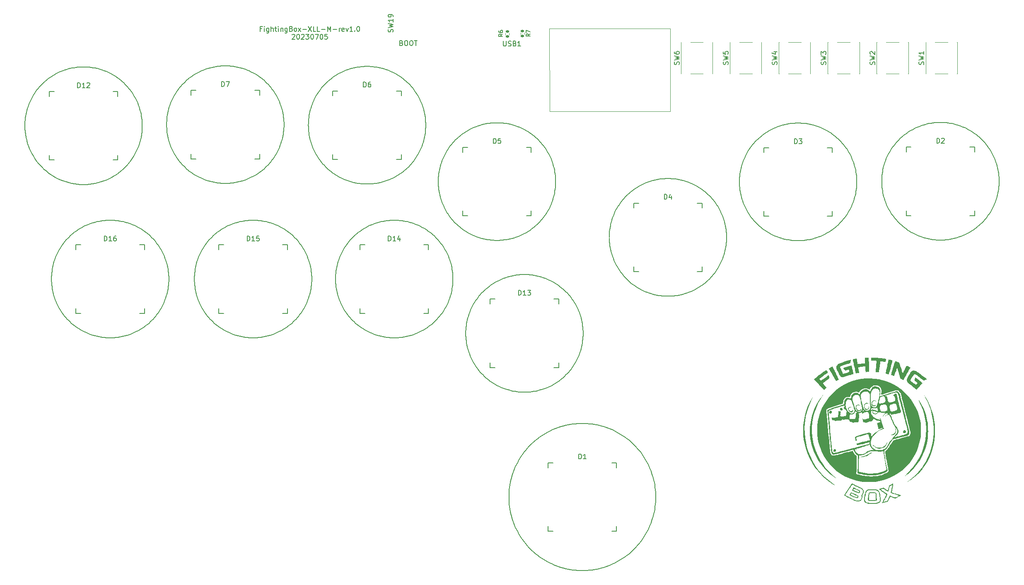
<source format=gbr>
%TF.GenerationSoftware,KiCad,Pcbnew,7.0.9*%
%TF.CreationDate,2024-03-26T15:37:35+08:00*%
%TF.ProjectId,Flatbox-LED-Mirrored,466c6174-626f-4782-9d4c-45442d4d6972,rev?*%
%TF.SameCoordinates,Original*%
%TF.FileFunction,Legend,Top*%
%TF.FilePolarity,Positive*%
%FSLAX46Y46*%
G04 Gerber Fmt 4.6, Leading zero omitted, Abs format (unit mm)*
G04 Created by KiCad (PCBNEW 7.0.9) date 2024-03-26 15:37:35*
%MOMM*%
%LPD*%
G01*
G04 APERTURE LIST*
G04 Aperture macros list*
%AMRoundRect*
0 Rectangle with rounded corners*
0 $1 Rounding radius*
0 $2 $3 $4 $5 $6 $7 $8 $9 X,Y pos of 4 corners*
0 Add a 4 corners polygon primitive as box body*
4,1,4,$2,$3,$4,$5,$6,$7,$8,$9,$2,$3,0*
0 Add four circle primitives for the rounded corners*
1,1,$1+$1,$2,$3*
1,1,$1+$1,$4,$5*
1,1,$1+$1,$6,$7*
1,1,$1+$1,$8,$9*
0 Add four rect primitives between the rounded corners*
20,1,$1+$1,$2,$3,$4,$5,0*
20,1,$1+$1,$4,$5,$6,$7,0*
20,1,$1+$1,$6,$7,$8,$9,0*
20,1,$1+$1,$8,$9,$2,$3,0*%
G04 Aperture macros list end*
%ADD10C,0.200000*%
%ADD11C,0.120000*%
%ADD12C,0.150000*%
%ADD13R,1.300000X1.550000*%
%ADD14RoundRect,0.135000X-0.185000X0.135000X-0.185000X-0.135000X0.185000X-0.135000X0.185000X0.135000X0*%
%ADD15C,0.650000*%
%ADD16R,0.600000X1.450000*%
%ADD17R,0.300000X1.450000*%
%ADD18O,1.000000X2.100000*%
%ADD19O,1.000000X1.600000*%
%ADD20R,0.900000X2.100000*%
%ADD21C,1.300000*%
%ADD22C,1.800000*%
%ADD23C,1.200000*%
%ADD24C,3.000000*%
%ADD25C,4.800000*%
%ADD26C,6.000000*%
G04 APERTURE END LIST*
D10*
X254733091Y-89638162D02*
X255076813Y-89431451D01*
X255412028Y-89214339D01*
X255738578Y-88987098D01*
X256056306Y-88750002D01*
X256365053Y-88503326D01*
X256664662Y-88247344D01*
X256954976Y-87982328D01*
X257235836Y-87708553D01*
X257507084Y-87426293D01*
X257768564Y-87135822D01*
X258020118Y-86837413D01*
X258261587Y-86531340D01*
X258492815Y-86217878D01*
X258713643Y-85897300D01*
X258923914Y-85569880D01*
X259123469Y-85235892D01*
X259312153Y-84895609D01*
X259489805Y-84549306D01*
X259656270Y-84197256D01*
X259811390Y-83839734D01*
X259955005Y-83477013D01*
X260086960Y-83109366D01*
X260207096Y-82737069D01*
X260315256Y-82360394D01*
X260411282Y-81979616D01*
X260495015Y-81595009D01*
X260566300Y-81206846D01*
X260624977Y-80815401D01*
X260670889Y-80420948D01*
X260703879Y-80023761D01*
X260723788Y-79624113D01*
X260730460Y-79222280D01*
X125547339Y-78167400D02*
X125897733Y-78362523D01*
X126252857Y-78545058D01*
X126612397Y-78715004D01*
X126976037Y-78872362D01*
X127343461Y-79017131D01*
X127714354Y-79149311D01*
X128088402Y-79268903D01*
X128465287Y-79375907D01*
X128844696Y-79470321D01*
X129226312Y-79552147D01*
X129609820Y-79621385D01*
X129994905Y-79678033D01*
X130381252Y-79722093D01*
X130768545Y-79753565D01*
X131156469Y-79772448D01*
X131544708Y-79778742D01*
X131932946Y-79772448D01*
X132320870Y-79753565D01*
X132708163Y-79722093D01*
X133094510Y-79678033D01*
X133479595Y-79621385D01*
X133863103Y-79552147D01*
X134244719Y-79470321D01*
X134624128Y-79375907D01*
X135001013Y-79268903D01*
X135375061Y-79149311D01*
X135745954Y-79017131D01*
X136113378Y-78872362D01*
X136477018Y-78715004D01*
X136836558Y-78545058D01*
X137191682Y-78362523D01*
X137542077Y-78167400D01*
X187040096Y-80277160D02*
X186696373Y-80483870D01*
X186361158Y-80700982D01*
X186034608Y-80928223D01*
X185716880Y-81165318D01*
X185408133Y-81411994D01*
X185108524Y-81667976D01*
X184818210Y-81932992D01*
X184537350Y-82206767D01*
X184266102Y-82489027D01*
X184004622Y-82779498D01*
X183753068Y-83077907D01*
X183511599Y-83383979D01*
X183280371Y-83697441D01*
X183059543Y-84018019D01*
X182849272Y-84345439D01*
X182649717Y-84679428D01*
X182461033Y-85019710D01*
X182283381Y-85366013D01*
X182116916Y-85718063D01*
X181961796Y-86075585D01*
X181818181Y-86438306D01*
X181686226Y-86805953D01*
X181566090Y-87178250D01*
X181457930Y-87554925D01*
X181361904Y-87935703D01*
X181278171Y-88320310D01*
X181206886Y-88708473D01*
X181148209Y-89099918D01*
X181102297Y-89494371D01*
X181069307Y-89891558D01*
X181049398Y-90291206D01*
X181042727Y-90693040D01*
X91034079Y-99207421D02*
X91027407Y-98805587D01*
X91007498Y-98405939D01*
X90974508Y-98008752D01*
X90928596Y-97614299D01*
X90869919Y-97222854D01*
X90798634Y-96834691D01*
X90714901Y-96450083D01*
X90618875Y-96069305D01*
X90510715Y-95692630D01*
X90390579Y-95320333D01*
X90258624Y-94952687D01*
X90115009Y-94589966D01*
X89959889Y-94232443D01*
X89793424Y-93880394D01*
X89615772Y-93534091D01*
X89427088Y-93193808D01*
X89227533Y-92859820D01*
X89017262Y-92532400D01*
X88796434Y-92211822D01*
X88565206Y-91898359D01*
X88323737Y-91592287D01*
X88072183Y-91293878D01*
X87810703Y-91003407D01*
X87539455Y-90721147D01*
X87258595Y-90447372D01*
X86968281Y-90182356D01*
X86668672Y-89926373D01*
X86359925Y-89679697D01*
X86042197Y-89442602D01*
X85715647Y-89215361D01*
X85380432Y-88998249D01*
X85036710Y-88791539D01*
X96253701Y-99207421D02*
X96260372Y-99609254D01*
X96280281Y-100008902D01*
X96313271Y-100406089D01*
X96359183Y-100800542D01*
X96417860Y-101191987D01*
X96489145Y-101580150D01*
X96572878Y-101964757D01*
X96668904Y-102345535D01*
X96777064Y-102722210D01*
X96897200Y-103094507D01*
X97029155Y-103462154D01*
X97172770Y-103824875D01*
X97327890Y-104182397D01*
X97494355Y-104534447D01*
X97672007Y-104880750D01*
X97860691Y-105221033D01*
X98060246Y-105555021D01*
X98270517Y-105882441D01*
X98491345Y-106203019D01*
X98722573Y-106516481D01*
X98964042Y-106822554D01*
X99215596Y-107120963D01*
X99477076Y-107411434D01*
X99748324Y-107693694D01*
X100029184Y-107967469D01*
X100319498Y-108232485D01*
X100619107Y-108488467D01*
X100927854Y-108735143D01*
X101245582Y-108972239D01*
X101572132Y-109199480D01*
X101907347Y-109416592D01*
X102251070Y-109623303D01*
X61604902Y-67869766D02*
X61620509Y-68488685D01*
X61666829Y-69099479D01*
X61743108Y-69701393D01*
X61848592Y-70293671D01*
X61982528Y-70875556D01*
X62144162Y-71446294D01*
X62332740Y-72005128D01*
X62547508Y-72551304D01*
X62787713Y-73084064D01*
X63052602Y-73602654D01*
X63341421Y-74106318D01*
X63653415Y-74594301D01*
X63987832Y-75065845D01*
X64343917Y-75520197D01*
X64720918Y-75956599D01*
X65118080Y-76374297D01*
X65534649Y-76772535D01*
X65969873Y-77150556D01*
X66422997Y-77507606D01*
X66893268Y-77842928D01*
X67379932Y-78155768D01*
X67882236Y-78445368D01*
X68399425Y-78710975D01*
X68930747Y-78951831D01*
X69475447Y-79167181D01*
X70032772Y-79356269D01*
X70601968Y-79518341D01*
X71182282Y-79652639D01*
X71772959Y-79758409D01*
X72373247Y-79834894D01*
X72982392Y-79881340D01*
X73599640Y-79896990D01*
X190548663Y-143789665D02*
X190540317Y-143286991D01*
X190515411Y-142787052D01*
X190474143Y-142290190D01*
X190416709Y-141796749D01*
X190343307Y-141307071D01*
X190254134Y-140821498D01*
X190149387Y-140340373D01*
X190029264Y-139864039D01*
X189893962Y-139392838D01*
X189743677Y-138927113D01*
X189578608Y-138467206D01*
X189398952Y-138013460D01*
X189204906Y-137566217D01*
X188996667Y-137125820D01*
X188774432Y-136692613D01*
X188538399Y-136266936D01*
X188288764Y-135849133D01*
X188025726Y-135439547D01*
X187749482Y-135038520D01*
X187460227Y-134646395D01*
X187158161Y-134263513D01*
X186843481Y-133890219D01*
X186516382Y-133526854D01*
X186177063Y-133173760D01*
X185825722Y-132831282D01*
X185462554Y-132499761D01*
X185087758Y-132179539D01*
X184701531Y-131870960D01*
X184304070Y-131574365D01*
X183895572Y-131290098D01*
X183476234Y-131018502D01*
X183046255Y-130759918D01*
X114245808Y-109623303D02*
X114589530Y-109416592D01*
X114924745Y-109199480D01*
X115251295Y-108972239D01*
X115569023Y-108735143D01*
X115877770Y-108488467D01*
X116177379Y-108232485D01*
X116467692Y-107967469D01*
X116748552Y-107693694D01*
X117019801Y-107411434D01*
X117281281Y-107120963D01*
X117532835Y-106822554D01*
X117774304Y-106516481D01*
X118005531Y-106203019D01*
X118226359Y-105882441D01*
X118436630Y-105555021D01*
X118636186Y-105221033D01*
X118824869Y-104880750D01*
X119002522Y-104534447D01*
X119168987Y-104182397D01*
X119324106Y-103824875D01*
X119467722Y-103462154D01*
X119599677Y-103094507D01*
X119719813Y-102722210D01*
X119827973Y-102345535D01*
X119923998Y-101964757D01*
X120007732Y-101580150D01*
X120079016Y-101191987D01*
X120137694Y-100800542D01*
X120183606Y-100406089D01*
X120216596Y-100008902D01*
X120236505Y-99609254D01*
X120243177Y-99207421D01*
X205032202Y-90693042D02*
X205025530Y-90291208D01*
X205005621Y-89891560D01*
X204972631Y-89494373D01*
X204926719Y-89099920D01*
X204868042Y-88708475D01*
X204796757Y-88320312D01*
X204713024Y-87935704D01*
X204616998Y-87554926D01*
X204508838Y-87178251D01*
X204388702Y-86805954D01*
X204256747Y-86438308D01*
X204113132Y-86075587D01*
X203958012Y-85718064D01*
X203791548Y-85366015D01*
X203613895Y-85019712D01*
X203425212Y-84679429D01*
X203225656Y-84345441D01*
X203015385Y-84018021D01*
X202794557Y-83697443D01*
X202563330Y-83383980D01*
X202321860Y-83077908D01*
X202070307Y-82779499D01*
X201808827Y-82489028D01*
X201537578Y-82206768D01*
X201256718Y-81932993D01*
X200966405Y-81667977D01*
X200666796Y-81411994D01*
X200358049Y-81165318D01*
X200040321Y-80928223D01*
X199713771Y-80700982D01*
X199378556Y-80483870D01*
X199034834Y-80277160D01*
X73041972Y-88791539D02*
X72698249Y-88998249D01*
X72363034Y-89215361D01*
X72036484Y-89442602D01*
X71718756Y-89679697D01*
X71410009Y-89926373D01*
X71110400Y-90182356D01*
X70820086Y-90447372D01*
X70539226Y-90721147D01*
X70267978Y-91003407D01*
X70006498Y-91293878D01*
X69754944Y-91592287D01*
X69513475Y-91898359D01*
X69282247Y-92211822D01*
X69061419Y-92532400D01*
X68851148Y-92859820D01*
X68651593Y-93193808D01*
X68462909Y-93534091D01*
X68285257Y-93880394D01*
X68118792Y-94232443D01*
X67963672Y-94589966D01*
X67820057Y-94952687D01*
X67688102Y-95320333D01*
X67567966Y-95692630D01*
X67459806Y-96069305D01*
X67363780Y-96450083D01*
X67280047Y-96834691D01*
X67208762Y-97222854D01*
X67150085Y-97614299D01*
X67104173Y-98008752D01*
X67071183Y-98405939D01*
X67051274Y-98805587D01*
X67044603Y-99207421D01*
X131105348Y-88791539D02*
X130761625Y-88998249D01*
X130426410Y-89215361D01*
X130099860Y-89442602D01*
X129782132Y-89679697D01*
X129473385Y-89926373D01*
X129173776Y-90182356D01*
X128883462Y-90447372D01*
X128602602Y-90721147D01*
X128331354Y-91003407D01*
X128069874Y-91293878D01*
X127818320Y-91592287D01*
X127576851Y-91898359D01*
X127345623Y-92211822D01*
X127124795Y-92532400D01*
X126914524Y-92859820D01*
X126714969Y-93193808D01*
X126526285Y-93534091D01*
X126348633Y-93880394D01*
X126182168Y-94232443D01*
X126027048Y-94589966D01*
X125883433Y-94952687D01*
X125751478Y-95320333D01*
X125631342Y-95692630D01*
X125523182Y-96069305D01*
X125427156Y-96450083D01*
X125343423Y-96834691D01*
X125272138Y-97222854D01*
X125213461Y-97614299D01*
X125167549Y-98008752D01*
X125134559Y-98405939D01*
X125114650Y-98805587D01*
X125107979Y-99207421D01*
X225642286Y-89756412D02*
X225986008Y-89549701D01*
X226321223Y-89332589D01*
X226647773Y-89105348D01*
X226965501Y-88868253D01*
X227274248Y-88621577D01*
X227573857Y-88365594D01*
X227864171Y-88100578D01*
X228145031Y-87826803D01*
X228416279Y-87544543D01*
X228677759Y-87254072D01*
X228929313Y-86955663D01*
X229170782Y-86649591D01*
X229402010Y-86336128D01*
X229622838Y-86015550D01*
X229833109Y-85688130D01*
X230032664Y-85354142D01*
X230221348Y-85013859D01*
X230399000Y-84667556D01*
X230565465Y-84315507D01*
X230720585Y-83957984D01*
X230864200Y-83595263D01*
X230996155Y-83227617D01*
X231116291Y-82855320D01*
X231224451Y-82478645D01*
X231320477Y-82097867D01*
X231404210Y-81713259D01*
X231475495Y-81325096D01*
X231534172Y-80933651D01*
X231580084Y-80539198D01*
X231613074Y-80142011D01*
X231632983Y-79742363D01*
X231639655Y-79340530D01*
X160539031Y-143789665D02*
X160547376Y-144292338D01*
X160572282Y-144792277D01*
X160613550Y-145289139D01*
X160670984Y-145782580D01*
X160744386Y-146272258D01*
X160833559Y-146757831D01*
X160938306Y-147238955D01*
X161058429Y-147715290D01*
X161193732Y-148186491D01*
X161344016Y-148652216D01*
X161509085Y-149112123D01*
X161688741Y-149565869D01*
X161882787Y-150013112D01*
X162091027Y-150453508D01*
X162313262Y-150886716D01*
X162549295Y-151312393D01*
X162798929Y-151730195D01*
X163061967Y-152139781D01*
X163338212Y-152540808D01*
X163627466Y-152932934D01*
X163929532Y-153315815D01*
X164244213Y-153689110D01*
X164571311Y-154052475D01*
X164910630Y-154405568D01*
X165261972Y-154748047D01*
X165625139Y-155079568D01*
X165999935Y-155399790D01*
X166386162Y-155708369D01*
X166783624Y-156004964D01*
X167192122Y-156289230D01*
X167611459Y-156560827D01*
X168041439Y-156819412D01*
X183046255Y-130759918D02*
X182607929Y-130515828D01*
X182163686Y-130287486D01*
X181713920Y-130074891D01*
X181259025Y-129878045D01*
X180799395Y-129696946D01*
X180335426Y-129531595D01*
X179867512Y-129381991D01*
X179396047Y-129248136D01*
X178921426Y-129130028D01*
X178444044Y-129027668D01*
X177964294Y-128941055D01*
X177482571Y-128870190D01*
X176999271Y-128815073D01*
X176514787Y-128775704D01*
X176029514Y-128752082D01*
X175543847Y-128744209D01*
X175058179Y-128752082D01*
X174572906Y-128775704D01*
X174088422Y-128815073D01*
X173605122Y-128870190D01*
X173123399Y-128941055D01*
X172643649Y-129027668D01*
X172166267Y-129130028D01*
X171691646Y-129248136D01*
X171220181Y-129381991D01*
X170752267Y-129531595D01*
X170288298Y-129696946D01*
X169828668Y-129878045D01*
X169373773Y-130074891D01*
X168924007Y-130287486D01*
X168479764Y-130515828D01*
X168041439Y-130759918D01*
X151715416Y-110323426D02*
X151722087Y-110725259D01*
X151741996Y-111124907D01*
X151774986Y-111522094D01*
X151820898Y-111916547D01*
X151879575Y-112307992D01*
X151950860Y-112696155D01*
X152034593Y-113080763D01*
X152130619Y-113461541D01*
X152238779Y-113838216D01*
X152358915Y-114210513D01*
X152490870Y-114578159D01*
X152634485Y-114940881D01*
X152789605Y-115298403D01*
X152956070Y-115650453D01*
X153133722Y-115996756D01*
X153322406Y-116337038D01*
X153521961Y-116671027D01*
X153732232Y-116998447D01*
X153953060Y-117319025D01*
X154184288Y-117632487D01*
X154425757Y-117938559D01*
X154677311Y-118236968D01*
X154938791Y-118527440D01*
X155210039Y-118809700D01*
X155490899Y-119083474D01*
X155781213Y-119348490D01*
X156080822Y-119604473D01*
X156389569Y-119851149D01*
X156707297Y-120088244D01*
X157033847Y-120315485D01*
X157369062Y-120532597D01*
X157712785Y-120739308D01*
X157712785Y-99907546D02*
X157369062Y-100114256D01*
X157033847Y-100331368D01*
X156707297Y-100558609D01*
X156389569Y-100795704D01*
X156080822Y-101042380D01*
X155781213Y-101298362D01*
X155490899Y-101563378D01*
X155210039Y-101837153D01*
X154938791Y-102119413D01*
X154677311Y-102409884D01*
X154425757Y-102708293D01*
X154184288Y-103014365D01*
X153953060Y-103327827D01*
X153732232Y-103648405D01*
X153521961Y-103975825D01*
X153322406Y-104309814D01*
X153133722Y-104650096D01*
X152956070Y-104996399D01*
X152789605Y-105348449D01*
X152634485Y-105705971D01*
X152490870Y-106068692D01*
X152358915Y-106436339D01*
X152238779Y-106808636D01*
X152130619Y-107185311D01*
X152034593Y-107566089D01*
X151950860Y-107950696D01*
X151879575Y-108338859D01*
X151820898Y-108730304D01*
X151774986Y-109124757D01*
X151741996Y-109521944D01*
X151722087Y-109921592D01*
X151715416Y-110323426D01*
X164094316Y-89700868D02*
X164438038Y-89494157D01*
X164773253Y-89277045D01*
X165099803Y-89049804D01*
X165417531Y-88812708D01*
X165726278Y-88566032D01*
X166025887Y-88310050D01*
X166316201Y-88045034D01*
X166597061Y-87771259D01*
X166868309Y-87488999D01*
X167129789Y-87198528D01*
X167381343Y-86900119D01*
X167622812Y-86594046D01*
X167854040Y-86280584D01*
X168074868Y-85960006D01*
X168285139Y-85632586D01*
X168484694Y-85298598D01*
X168673378Y-84958315D01*
X168851030Y-84612012D01*
X169017495Y-84259962D01*
X169172615Y-83902440D01*
X169316230Y-83539719D01*
X169448185Y-83172072D01*
X169568321Y-82799775D01*
X169676481Y-82423100D01*
X169772507Y-82042322D01*
X169856240Y-81657715D01*
X169927525Y-81269552D01*
X169986202Y-80878107D01*
X170032114Y-80483654D01*
X170065104Y-80086467D01*
X170085013Y-79686819D01*
X170091685Y-79284986D01*
X120243177Y-99207421D02*
X120236505Y-98805587D01*
X120216596Y-98405939D01*
X120183606Y-98008752D01*
X120137694Y-97614299D01*
X120079016Y-97222854D01*
X120007732Y-96834691D01*
X119923998Y-96450083D01*
X119827973Y-96069305D01*
X119719813Y-95692630D01*
X119599677Y-95320333D01*
X119467722Y-94952687D01*
X119324106Y-94589966D01*
X119168987Y-94232443D01*
X119002522Y-93880394D01*
X118824869Y-93534091D01*
X118636186Y-93193808D01*
X118436630Y-92859820D01*
X118226359Y-92532400D01*
X118005531Y-92211822D01*
X117774304Y-91898359D01*
X117532835Y-91592287D01*
X117281281Y-91293878D01*
X117019801Y-91003407D01*
X116748552Y-90721147D01*
X116467692Y-90447372D01*
X116177379Y-90182356D01*
X115877770Y-89926373D01*
X115569023Y-89679697D01*
X115251295Y-89442602D01*
X114924745Y-89215361D01*
X114589530Y-88998249D01*
X114245808Y-88791539D01*
X131105348Y-109623303D02*
X131455742Y-109818426D01*
X131810866Y-110000961D01*
X132170406Y-110170907D01*
X132534046Y-110328265D01*
X132901470Y-110473034D01*
X133272363Y-110605214D01*
X133646411Y-110724806D01*
X134023296Y-110831809D01*
X134402705Y-110926224D01*
X134784321Y-111008050D01*
X135167829Y-111077287D01*
X135552914Y-111133936D01*
X135939261Y-111177996D01*
X136326554Y-111209467D01*
X136714478Y-111228350D01*
X137102717Y-111234645D01*
X137490955Y-111228350D01*
X137878879Y-111209467D01*
X138266172Y-111177996D01*
X138652519Y-111133936D01*
X139037604Y-111077287D01*
X139421112Y-111008050D01*
X139802728Y-110926224D01*
X140182137Y-110831809D01*
X140559022Y-110724806D01*
X140933070Y-110605214D01*
X141303963Y-110473034D01*
X141671387Y-110328265D01*
X142035027Y-110170907D01*
X142394567Y-110000961D01*
X142749691Y-109818426D01*
X143100086Y-109623303D01*
X199034834Y-101108924D02*
X199378556Y-100902213D01*
X199713771Y-100685101D01*
X200040321Y-100457860D01*
X200358049Y-100220764D01*
X200666796Y-99974088D01*
X200966405Y-99718106D01*
X201256718Y-99453090D01*
X201537578Y-99179315D01*
X201808827Y-98897055D01*
X202070307Y-98606584D01*
X202321860Y-98308175D01*
X202563330Y-98002102D01*
X202794557Y-97688640D01*
X203015385Y-97368062D01*
X203225656Y-97040642D01*
X203425212Y-96706654D01*
X203613895Y-96366371D01*
X203791548Y-96020068D01*
X203958012Y-95668018D01*
X204113132Y-95310496D01*
X204256747Y-94947775D01*
X204388702Y-94580128D01*
X204508838Y-94207831D01*
X204616998Y-93831156D01*
X204713024Y-93450378D01*
X204796757Y-93065771D01*
X204868042Y-92677608D01*
X204926719Y-92286163D01*
X204972631Y-91891710D01*
X205005621Y-91494523D01*
X205025530Y-91094875D01*
X205032202Y-90693042D01*
X102251070Y-109623303D02*
X102601464Y-109818426D01*
X102956588Y-110000961D01*
X103316128Y-110170907D01*
X103679768Y-110328265D01*
X104047192Y-110473034D01*
X104418085Y-110605214D01*
X104792133Y-110724806D01*
X105169018Y-110831809D01*
X105548427Y-110926224D01*
X105930043Y-111008050D01*
X106313551Y-111077287D01*
X106698636Y-111133936D01*
X107084983Y-111177996D01*
X107472276Y-111209467D01*
X107860200Y-111228350D01*
X108248439Y-111234645D01*
X108636677Y-111228350D01*
X109024601Y-111209467D01*
X109411894Y-111177996D01*
X109798241Y-111133936D01*
X110183326Y-111077287D01*
X110566834Y-111008050D01*
X110948450Y-110926224D01*
X111327859Y-110831809D01*
X111704744Y-110724806D01*
X112078792Y-110605214D01*
X112449685Y-110473034D01*
X112817109Y-110328265D01*
X113180749Y-110170907D01*
X113540289Y-110000961D01*
X113895413Y-109818426D01*
X114245808Y-109623303D01*
X260730460Y-79222280D02*
X260723788Y-78820446D01*
X260703879Y-78420798D01*
X260670889Y-78023611D01*
X260624977Y-77629158D01*
X260566300Y-77237713D01*
X260495015Y-76849550D01*
X260411282Y-76464943D01*
X260315256Y-76084165D01*
X260207096Y-75707490D01*
X260086960Y-75335193D01*
X259955005Y-74967546D01*
X259811390Y-74604825D01*
X259656270Y-74247303D01*
X259489805Y-73895253D01*
X259312153Y-73548950D01*
X259123469Y-73208668D01*
X258923914Y-72874679D01*
X258713643Y-72547259D01*
X258492815Y-72226681D01*
X258261587Y-71913219D01*
X258020118Y-71607146D01*
X257768564Y-71308737D01*
X257507084Y-71018266D01*
X257235836Y-70736006D01*
X256954976Y-70462231D01*
X256664662Y-70197215D01*
X256365053Y-69941233D01*
X256056306Y-69694557D01*
X255738578Y-69457461D01*
X255412028Y-69230220D01*
X255076813Y-69013108D01*
X254733091Y-68806398D01*
X225642286Y-68924648D02*
X225291891Y-68729524D01*
X224936767Y-68546989D01*
X224577227Y-68377043D01*
X224213587Y-68219685D01*
X223846163Y-68074916D01*
X223475270Y-67942736D01*
X223101222Y-67823144D01*
X222724337Y-67716141D01*
X222344928Y-67621726D01*
X221963312Y-67539900D01*
X221579804Y-67470663D01*
X221194719Y-67414014D01*
X220808372Y-67369954D01*
X220421079Y-67338483D01*
X220033155Y-67319600D01*
X219644917Y-67313306D01*
X219256678Y-67319600D01*
X218868754Y-67338483D01*
X218481461Y-67369954D01*
X218095114Y-67414014D01*
X217710029Y-67470663D01*
X217326521Y-67539900D01*
X216944905Y-67621726D01*
X216565496Y-67716141D01*
X216188611Y-67823144D01*
X215814563Y-67942736D01*
X215443670Y-68074916D01*
X215076246Y-68219685D01*
X214712606Y-68377043D01*
X214353066Y-68546989D01*
X213997942Y-68729524D01*
X213647548Y-68924648D01*
X187040096Y-101108924D02*
X187390490Y-101304047D01*
X187745614Y-101486582D01*
X188105154Y-101656528D01*
X188468794Y-101813886D01*
X188836218Y-101958655D01*
X189207111Y-102090835D01*
X189581159Y-102210427D01*
X189958044Y-102317430D01*
X190337453Y-102411845D01*
X190719069Y-102493671D01*
X191102577Y-102562908D01*
X191487662Y-102619557D01*
X191874009Y-102663617D01*
X192261302Y-102695088D01*
X192649226Y-102713971D01*
X193037465Y-102720266D01*
X193425703Y-102713971D01*
X193813627Y-102695088D01*
X194200920Y-102663617D01*
X194587267Y-102619557D01*
X194972352Y-102562908D01*
X195355860Y-102493671D01*
X195737476Y-102411845D01*
X196116885Y-102317430D01*
X196493770Y-102210427D01*
X196867818Y-102090835D01*
X197238711Y-101958655D01*
X197606135Y-101813886D01*
X197969775Y-101656528D01*
X198329315Y-101486582D01*
X198684439Y-101304047D01*
X199034834Y-101108924D01*
X108569540Y-57217376D02*
X108219145Y-57022252D01*
X107864021Y-56839717D01*
X107504481Y-56669771D01*
X107140841Y-56512413D01*
X106773417Y-56367644D01*
X106402524Y-56235464D01*
X106028476Y-56115872D01*
X105651591Y-56008868D01*
X105272182Y-55914454D01*
X104890566Y-55832628D01*
X104507058Y-55763390D01*
X104121973Y-55706742D01*
X103735626Y-55662682D01*
X103348333Y-55631210D01*
X102960409Y-55612327D01*
X102572171Y-55606033D01*
X102183932Y-55612327D01*
X101796008Y-55631210D01*
X101408715Y-55662682D01*
X101022368Y-55706742D01*
X100637283Y-55763390D01*
X100253775Y-55832628D01*
X99872159Y-55914454D01*
X99492750Y-56008868D01*
X99115865Y-56115872D01*
X98741817Y-56235464D01*
X98370924Y-56367644D01*
X98003500Y-56512413D01*
X97639860Y-56669771D01*
X97280320Y-56839717D01*
X96925196Y-57022252D01*
X96574802Y-57217376D01*
X170091685Y-79284986D02*
X170085013Y-78883152D01*
X170065104Y-78483504D01*
X170032114Y-78086317D01*
X169986202Y-77691864D01*
X169927525Y-77300419D01*
X169856240Y-76912256D01*
X169772507Y-76527649D01*
X169676481Y-76146871D01*
X169568321Y-75770196D01*
X169448185Y-75397899D01*
X169316230Y-75030252D01*
X169172615Y-74667531D01*
X169017495Y-74310009D01*
X168851030Y-73957959D01*
X168673378Y-73611656D01*
X168484694Y-73271374D01*
X168285139Y-72937385D01*
X168074868Y-72609965D01*
X167854040Y-72289387D01*
X167622812Y-71975925D01*
X167381343Y-71669852D01*
X167129789Y-71371443D01*
X166868309Y-71080972D01*
X166597061Y-70798712D01*
X166316201Y-70524937D01*
X166025887Y-70259921D01*
X165726278Y-70003939D01*
X165417531Y-69757263D01*
X165099803Y-69520167D01*
X164773253Y-69292926D01*
X164438038Y-69075814D01*
X164094316Y-68869104D01*
X231639655Y-79340530D02*
X231632983Y-78938696D01*
X231613074Y-78539048D01*
X231580084Y-78141861D01*
X231534172Y-77747408D01*
X231475495Y-77355963D01*
X231404210Y-76967800D01*
X231320477Y-76583193D01*
X231224451Y-76202415D01*
X231116291Y-75825740D01*
X230996155Y-75453443D01*
X230864200Y-75085796D01*
X230720585Y-74723075D01*
X230565465Y-74365553D01*
X230399000Y-74013503D01*
X230221348Y-73667200D01*
X230032664Y-73326918D01*
X229833109Y-72992929D01*
X229622838Y-72665509D01*
X229402010Y-72344931D01*
X229170782Y-72031469D01*
X228929313Y-71725396D01*
X228677759Y-71426987D01*
X228416279Y-71136516D01*
X228145031Y-70854256D01*
X227864171Y-70580481D01*
X227573857Y-70315465D01*
X227274248Y-70059483D01*
X226965501Y-69812807D01*
X226647773Y-69575711D01*
X226321223Y-69348470D01*
X225986008Y-69131358D01*
X225642286Y-68924648D01*
X242738354Y-89638162D02*
X243088747Y-89833285D01*
X243443872Y-90015820D01*
X243803412Y-90185766D01*
X244167052Y-90343124D01*
X244534476Y-90487893D01*
X244905369Y-90620073D01*
X245279416Y-90739665D01*
X245656302Y-90846669D01*
X246035710Y-90941083D01*
X246417326Y-91022909D01*
X246800835Y-91092147D01*
X247185920Y-91148795D01*
X247572267Y-91192855D01*
X247959559Y-91224327D01*
X248347483Y-91243210D01*
X248735722Y-91249504D01*
X249123961Y-91243210D01*
X249511885Y-91224327D01*
X249899177Y-91192855D01*
X250285524Y-91148795D01*
X250670609Y-91092147D01*
X251054118Y-91022909D01*
X251435734Y-90941083D01*
X251815142Y-90846669D01*
X252192028Y-90739665D01*
X252566075Y-90620073D01*
X252936968Y-90487893D01*
X253304392Y-90343124D01*
X253668032Y-90185766D01*
X254027572Y-90015820D01*
X254382697Y-89833285D01*
X254733091Y-89638162D01*
X149097455Y-99207421D02*
X149090783Y-98805587D01*
X149070874Y-98405939D01*
X149037884Y-98008752D01*
X148991972Y-97614299D01*
X148933295Y-97222854D01*
X148862010Y-96834691D01*
X148778277Y-96450084D01*
X148682251Y-96069306D01*
X148574091Y-95692631D01*
X148453955Y-95320334D01*
X148322000Y-94952687D01*
X148178385Y-94589966D01*
X148023265Y-94232444D01*
X147856800Y-93880394D01*
X147679148Y-93534091D01*
X147490464Y-93193809D01*
X147290909Y-92859820D01*
X147080638Y-92532400D01*
X146859810Y-92211822D01*
X146628582Y-91898360D01*
X146387113Y-91592287D01*
X146135559Y-91293878D01*
X145874079Y-91003407D01*
X145602831Y-90721147D01*
X145321971Y-90447372D01*
X145031657Y-90182356D01*
X144732048Y-89926374D01*
X144423301Y-89679698D01*
X144105573Y-89442602D01*
X143779023Y-89215361D01*
X143443808Y-88998249D01*
X143100086Y-88791539D01*
X90577433Y-67633258D02*
X90584104Y-68035091D01*
X90604013Y-68434739D01*
X90637003Y-68831926D01*
X90682915Y-69226379D01*
X90741592Y-69617824D01*
X90812877Y-70005987D01*
X90896610Y-70390594D01*
X90992636Y-70771372D01*
X91100796Y-71148047D01*
X91220932Y-71520344D01*
X91352887Y-71887991D01*
X91496502Y-72250712D01*
X91651622Y-72608234D01*
X91818087Y-72960284D01*
X91995739Y-73306587D01*
X92184423Y-73646869D01*
X92383978Y-73980858D01*
X92594249Y-74308278D01*
X92815077Y-74628856D01*
X93046305Y-74942318D01*
X93287774Y-75248390D01*
X93539328Y-75546799D01*
X93800808Y-75837271D01*
X94072056Y-76119531D01*
X94352916Y-76393305D01*
X94643230Y-76658321D01*
X94942839Y-76914304D01*
X95251586Y-77160980D01*
X95569314Y-77398075D01*
X95895864Y-77625316D01*
X96231079Y-77842428D01*
X96574802Y-78049139D01*
X143100086Y-88791539D02*
X142749691Y-88596415D01*
X142394567Y-88413880D01*
X142035027Y-88243934D01*
X141671387Y-88086576D01*
X141303963Y-87941807D01*
X140933070Y-87809627D01*
X140559022Y-87690035D01*
X140182137Y-87583031D01*
X139802728Y-87488617D01*
X139421112Y-87406791D01*
X139037604Y-87337553D01*
X138652519Y-87280905D01*
X138266172Y-87236845D01*
X137878879Y-87205373D01*
X137490955Y-87186490D01*
X137102717Y-87180196D01*
X136714478Y-87186490D01*
X136326554Y-87205373D01*
X135939261Y-87236845D01*
X135552914Y-87280905D01*
X135167829Y-87337553D01*
X134784321Y-87406791D01*
X134402705Y-87488617D01*
X134023296Y-87583031D01*
X133646411Y-87690035D01*
X133272363Y-87809627D01*
X132901470Y-87941807D01*
X132534046Y-88086576D01*
X132170406Y-88243934D01*
X131810866Y-88413880D01*
X131455742Y-88596415D01*
X131105348Y-88791539D01*
X143100086Y-109623303D02*
X143443808Y-109416592D01*
X143779023Y-109199480D01*
X144105573Y-108972239D01*
X144423301Y-108735143D01*
X144732048Y-108488467D01*
X145031657Y-108232485D01*
X145321971Y-107967469D01*
X145602831Y-107693694D01*
X145874079Y-107411434D01*
X146135559Y-107120963D01*
X146387113Y-106822554D01*
X146628582Y-106516481D01*
X146859810Y-106203019D01*
X147080638Y-105882441D01*
X147290909Y-105555021D01*
X147490464Y-105221033D01*
X147679148Y-104880750D01*
X147856800Y-104534447D01*
X148023265Y-104182397D01*
X148178385Y-103824875D01*
X148322000Y-103462154D01*
X148453955Y-103094507D01*
X148574091Y-102722210D01*
X148682251Y-102345535D01*
X148778277Y-101964757D01*
X148862010Y-101580150D01*
X148933295Y-101191987D01*
X148991972Y-100800542D01*
X149037884Y-100406089D01*
X149070874Y-100008902D01*
X149090783Y-99609254D01*
X149097455Y-99207421D01*
X168041439Y-130759918D02*
X167611459Y-131018502D01*
X167192122Y-131290098D01*
X166783624Y-131574365D01*
X166386162Y-131870960D01*
X165999935Y-132179539D01*
X165625139Y-132499761D01*
X165261972Y-132831282D01*
X164910630Y-133173760D01*
X164571311Y-133526854D01*
X164244213Y-133890219D01*
X163929532Y-134263513D01*
X163627466Y-134646395D01*
X163338212Y-135038520D01*
X163061967Y-135439547D01*
X162798929Y-135849133D01*
X162549295Y-136266936D01*
X162313262Y-136692613D01*
X162091027Y-137125820D01*
X161882787Y-137566217D01*
X161688741Y-138013460D01*
X161509085Y-138467206D01*
X161344016Y-138927113D01*
X161193732Y-139392838D01*
X161058429Y-139864039D01*
X160938306Y-140340373D01*
X160833559Y-140821498D01*
X160744386Y-141307071D01*
X160670984Y-141796749D01*
X160613550Y-142290190D01*
X160572282Y-142787052D01*
X160547376Y-143286991D01*
X160539031Y-143789665D01*
X207650179Y-79340530D02*
X207656850Y-79742363D01*
X207676759Y-80142011D01*
X207709749Y-80539198D01*
X207755661Y-80933651D01*
X207814339Y-81325096D01*
X207885623Y-81713259D01*
X207969357Y-82097867D01*
X208065382Y-82478645D01*
X208173542Y-82855320D01*
X208293678Y-83227617D01*
X208425633Y-83595263D01*
X208569249Y-83957984D01*
X208724368Y-84315507D01*
X208890833Y-84667556D01*
X209068486Y-85013859D01*
X209257169Y-85354142D01*
X209456725Y-85688130D01*
X209666996Y-86015550D01*
X209887824Y-86336128D01*
X210119051Y-86649591D01*
X210360520Y-86955663D01*
X210612074Y-87254072D01*
X210873554Y-87544543D01*
X211144803Y-87826803D01*
X211425663Y-88100578D01*
X211715976Y-88365594D01*
X212015585Y-88621577D01*
X212324332Y-88868253D01*
X212642060Y-89105348D01*
X212968610Y-89332589D01*
X213303825Y-89549701D01*
X213647548Y-89756412D01*
X125107979Y-99207421D02*
X125114650Y-99609254D01*
X125134559Y-100008902D01*
X125167549Y-100406089D01*
X125213461Y-100800542D01*
X125272138Y-101191987D01*
X125343423Y-101580150D01*
X125427156Y-101964757D01*
X125523182Y-102345535D01*
X125631342Y-102722210D01*
X125751478Y-103094507D01*
X125883433Y-103462154D01*
X126027048Y-103824875D01*
X126182168Y-104182397D01*
X126348633Y-104534447D01*
X126526285Y-104880750D01*
X126714969Y-105221033D01*
X126914524Y-105555021D01*
X127124795Y-105882441D01*
X127345623Y-106203019D01*
X127576851Y-106516481D01*
X127818320Y-106822554D01*
X128069874Y-107120963D01*
X128331354Y-107411434D01*
X128602602Y-107693694D01*
X128883462Y-107967469D01*
X129173776Y-108232485D01*
X129473385Y-108488467D01*
X129782132Y-108735143D01*
X130099860Y-108972239D01*
X130426410Y-109199480D01*
X130761625Y-109416592D01*
X131105348Y-109623303D01*
X143539445Y-67751518D02*
X143532773Y-67349684D01*
X143512864Y-66950036D01*
X143479874Y-66552849D01*
X143433962Y-66158396D01*
X143375285Y-65766951D01*
X143304000Y-65378788D01*
X143220267Y-64994181D01*
X143124241Y-64613403D01*
X143016081Y-64236728D01*
X142895945Y-63864431D01*
X142763990Y-63496784D01*
X142620375Y-63134063D01*
X142465255Y-62776541D01*
X142298791Y-62424491D01*
X142121138Y-62078188D01*
X141932455Y-61737906D01*
X141732899Y-61403917D01*
X141522628Y-61076497D01*
X141301800Y-60755919D01*
X141070573Y-60442457D01*
X140829103Y-60136384D01*
X140577550Y-59837975D01*
X140316070Y-59547504D01*
X140044821Y-59265244D01*
X139763961Y-58991469D01*
X139473648Y-58726453D01*
X139174039Y-58470471D01*
X138865292Y-58223795D01*
X138547564Y-57986699D01*
X138221014Y-57759458D01*
X137885799Y-57542346D01*
X137542077Y-57335636D01*
X169707523Y-99907546D02*
X169357128Y-99712422D01*
X169002004Y-99529887D01*
X168642464Y-99359940D01*
X168278824Y-99202583D01*
X167911400Y-99057814D01*
X167540507Y-98925633D01*
X167166459Y-98806041D01*
X166789574Y-98699038D01*
X166410165Y-98604623D01*
X166028549Y-98522797D01*
X165645041Y-98453560D01*
X165259956Y-98396911D01*
X164873609Y-98352851D01*
X164486316Y-98321379D01*
X164098392Y-98302496D01*
X163710154Y-98296202D01*
X163321915Y-98302496D01*
X162933991Y-98321379D01*
X162546698Y-98352851D01*
X162160351Y-98396911D01*
X161775266Y-98453560D01*
X161391758Y-98522797D01*
X161010142Y-98604623D01*
X160630733Y-98699038D01*
X160253848Y-98806041D01*
X159879800Y-98925633D01*
X159508907Y-99057814D01*
X159141483Y-99202583D01*
X158777843Y-99359940D01*
X158418303Y-99529887D01*
X158063179Y-99712422D01*
X157712785Y-99907546D01*
X137542077Y-78167400D02*
X137885799Y-77960689D01*
X138221014Y-77743577D01*
X138547564Y-77516336D01*
X138865292Y-77279241D01*
X139174039Y-77032565D01*
X139473648Y-76776582D01*
X139763961Y-76511566D01*
X140044821Y-76237791D01*
X140316070Y-75955531D01*
X140577550Y-75665060D01*
X140829103Y-75366651D01*
X141070573Y-75060579D01*
X141301800Y-74747116D01*
X141522628Y-74426538D01*
X141732899Y-74099118D01*
X141932455Y-73765130D01*
X142121138Y-73424847D01*
X142298791Y-73078544D01*
X142465255Y-72726495D01*
X142620375Y-72368972D01*
X142763990Y-72006251D01*
X142895945Y-71638605D01*
X143016081Y-71266308D01*
X143124241Y-70889633D01*
X143220267Y-70508855D01*
X143304000Y-70124247D01*
X143375285Y-69736084D01*
X143433962Y-69344639D01*
X143479874Y-68950186D01*
X143512864Y-68552999D01*
X143532773Y-68153351D01*
X143539445Y-67751518D01*
X199034834Y-80277160D02*
X198684439Y-80082036D01*
X198329315Y-79899501D01*
X197969775Y-79729555D01*
X197606135Y-79572197D01*
X197238711Y-79427428D01*
X196867818Y-79295248D01*
X196493770Y-79175656D01*
X196116885Y-79068652D01*
X195737476Y-78974238D01*
X195355860Y-78892412D01*
X194972352Y-78823174D01*
X194587267Y-78766526D01*
X194200920Y-78722466D01*
X193813627Y-78690994D01*
X193425703Y-78672111D01*
X193037465Y-78665817D01*
X192649226Y-78672111D01*
X192261302Y-78690994D01*
X191874009Y-78722466D01*
X191487662Y-78766526D01*
X191102577Y-78823174D01*
X190719069Y-78892412D01*
X190337453Y-78974238D01*
X189958044Y-79068652D01*
X189581159Y-79175656D01*
X189207111Y-79295248D01*
X188836218Y-79427428D01*
X188468794Y-79572197D01*
X188105154Y-79729555D01*
X187745614Y-79899501D01*
X187390490Y-80082036D01*
X187040096Y-80277160D01*
X73041972Y-109623303D02*
X73392366Y-109818426D01*
X73747490Y-110000961D01*
X74107030Y-110170907D01*
X74470670Y-110328265D01*
X74838094Y-110473034D01*
X75208987Y-110605214D01*
X75583035Y-110724806D01*
X75959920Y-110831809D01*
X76339329Y-110926224D01*
X76720945Y-111008050D01*
X77104453Y-111077287D01*
X77489538Y-111133936D01*
X77875885Y-111177996D01*
X78263178Y-111209467D01*
X78651102Y-111228350D01*
X79039341Y-111234645D01*
X79427579Y-111228350D01*
X79815503Y-111209467D01*
X80202796Y-111177996D01*
X80589143Y-111133936D01*
X80974228Y-111077287D01*
X81357736Y-111008050D01*
X81739352Y-110926224D01*
X82118761Y-110831809D01*
X82495646Y-110724806D01*
X82869694Y-110605214D01*
X83240587Y-110473034D01*
X83608011Y-110328265D01*
X83971651Y-110170907D01*
X84331191Y-110000961D01*
X84686315Y-109818426D01*
X85036710Y-109623303D01*
D11*
X168840000Y-64900000D02*
X168800000Y-48000000D01*
D10*
X183046255Y-156819412D02*
X183476234Y-156560827D01*
X183895572Y-156289230D01*
X184304070Y-156004964D01*
X184701531Y-155708369D01*
X185087758Y-155399790D01*
X185462554Y-155079568D01*
X185825722Y-154748047D01*
X186177063Y-154405568D01*
X186516382Y-154052475D01*
X186843481Y-153689110D01*
X187158161Y-153315815D01*
X187460227Y-152932934D01*
X187749482Y-152540808D01*
X188025726Y-152139781D01*
X188288764Y-151730195D01*
X188538399Y-151312393D01*
X188774432Y-150886716D01*
X188996667Y-150453508D01*
X189204906Y-150013112D01*
X189398952Y-149565869D01*
X189578608Y-149112123D01*
X189743677Y-148652216D01*
X189893962Y-148186491D01*
X190029264Y-147715290D01*
X190149387Y-147238955D01*
X190254134Y-146757831D01*
X190343307Y-146272258D01*
X190416709Y-145782580D01*
X190474143Y-145289139D01*
X190515411Y-144792277D01*
X190540317Y-144292338D01*
X190548663Y-143789665D01*
X152099578Y-89700868D02*
X152449972Y-89895991D01*
X152805096Y-90078526D01*
X153164636Y-90248472D01*
X153528276Y-90405830D01*
X153895700Y-90550599D01*
X154266593Y-90682779D01*
X154640641Y-90802371D01*
X155017526Y-90909375D01*
X155396935Y-91003789D01*
X155778551Y-91085615D01*
X156162059Y-91154853D01*
X156547144Y-91211501D01*
X156933491Y-91255561D01*
X157320784Y-91287033D01*
X157708708Y-91305916D01*
X158096947Y-91312210D01*
X158485185Y-91305916D01*
X158873109Y-91287033D01*
X159260402Y-91255561D01*
X159646749Y-91211501D01*
X160031834Y-91154853D01*
X160415342Y-91085615D01*
X160796958Y-91003789D01*
X161176367Y-90909375D01*
X161553252Y-90802371D01*
X161927300Y-90682779D01*
X162298193Y-90550599D01*
X162665617Y-90405830D01*
X163029257Y-90248472D01*
X163388797Y-90078526D01*
X163743921Y-89895991D01*
X164094316Y-89700868D01*
D11*
X168840000Y-64900000D02*
X193540000Y-64900000D01*
D10*
X213647548Y-89756412D02*
X213997942Y-89951535D01*
X214353066Y-90134070D01*
X214712606Y-90304016D01*
X215076246Y-90461374D01*
X215443670Y-90606143D01*
X215814563Y-90738323D01*
X216188611Y-90857915D01*
X216565496Y-90964919D01*
X216944905Y-91059333D01*
X217326521Y-91141159D01*
X217710029Y-91210397D01*
X218095114Y-91267045D01*
X218481461Y-91311105D01*
X218868754Y-91342577D01*
X219256678Y-91361460D01*
X219644917Y-91367754D01*
X220033155Y-91361460D01*
X220421079Y-91342577D01*
X220808372Y-91311105D01*
X221194719Y-91267045D01*
X221579804Y-91210397D01*
X221963312Y-91141159D01*
X222344928Y-91059333D01*
X222724337Y-90964919D01*
X223101222Y-90857915D01*
X223475270Y-90738323D01*
X223846163Y-90606143D01*
X224213587Y-90461374D01*
X224577227Y-90304016D01*
X224936767Y-90134070D01*
X225291891Y-89951535D01*
X225642286Y-89756412D01*
X164094316Y-68869104D02*
X163743921Y-68673980D01*
X163388797Y-68491445D01*
X163029257Y-68321499D01*
X162665617Y-68164141D01*
X162298193Y-68019372D01*
X161927300Y-67887192D01*
X161553252Y-67767600D01*
X161176367Y-67660597D01*
X160796958Y-67566182D01*
X160415342Y-67484356D01*
X160031834Y-67415119D01*
X159646749Y-67358470D01*
X159260402Y-67314410D01*
X158873109Y-67282939D01*
X158485185Y-67264056D01*
X158096947Y-67257762D01*
X157708708Y-67264056D01*
X157320784Y-67282939D01*
X156933491Y-67314410D01*
X156547144Y-67358470D01*
X156162059Y-67415119D01*
X155778551Y-67484356D01*
X155396935Y-67566182D01*
X155017526Y-67660597D01*
X154640641Y-67767600D01*
X154266593Y-67887192D01*
X153895700Y-68019372D01*
X153528276Y-68164141D01*
X153164636Y-68321499D01*
X152805096Y-68491445D01*
X152449972Y-68673980D01*
X152099578Y-68869104D01*
X67044603Y-99207421D02*
X67051274Y-99609254D01*
X67071183Y-100008902D01*
X67104173Y-100406089D01*
X67150085Y-100800542D01*
X67208762Y-101191987D01*
X67280047Y-101580150D01*
X67363780Y-101964757D01*
X67459806Y-102345535D01*
X67567966Y-102722210D01*
X67688102Y-103094507D01*
X67820057Y-103462154D01*
X67963672Y-103824875D01*
X68118792Y-104182397D01*
X68285257Y-104534447D01*
X68462909Y-104880750D01*
X68651593Y-105221033D01*
X68851148Y-105555021D01*
X69061419Y-105882441D01*
X69282247Y-106203019D01*
X69513475Y-106516481D01*
X69754944Y-106822554D01*
X70006498Y-107120963D01*
X70267978Y-107411434D01*
X70539226Y-107693694D01*
X70820086Y-107967469D01*
X71110400Y-108232485D01*
X71410009Y-108488467D01*
X71718756Y-108735143D01*
X72036484Y-108972239D01*
X72363034Y-109199480D01*
X72698249Y-109416592D01*
X73041972Y-109623303D01*
X108569540Y-78049139D02*
X108913262Y-77842428D01*
X109248477Y-77625316D01*
X109575027Y-77398075D01*
X109892755Y-77160980D01*
X110201502Y-76914304D01*
X110501111Y-76658321D01*
X110791425Y-76393305D01*
X111072285Y-76119531D01*
X111343533Y-75837271D01*
X111605013Y-75546799D01*
X111856567Y-75248390D01*
X112098036Y-74942318D01*
X112329264Y-74628856D01*
X112550092Y-74308278D01*
X112760363Y-73980858D01*
X112959918Y-73646869D01*
X113148602Y-73306587D01*
X113326254Y-72960284D01*
X113492719Y-72608234D01*
X113647839Y-72250712D01*
X113791454Y-71887991D01*
X113923409Y-71520344D01*
X114043545Y-71148047D01*
X114151705Y-70771372D01*
X114247731Y-70390594D01*
X114331464Y-70005987D01*
X114402749Y-69617824D01*
X114461426Y-69226379D01*
X114507338Y-68831926D01*
X114540328Y-68434739D01*
X114560237Y-68035091D01*
X114566909Y-67633258D01*
X137542077Y-57335636D02*
X137191682Y-57140512D01*
X136836558Y-56957977D01*
X136477018Y-56788031D01*
X136113378Y-56630673D01*
X135745954Y-56485904D01*
X135375061Y-56353724D01*
X135001013Y-56234132D01*
X134624128Y-56127129D01*
X134244719Y-56032714D01*
X133863103Y-55950888D01*
X133479595Y-55881651D01*
X133094510Y-55825002D01*
X132708163Y-55780942D01*
X132320870Y-55749471D01*
X131932946Y-55730588D01*
X131544708Y-55724294D01*
X131156469Y-55730588D01*
X130768545Y-55749471D01*
X130381252Y-55780942D01*
X129994905Y-55825002D01*
X129609820Y-55881651D01*
X129226312Y-55950888D01*
X128844696Y-56032714D01*
X128465287Y-56127129D01*
X128088402Y-56234132D01*
X127714354Y-56353724D01*
X127343461Y-56485904D01*
X126976037Y-56630673D01*
X126612397Y-56788031D01*
X126252857Y-56957977D01*
X125897733Y-57140512D01*
X125547339Y-57335636D01*
X146102209Y-79284986D02*
X146108880Y-79686819D01*
X146128789Y-80086467D01*
X146161779Y-80483654D01*
X146207691Y-80878107D01*
X146266368Y-81269552D01*
X146337653Y-81657715D01*
X146421386Y-82042323D01*
X146517412Y-82423101D01*
X146625572Y-82799776D01*
X146745708Y-83172073D01*
X146877663Y-83539719D01*
X147021278Y-83902440D01*
X147176398Y-84259963D01*
X147342863Y-84612012D01*
X147520515Y-84958315D01*
X147709199Y-85298598D01*
X147908754Y-85632586D01*
X148119025Y-85960006D01*
X148339853Y-86280584D01*
X148571081Y-86594047D01*
X148812550Y-86900119D01*
X149064104Y-87198528D01*
X149325584Y-87488999D01*
X149596832Y-87771259D01*
X149877692Y-88045034D01*
X150168006Y-88310050D01*
X150467615Y-88566033D01*
X150776362Y-88812709D01*
X151094090Y-89049804D01*
X151420640Y-89277045D01*
X151755855Y-89494157D01*
X152099578Y-89700868D01*
X157712785Y-120739308D02*
X158063179Y-120934431D01*
X158418303Y-121116966D01*
X158777843Y-121286912D01*
X159141483Y-121444270D01*
X159508907Y-121589039D01*
X159879800Y-121721219D01*
X160253848Y-121840811D01*
X160630733Y-121947815D01*
X161010142Y-122042229D01*
X161391758Y-122124055D01*
X161775266Y-122193293D01*
X162160351Y-122249941D01*
X162546698Y-122294001D01*
X162933991Y-122325473D01*
X163321915Y-122344356D01*
X163710154Y-122350650D01*
X164098392Y-122344356D01*
X164486316Y-122325473D01*
X164873609Y-122294001D01*
X165259956Y-122249941D01*
X165645041Y-122193293D01*
X166028549Y-122124055D01*
X166410165Y-122042229D01*
X166789574Y-121947815D01*
X167166459Y-121840811D01*
X167540507Y-121721219D01*
X167911400Y-121589039D01*
X168278824Y-121444270D01*
X168642464Y-121286912D01*
X169002004Y-121116966D01*
X169357128Y-120934431D01*
X169707523Y-120739308D01*
X242738354Y-68806398D02*
X242394631Y-69013108D01*
X242059416Y-69230220D01*
X241732866Y-69457461D01*
X241415138Y-69694557D01*
X241106391Y-69941233D01*
X240806782Y-70197215D01*
X240516468Y-70462231D01*
X240235608Y-70736006D01*
X239964360Y-71018266D01*
X239702880Y-71308737D01*
X239451326Y-71607146D01*
X239209857Y-71913219D01*
X238978629Y-72226681D01*
X238757801Y-72547259D01*
X238547530Y-72874679D01*
X238347975Y-73208668D01*
X238159291Y-73548950D01*
X237981639Y-73895253D01*
X237815174Y-74247303D01*
X237660054Y-74604825D01*
X237516439Y-74967546D01*
X237384484Y-75335193D01*
X237264348Y-75707490D01*
X237156188Y-76084165D01*
X237060162Y-76464943D01*
X236976429Y-76849550D01*
X236905144Y-77237713D01*
X236846467Y-77629158D01*
X236800555Y-78023611D01*
X236767565Y-78420798D01*
X236747656Y-78820446D01*
X236740985Y-79222280D01*
X125547339Y-57335636D02*
X125203616Y-57542346D01*
X124868401Y-57759458D01*
X124541851Y-57986699D01*
X124224123Y-58223795D01*
X123915376Y-58470471D01*
X123615767Y-58726453D01*
X123325453Y-58991469D01*
X123044593Y-59265244D01*
X122773345Y-59547504D01*
X122511865Y-59837975D01*
X122260311Y-60136384D01*
X122018842Y-60442457D01*
X121787614Y-60755919D01*
X121566786Y-61076497D01*
X121356515Y-61403917D01*
X121156960Y-61737906D01*
X120968276Y-62078188D01*
X120790624Y-62424491D01*
X120624159Y-62776541D01*
X120469039Y-63134063D01*
X120325424Y-63496784D01*
X120193469Y-63864431D01*
X120073333Y-64236728D01*
X119965173Y-64613403D01*
X119869147Y-64994181D01*
X119785414Y-65378788D01*
X119714129Y-65766951D01*
X119655452Y-66158396D01*
X119609540Y-66552849D01*
X119576550Y-66950036D01*
X119556641Y-67349684D01*
X119549970Y-67751518D01*
X181040000Y-90800000D02*
X181055756Y-91197291D01*
X181084183Y-91592679D01*
X181125141Y-91985883D01*
X181178490Y-92376617D01*
X181244092Y-92764600D01*
X181321806Y-93149548D01*
X181411494Y-93531179D01*
X181513016Y-93909209D01*
X181626232Y-94283355D01*
X181751004Y-94653335D01*
X181887191Y-95018864D01*
X182034655Y-95379662D01*
X182193257Y-95735443D01*
X182362856Y-96085925D01*
X182543313Y-96430826D01*
X182734490Y-96769862D01*
X182936246Y-97102750D01*
X183148442Y-97429208D01*
X183370939Y-97748951D01*
X183603598Y-98061698D01*
X183846279Y-98367164D01*
X184098843Y-98665068D01*
X184361150Y-98955126D01*
X184633061Y-99237055D01*
X184914437Y-99510572D01*
X185205138Y-99775394D01*
X185505024Y-100031238D01*
X185813958Y-100277820D01*
X186131798Y-100514859D01*
X186458406Y-100742071D01*
X186793643Y-100959173D01*
X187137369Y-101165882D01*
X67602271Y-57453884D02*
X67258548Y-57660594D01*
X66923333Y-57877706D01*
X66596783Y-58104947D01*
X66279055Y-58342043D01*
X65970308Y-58588719D01*
X65670699Y-58844701D01*
X65380385Y-59109717D01*
X65099525Y-59383492D01*
X64828277Y-59665752D01*
X64566797Y-59956223D01*
X64315243Y-60254632D01*
X64073774Y-60560705D01*
X63842546Y-60874167D01*
X63621718Y-61194745D01*
X63411447Y-61522165D01*
X63211892Y-61856154D01*
X63023208Y-62196436D01*
X62845556Y-62542739D01*
X62679091Y-62894789D01*
X62523971Y-63252311D01*
X62380356Y-63615032D01*
X62248401Y-63982679D01*
X62128265Y-64354976D01*
X62020105Y-64731651D01*
X61924079Y-65112429D01*
X61840346Y-65497036D01*
X61769061Y-65885199D01*
X61710384Y-66276644D01*
X61664472Y-66671097D01*
X61631482Y-67068284D01*
X61611573Y-67467932D01*
X61604902Y-67869766D01*
X119549970Y-67751518D02*
X119556641Y-68153351D01*
X119576550Y-68552999D01*
X119609540Y-68950186D01*
X119655452Y-69344639D01*
X119714129Y-69736084D01*
X119785414Y-70124247D01*
X119869147Y-70508855D01*
X119965173Y-70889633D01*
X120073333Y-71266308D01*
X120193469Y-71638605D01*
X120325424Y-72006251D01*
X120469039Y-72368972D01*
X120624159Y-72726495D01*
X120790624Y-73078544D01*
X120968276Y-73424847D01*
X121156960Y-73765130D01*
X121356515Y-74099118D01*
X121566786Y-74426538D01*
X121787614Y-74747116D01*
X122018842Y-75060579D01*
X122260311Y-75366651D01*
X122511865Y-75665060D01*
X122773345Y-75955531D01*
X123044593Y-76237791D01*
X123325453Y-76511566D01*
X123615767Y-76776582D01*
X123915376Y-77032565D01*
X124224123Y-77279241D01*
X124541851Y-77516336D01*
X124868401Y-77743577D01*
X125203616Y-77960689D01*
X125547339Y-78167400D01*
X236740985Y-79222280D02*
X236747656Y-79624113D01*
X236767565Y-80023761D01*
X236800555Y-80420948D01*
X236846467Y-80815401D01*
X236905144Y-81206846D01*
X236976429Y-81595009D01*
X237060162Y-81979616D01*
X237156188Y-82360394D01*
X237264348Y-82737069D01*
X237384484Y-83109366D01*
X237516439Y-83477013D01*
X237660054Y-83839734D01*
X237815174Y-84197256D01*
X237981639Y-84549306D01*
X238159291Y-84895609D01*
X238347975Y-85235892D01*
X238547530Y-85569880D01*
X238757801Y-85897300D01*
X238978629Y-86217878D01*
X239209857Y-86531340D01*
X239451326Y-86837413D01*
X239702880Y-87135822D01*
X239964360Y-87426293D01*
X240235608Y-87708553D01*
X240516468Y-87982328D01*
X240806782Y-88247344D01*
X241106391Y-88503326D01*
X241415138Y-88750002D01*
X241732866Y-88987098D01*
X242059416Y-89214339D01*
X242394631Y-89431451D01*
X242738354Y-89638162D01*
X152099578Y-68869104D02*
X151755855Y-69075814D01*
X151420640Y-69292926D01*
X151094090Y-69520167D01*
X150776362Y-69757263D01*
X150467615Y-70003939D01*
X150168006Y-70259921D01*
X149877692Y-70524937D01*
X149596832Y-70798712D01*
X149325584Y-71080972D01*
X149064104Y-71371443D01*
X148812550Y-71669852D01*
X148571081Y-71975925D01*
X148339853Y-72289387D01*
X148119025Y-72609965D01*
X147908754Y-72937385D01*
X147709199Y-73271374D01*
X147520515Y-73611656D01*
X147342863Y-73957959D01*
X147176398Y-74310009D01*
X147021278Y-74667531D01*
X146877663Y-75030252D01*
X146745708Y-75397899D01*
X146625572Y-75770196D01*
X146517412Y-76146871D01*
X146421386Y-76527649D01*
X146337653Y-76912256D01*
X146266368Y-77300419D01*
X146207691Y-77691864D01*
X146161779Y-78086317D01*
X146128789Y-78483504D01*
X146108880Y-78883152D01*
X146102209Y-79284986D01*
D11*
X168800000Y-48000000D02*
X193540000Y-48000000D01*
D10*
X102251070Y-88791539D02*
X101907347Y-88998249D01*
X101572132Y-89215361D01*
X101245582Y-89442602D01*
X100927854Y-89679697D01*
X100619107Y-89926373D01*
X100319498Y-90182356D01*
X100029184Y-90447372D01*
X99748324Y-90721147D01*
X99477076Y-91003407D01*
X99215596Y-91293878D01*
X98964042Y-91592287D01*
X98722573Y-91898359D01*
X98491345Y-92211822D01*
X98270517Y-92532400D01*
X98060246Y-92859820D01*
X97860691Y-93193808D01*
X97672007Y-93534091D01*
X97494355Y-93880394D01*
X97327890Y-94232443D01*
X97172770Y-94589966D01*
X97029155Y-94952687D01*
X96897200Y-95320333D01*
X96777064Y-95692630D01*
X96668904Y-96069305D01*
X96572878Y-96450083D01*
X96489145Y-96834691D01*
X96417860Y-97222854D01*
X96359183Y-97614299D01*
X96313271Y-98008752D01*
X96280281Y-98405939D01*
X96260372Y-98805587D01*
X96253701Y-99207421D01*
X85036710Y-88791539D02*
X84686315Y-88596415D01*
X84331191Y-88413880D01*
X83971651Y-88243934D01*
X83608011Y-88086576D01*
X83240587Y-87941807D01*
X82869694Y-87809627D01*
X82495646Y-87690035D01*
X82118761Y-87583031D01*
X81739352Y-87488617D01*
X81357736Y-87406791D01*
X80974228Y-87337553D01*
X80589143Y-87280905D01*
X80202796Y-87236845D01*
X79815503Y-87205373D01*
X79427579Y-87186490D01*
X79039341Y-87180196D01*
X78651102Y-87186490D01*
X78263178Y-87205373D01*
X77875885Y-87236845D01*
X77489538Y-87280905D01*
X77104453Y-87337553D01*
X76720945Y-87406791D01*
X76339329Y-87488617D01*
X75959920Y-87583031D01*
X75583035Y-87690035D01*
X75208987Y-87809627D01*
X74838094Y-87941807D01*
X74470670Y-88086576D01*
X74107030Y-88243934D01*
X73747490Y-88413880D01*
X73392366Y-88596415D01*
X73041972Y-88791539D01*
X73599640Y-79896990D02*
X74216887Y-79881340D01*
X74826032Y-79834894D01*
X75426320Y-79758409D01*
X76016997Y-79652639D01*
X76597311Y-79518341D01*
X77166507Y-79356269D01*
X77723832Y-79167181D01*
X78268532Y-78951831D01*
X78799854Y-78710975D01*
X79317043Y-78445368D01*
X79819347Y-78155768D01*
X80306011Y-77842928D01*
X80776282Y-77507606D01*
X81229406Y-77150556D01*
X81664630Y-76772535D01*
X82081199Y-76374297D01*
X82478361Y-75956599D01*
X82855362Y-75520197D01*
X83211447Y-75065845D01*
X83545864Y-74594301D01*
X83857858Y-74106318D01*
X84146677Y-73602654D01*
X84411566Y-73084064D01*
X84651771Y-72551304D01*
X84866539Y-72005128D01*
X85055117Y-71446294D01*
X85216751Y-70875556D01*
X85350687Y-70293671D01*
X85456171Y-69701393D01*
X85532450Y-69099479D01*
X85578770Y-68488685D01*
X85594378Y-67869766D01*
X169707523Y-120739308D02*
X170051245Y-120532597D01*
X170386460Y-120315485D01*
X170713010Y-120088244D01*
X171030738Y-119851149D01*
X171339485Y-119604473D01*
X171639094Y-119348490D01*
X171929407Y-119083474D01*
X172210267Y-118809700D01*
X172481516Y-118527440D01*
X172742996Y-118236968D01*
X172994550Y-117938559D01*
X173236019Y-117632487D01*
X173467246Y-117319025D01*
X173688074Y-116998447D01*
X173898345Y-116671027D01*
X174097901Y-116337038D01*
X174286584Y-115996756D01*
X174464237Y-115650453D01*
X174630702Y-115298403D01*
X174785821Y-114940881D01*
X174929437Y-114578159D01*
X175061392Y-114210513D01*
X175181528Y-113838216D01*
X175289688Y-113461541D01*
X175385713Y-113080763D01*
X175469447Y-112696155D01*
X175540731Y-112307992D01*
X175599409Y-111916547D01*
X175645321Y-111522094D01*
X175678311Y-111124907D01*
X175698220Y-110725259D01*
X175704892Y-110323426D01*
X213647548Y-68924648D02*
X213303825Y-69131358D01*
X212968610Y-69348470D01*
X212642060Y-69575711D01*
X212324332Y-69812807D01*
X212015585Y-70059483D01*
X211715976Y-70315465D01*
X211425663Y-70580481D01*
X211144803Y-70854256D01*
X210873554Y-71136516D01*
X210612074Y-71426987D01*
X210360520Y-71725396D01*
X210119051Y-72031469D01*
X209887824Y-72344931D01*
X209666996Y-72665509D01*
X209456725Y-72992929D01*
X209257169Y-73326918D01*
X209068486Y-73667200D01*
X208890833Y-74013503D01*
X208724368Y-74365553D01*
X208569249Y-74723075D01*
X208425633Y-75085796D01*
X208293678Y-75453443D01*
X208173542Y-75825740D01*
X208065382Y-76202415D01*
X207969357Y-76583193D01*
X207885623Y-76967800D01*
X207814339Y-77355963D01*
X207755661Y-77747408D01*
X207709749Y-78141861D01*
X207676759Y-78539048D01*
X207656850Y-78938696D01*
X207650179Y-79340530D01*
X175704892Y-110323426D02*
X175698220Y-109921592D01*
X175678311Y-109521944D01*
X175645321Y-109124757D01*
X175599409Y-108730304D01*
X175540731Y-108338859D01*
X175469447Y-107950696D01*
X175385713Y-107566089D01*
X175289688Y-107185311D01*
X175181528Y-106808636D01*
X175061392Y-106436339D01*
X174929437Y-106068692D01*
X174785821Y-105705971D01*
X174630702Y-105348449D01*
X174464237Y-104996399D01*
X174286584Y-104650096D01*
X174097901Y-104309814D01*
X173898345Y-103975825D01*
X173688074Y-103648405D01*
X173467246Y-103327827D01*
X173236019Y-103014365D01*
X172994550Y-102708293D01*
X172742996Y-102409884D01*
X172481516Y-102119413D01*
X172210267Y-101837153D01*
X171929407Y-101563378D01*
X171639094Y-101298362D01*
X171339485Y-101042380D01*
X171030738Y-100795704D01*
X170713010Y-100558609D01*
X170386460Y-100331368D01*
X170051245Y-100114256D01*
X169707523Y-99907546D01*
X96574802Y-57217376D02*
X96231079Y-57424086D01*
X95895864Y-57641198D01*
X95569314Y-57868439D01*
X95251586Y-58105534D01*
X94942839Y-58352210D01*
X94643230Y-58608193D01*
X94352916Y-58873209D01*
X94072056Y-59146983D01*
X93800808Y-59429243D01*
X93539328Y-59719715D01*
X93287774Y-60018124D01*
X93046305Y-60324196D01*
X92815077Y-60637658D01*
X92594249Y-60958236D01*
X92383978Y-61285656D01*
X92184423Y-61619645D01*
X91995739Y-61959927D01*
X91818087Y-62306230D01*
X91651622Y-62658280D01*
X91496502Y-63015802D01*
X91352887Y-63378524D01*
X91220932Y-63746170D01*
X91100796Y-64118467D01*
X90992636Y-64495142D01*
X90896610Y-64875920D01*
X90812877Y-65260528D01*
X90741592Y-65648691D01*
X90682915Y-66040136D01*
X90637003Y-66434589D01*
X90604013Y-66831776D01*
X90584104Y-67231424D01*
X90577433Y-67633258D01*
X85036710Y-109623303D02*
X85380432Y-109416592D01*
X85715647Y-109199480D01*
X86042197Y-108972239D01*
X86359925Y-108735143D01*
X86668672Y-108488467D01*
X86968281Y-108232485D01*
X87258595Y-107967469D01*
X87539455Y-107693694D01*
X87810703Y-107411434D01*
X88072183Y-107120963D01*
X88323737Y-106822554D01*
X88565206Y-106516481D01*
X88796434Y-106203019D01*
X89017262Y-105882441D01*
X89227533Y-105555021D01*
X89427088Y-105221033D01*
X89615772Y-104880750D01*
X89793424Y-104534447D01*
X89959889Y-104182397D01*
X90115009Y-103824875D01*
X90258624Y-103462154D01*
X90390579Y-103094507D01*
X90510715Y-102722210D01*
X90618875Y-102345535D01*
X90714901Y-101964757D01*
X90798634Y-101580150D01*
X90869919Y-101191987D01*
X90928596Y-100800542D01*
X90974508Y-100406089D01*
X91007498Y-100008902D01*
X91027407Y-99609254D01*
X91034079Y-99207421D01*
X254733091Y-68806398D02*
X254382697Y-68611274D01*
X254027572Y-68428739D01*
X253668032Y-68258793D01*
X253304392Y-68101435D01*
X252936968Y-67956666D01*
X252566075Y-67824486D01*
X252192028Y-67704894D01*
X251815142Y-67597890D01*
X251435734Y-67503476D01*
X251054118Y-67421650D01*
X250670609Y-67352412D01*
X250285524Y-67295764D01*
X249899177Y-67251704D01*
X249511885Y-67220232D01*
X249123961Y-67201349D01*
X248735722Y-67195055D01*
X248347483Y-67201349D01*
X247959559Y-67220232D01*
X247572267Y-67251704D01*
X247185920Y-67295764D01*
X246800835Y-67352412D01*
X246417326Y-67421650D01*
X246035710Y-67503476D01*
X245656302Y-67597890D01*
X245279416Y-67704894D01*
X244905369Y-67824486D01*
X244534476Y-67956666D01*
X244167052Y-68101435D01*
X243803412Y-68258793D01*
X243443872Y-68428739D01*
X243088747Y-68611274D01*
X242738354Y-68806398D01*
X168041439Y-156819412D02*
X168479764Y-157063501D01*
X168924007Y-157291843D01*
X169373773Y-157504438D01*
X169828668Y-157701284D01*
X170288298Y-157882383D01*
X170752267Y-158047734D01*
X171220181Y-158197338D01*
X171691646Y-158331193D01*
X172166267Y-158449301D01*
X172643649Y-158551661D01*
X173123399Y-158638274D01*
X173605122Y-158709139D01*
X174088422Y-158764256D01*
X174572906Y-158803625D01*
X175058179Y-158827247D01*
X175543847Y-158835121D01*
X176029514Y-158827247D01*
X176514787Y-158803625D01*
X176999271Y-158764256D01*
X177482571Y-158709139D01*
X177964294Y-158638274D01*
X178444044Y-158551661D01*
X178921426Y-158449301D01*
X179396047Y-158331193D01*
X179867512Y-158197338D01*
X180335426Y-158047734D01*
X180799395Y-157882383D01*
X181259025Y-157701284D01*
X181713920Y-157504438D01*
X182163686Y-157291843D01*
X182607929Y-157063501D01*
X183046255Y-156819412D01*
X79597009Y-57453884D02*
X79246614Y-57258760D01*
X78891490Y-57076225D01*
X78531950Y-56906279D01*
X78168310Y-56748921D01*
X77800886Y-56604152D01*
X77429993Y-56471972D01*
X77055945Y-56352380D01*
X76679060Y-56245376D01*
X76299651Y-56150962D01*
X75918035Y-56069136D01*
X75534527Y-55999898D01*
X75149442Y-55943250D01*
X74763095Y-55899190D01*
X74375802Y-55867718D01*
X73987878Y-55848835D01*
X73599640Y-55842541D01*
X73211401Y-55848835D01*
X72823477Y-55867718D01*
X72436184Y-55899190D01*
X72049837Y-55943250D01*
X71664752Y-55999898D01*
X71281244Y-56069136D01*
X70899628Y-56150962D01*
X70520219Y-56245376D01*
X70143334Y-56352380D01*
X69769286Y-56471972D01*
X69398393Y-56604152D01*
X69030969Y-56748921D01*
X68667329Y-56906279D01*
X68307789Y-57076225D01*
X67952665Y-57258760D01*
X67602271Y-57453884D01*
D11*
X193540000Y-64900000D02*
X193540000Y-48000000D01*
D10*
X114245808Y-88791539D02*
X113895413Y-88596415D01*
X113540289Y-88413880D01*
X113180749Y-88243934D01*
X112817109Y-88086576D01*
X112449685Y-87941807D01*
X112078792Y-87809627D01*
X111704744Y-87690035D01*
X111327859Y-87583031D01*
X110948450Y-87488617D01*
X110566834Y-87406791D01*
X110183326Y-87337553D01*
X109798241Y-87280905D01*
X109411894Y-87236845D01*
X109024601Y-87205373D01*
X108636677Y-87186490D01*
X108248439Y-87180196D01*
X107860200Y-87186490D01*
X107472276Y-87205373D01*
X107084983Y-87236845D01*
X106698636Y-87280905D01*
X106313551Y-87337553D01*
X105930043Y-87406791D01*
X105548427Y-87488617D01*
X105169018Y-87583031D01*
X104792133Y-87690035D01*
X104418085Y-87809627D01*
X104047192Y-87941807D01*
X103679768Y-88086576D01*
X103316128Y-88243934D01*
X102956588Y-88413880D01*
X102601464Y-88596415D01*
X102251070Y-88791539D01*
X96574802Y-78049139D02*
X96925196Y-78244262D01*
X97280320Y-78426797D01*
X97639860Y-78596743D01*
X98003500Y-78754101D01*
X98370924Y-78898870D01*
X98741817Y-79031050D01*
X99115865Y-79150642D01*
X99492750Y-79257646D01*
X99872159Y-79352060D01*
X100253775Y-79433886D01*
X100637283Y-79503124D01*
X101022368Y-79559772D01*
X101408715Y-79603832D01*
X101796008Y-79635304D01*
X102183932Y-79654187D01*
X102572171Y-79660481D01*
X102960409Y-79654187D01*
X103348333Y-79635304D01*
X103735626Y-79603832D01*
X104121973Y-79559772D01*
X104507058Y-79503124D01*
X104890566Y-79433886D01*
X105272182Y-79352060D01*
X105651591Y-79257646D01*
X106028476Y-79150642D01*
X106402524Y-79031050D01*
X106773417Y-78898870D01*
X107140841Y-78754101D01*
X107504481Y-78596743D01*
X107864021Y-78426797D01*
X108219145Y-78244262D01*
X108569540Y-78049139D01*
X85594378Y-67869766D02*
X85587706Y-67467932D01*
X85567797Y-67068284D01*
X85534807Y-66671097D01*
X85488895Y-66276644D01*
X85430218Y-65885199D01*
X85358933Y-65497036D01*
X85275200Y-65112429D01*
X85179174Y-64731651D01*
X85071014Y-64354976D01*
X84950878Y-63982679D01*
X84818923Y-63615032D01*
X84675308Y-63252311D01*
X84520188Y-62894789D01*
X84353723Y-62542739D01*
X84176071Y-62196436D01*
X83987387Y-61856154D01*
X83787832Y-61522165D01*
X83577561Y-61194745D01*
X83356733Y-60874167D01*
X83125505Y-60560705D01*
X82884036Y-60254632D01*
X82632482Y-59956223D01*
X82371002Y-59665752D01*
X82099754Y-59383492D01*
X81818894Y-59109717D01*
X81528580Y-58844701D01*
X81228971Y-58588719D01*
X80920224Y-58342043D01*
X80602496Y-58104947D01*
X80275946Y-57877706D01*
X79940731Y-57660594D01*
X79597009Y-57453884D01*
X114566909Y-67633258D02*
X114560237Y-67231424D01*
X114540328Y-66831776D01*
X114507338Y-66434589D01*
X114461426Y-66040136D01*
X114402749Y-65648691D01*
X114331464Y-65260528D01*
X114247731Y-64875920D01*
X114151705Y-64495142D01*
X114043545Y-64118467D01*
X113923409Y-63746170D01*
X113791454Y-63378524D01*
X113647839Y-63015802D01*
X113492719Y-62658280D01*
X113326254Y-62306230D01*
X113148602Y-61959927D01*
X112959918Y-61619645D01*
X112760363Y-61285656D01*
X112550092Y-60958236D01*
X112329264Y-60637658D01*
X112098036Y-60324196D01*
X111856567Y-60018124D01*
X111605013Y-59719715D01*
X111343533Y-59429243D01*
X111072285Y-59146983D01*
X110791425Y-58873209D01*
X110501111Y-58608193D01*
X110201502Y-58352210D01*
X109892755Y-58105534D01*
X109575027Y-57868439D01*
X109248477Y-57641198D01*
X108913262Y-57424086D01*
X108569540Y-57217376D01*
D12*
X138582857Y-50931009D02*
X138725714Y-50978628D01*
X138725714Y-50978628D02*
X138773333Y-51026247D01*
X138773333Y-51026247D02*
X138820952Y-51121485D01*
X138820952Y-51121485D02*
X138820952Y-51264342D01*
X138820952Y-51264342D02*
X138773333Y-51359580D01*
X138773333Y-51359580D02*
X138725714Y-51407200D01*
X138725714Y-51407200D02*
X138630476Y-51454819D01*
X138630476Y-51454819D02*
X138249524Y-51454819D01*
X138249524Y-51454819D02*
X138249524Y-50454819D01*
X138249524Y-50454819D02*
X138582857Y-50454819D01*
X138582857Y-50454819D02*
X138678095Y-50502438D01*
X138678095Y-50502438D02*
X138725714Y-50550057D01*
X138725714Y-50550057D02*
X138773333Y-50645295D01*
X138773333Y-50645295D02*
X138773333Y-50740533D01*
X138773333Y-50740533D02*
X138725714Y-50835771D01*
X138725714Y-50835771D02*
X138678095Y-50883390D01*
X138678095Y-50883390D02*
X138582857Y-50931009D01*
X138582857Y-50931009D02*
X138249524Y-50931009D01*
X139440000Y-50454819D02*
X139630476Y-50454819D01*
X139630476Y-50454819D02*
X139725714Y-50502438D01*
X139725714Y-50502438D02*
X139820952Y-50597676D01*
X139820952Y-50597676D02*
X139868571Y-50788152D01*
X139868571Y-50788152D02*
X139868571Y-51121485D01*
X139868571Y-51121485D02*
X139820952Y-51311961D01*
X139820952Y-51311961D02*
X139725714Y-51407200D01*
X139725714Y-51407200D02*
X139630476Y-51454819D01*
X139630476Y-51454819D02*
X139440000Y-51454819D01*
X139440000Y-51454819D02*
X139344762Y-51407200D01*
X139344762Y-51407200D02*
X139249524Y-51311961D01*
X139249524Y-51311961D02*
X139201905Y-51121485D01*
X139201905Y-51121485D02*
X139201905Y-50788152D01*
X139201905Y-50788152D02*
X139249524Y-50597676D01*
X139249524Y-50597676D02*
X139344762Y-50502438D01*
X139344762Y-50502438D02*
X139440000Y-50454819D01*
X140487619Y-50454819D02*
X140678095Y-50454819D01*
X140678095Y-50454819D02*
X140773333Y-50502438D01*
X140773333Y-50502438D02*
X140868571Y-50597676D01*
X140868571Y-50597676D02*
X140916190Y-50788152D01*
X140916190Y-50788152D02*
X140916190Y-51121485D01*
X140916190Y-51121485D02*
X140868571Y-51311961D01*
X140868571Y-51311961D02*
X140773333Y-51407200D01*
X140773333Y-51407200D02*
X140678095Y-51454819D01*
X140678095Y-51454819D02*
X140487619Y-51454819D01*
X140487619Y-51454819D02*
X140392381Y-51407200D01*
X140392381Y-51407200D02*
X140297143Y-51311961D01*
X140297143Y-51311961D02*
X140249524Y-51121485D01*
X140249524Y-51121485D02*
X140249524Y-50788152D01*
X140249524Y-50788152D02*
X140297143Y-50597676D01*
X140297143Y-50597676D02*
X140392381Y-50502438D01*
X140392381Y-50502438D02*
X140487619Y-50454819D01*
X141201905Y-50454819D02*
X141773333Y-50454819D01*
X141487619Y-51454819D02*
X141487619Y-50454819D01*
X110030476Y-48026009D02*
X109697143Y-48026009D01*
X109697143Y-48549819D02*
X109697143Y-47549819D01*
X109697143Y-47549819D02*
X110173333Y-47549819D01*
X110554286Y-48549819D02*
X110554286Y-47883152D01*
X110554286Y-47549819D02*
X110506667Y-47597438D01*
X110506667Y-47597438D02*
X110554286Y-47645057D01*
X110554286Y-47645057D02*
X110601905Y-47597438D01*
X110601905Y-47597438D02*
X110554286Y-47549819D01*
X110554286Y-47549819D02*
X110554286Y-47645057D01*
X111459047Y-47883152D02*
X111459047Y-48692676D01*
X111459047Y-48692676D02*
X111411428Y-48787914D01*
X111411428Y-48787914D02*
X111363809Y-48835533D01*
X111363809Y-48835533D02*
X111268571Y-48883152D01*
X111268571Y-48883152D02*
X111125714Y-48883152D01*
X111125714Y-48883152D02*
X111030476Y-48835533D01*
X111459047Y-48502200D02*
X111363809Y-48549819D01*
X111363809Y-48549819D02*
X111173333Y-48549819D01*
X111173333Y-48549819D02*
X111078095Y-48502200D01*
X111078095Y-48502200D02*
X111030476Y-48454580D01*
X111030476Y-48454580D02*
X110982857Y-48359342D01*
X110982857Y-48359342D02*
X110982857Y-48073628D01*
X110982857Y-48073628D02*
X111030476Y-47978390D01*
X111030476Y-47978390D02*
X111078095Y-47930771D01*
X111078095Y-47930771D02*
X111173333Y-47883152D01*
X111173333Y-47883152D02*
X111363809Y-47883152D01*
X111363809Y-47883152D02*
X111459047Y-47930771D01*
X111935238Y-48549819D02*
X111935238Y-47549819D01*
X112363809Y-48549819D02*
X112363809Y-48026009D01*
X112363809Y-48026009D02*
X112316190Y-47930771D01*
X112316190Y-47930771D02*
X112220952Y-47883152D01*
X112220952Y-47883152D02*
X112078095Y-47883152D01*
X112078095Y-47883152D02*
X111982857Y-47930771D01*
X111982857Y-47930771D02*
X111935238Y-47978390D01*
X112697143Y-47883152D02*
X113078095Y-47883152D01*
X112840000Y-47549819D02*
X112840000Y-48406961D01*
X112840000Y-48406961D02*
X112887619Y-48502200D01*
X112887619Y-48502200D02*
X112982857Y-48549819D01*
X112982857Y-48549819D02*
X113078095Y-48549819D01*
X113411429Y-48549819D02*
X113411429Y-47883152D01*
X113411429Y-47549819D02*
X113363810Y-47597438D01*
X113363810Y-47597438D02*
X113411429Y-47645057D01*
X113411429Y-47645057D02*
X113459048Y-47597438D01*
X113459048Y-47597438D02*
X113411429Y-47549819D01*
X113411429Y-47549819D02*
X113411429Y-47645057D01*
X113887619Y-47883152D02*
X113887619Y-48549819D01*
X113887619Y-47978390D02*
X113935238Y-47930771D01*
X113935238Y-47930771D02*
X114030476Y-47883152D01*
X114030476Y-47883152D02*
X114173333Y-47883152D01*
X114173333Y-47883152D02*
X114268571Y-47930771D01*
X114268571Y-47930771D02*
X114316190Y-48026009D01*
X114316190Y-48026009D02*
X114316190Y-48549819D01*
X115220952Y-47883152D02*
X115220952Y-48692676D01*
X115220952Y-48692676D02*
X115173333Y-48787914D01*
X115173333Y-48787914D02*
X115125714Y-48835533D01*
X115125714Y-48835533D02*
X115030476Y-48883152D01*
X115030476Y-48883152D02*
X114887619Y-48883152D01*
X114887619Y-48883152D02*
X114792381Y-48835533D01*
X115220952Y-48502200D02*
X115125714Y-48549819D01*
X115125714Y-48549819D02*
X114935238Y-48549819D01*
X114935238Y-48549819D02*
X114840000Y-48502200D01*
X114840000Y-48502200D02*
X114792381Y-48454580D01*
X114792381Y-48454580D02*
X114744762Y-48359342D01*
X114744762Y-48359342D02*
X114744762Y-48073628D01*
X114744762Y-48073628D02*
X114792381Y-47978390D01*
X114792381Y-47978390D02*
X114840000Y-47930771D01*
X114840000Y-47930771D02*
X114935238Y-47883152D01*
X114935238Y-47883152D02*
X115125714Y-47883152D01*
X115125714Y-47883152D02*
X115220952Y-47930771D01*
X116030476Y-48026009D02*
X116173333Y-48073628D01*
X116173333Y-48073628D02*
X116220952Y-48121247D01*
X116220952Y-48121247D02*
X116268571Y-48216485D01*
X116268571Y-48216485D02*
X116268571Y-48359342D01*
X116268571Y-48359342D02*
X116220952Y-48454580D01*
X116220952Y-48454580D02*
X116173333Y-48502200D01*
X116173333Y-48502200D02*
X116078095Y-48549819D01*
X116078095Y-48549819D02*
X115697143Y-48549819D01*
X115697143Y-48549819D02*
X115697143Y-47549819D01*
X115697143Y-47549819D02*
X116030476Y-47549819D01*
X116030476Y-47549819D02*
X116125714Y-47597438D01*
X116125714Y-47597438D02*
X116173333Y-47645057D01*
X116173333Y-47645057D02*
X116220952Y-47740295D01*
X116220952Y-47740295D02*
X116220952Y-47835533D01*
X116220952Y-47835533D02*
X116173333Y-47930771D01*
X116173333Y-47930771D02*
X116125714Y-47978390D01*
X116125714Y-47978390D02*
X116030476Y-48026009D01*
X116030476Y-48026009D02*
X115697143Y-48026009D01*
X116840000Y-48549819D02*
X116744762Y-48502200D01*
X116744762Y-48502200D02*
X116697143Y-48454580D01*
X116697143Y-48454580D02*
X116649524Y-48359342D01*
X116649524Y-48359342D02*
X116649524Y-48073628D01*
X116649524Y-48073628D02*
X116697143Y-47978390D01*
X116697143Y-47978390D02*
X116744762Y-47930771D01*
X116744762Y-47930771D02*
X116840000Y-47883152D01*
X116840000Y-47883152D02*
X116982857Y-47883152D01*
X116982857Y-47883152D02*
X117078095Y-47930771D01*
X117078095Y-47930771D02*
X117125714Y-47978390D01*
X117125714Y-47978390D02*
X117173333Y-48073628D01*
X117173333Y-48073628D02*
X117173333Y-48359342D01*
X117173333Y-48359342D02*
X117125714Y-48454580D01*
X117125714Y-48454580D02*
X117078095Y-48502200D01*
X117078095Y-48502200D02*
X116982857Y-48549819D01*
X116982857Y-48549819D02*
X116840000Y-48549819D01*
X117506667Y-48549819D02*
X118030476Y-47883152D01*
X117506667Y-47883152D02*
X118030476Y-48549819D01*
X118411429Y-48168866D02*
X119173334Y-48168866D01*
X119554286Y-47549819D02*
X120220952Y-48549819D01*
X120220952Y-47549819D02*
X119554286Y-48549819D01*
X121078095Y-48549819D02*
X120601905Y-48549819D01*
X120601905Y-48549819D02*
X120601905Y-47549819D01*
X121887619Y-48549819D02*
X121411429Y-48549819D01*
X121411429Y-48549819D02*
X121411429Y-47549819D01*
X122220953Y-48168866D02*
X122982858Y-48168866D01*
X123459048Y-48549819D02*
X123459048Y-47549819D01*
X123459048Y-47549819D02*
X123792381Y-48264104D01*
X123792381Y-48264104D02*
X124125714Y-47549819D01*
X124125714Y-47549819D02*
X124125714Y-48549819D01*
X124601905Y-48168866D02*
X125363810Y-48168866D01*
X125840000Y-48549819D02*
X125840000Y-47883152D01*
X125840000Y-48073628D02*
X125887619Y-47978390D01*
X125887619Y-47978390D02*
X125935238Y-47930771D01*
X125935238Y-47930771D02*
X126030476Y-47883152D01*
X126030476Y-47883152D02*
X126125714Y-47883152D01*
X126840000Y-48502200D02*
X126744762Y-48549819D01*
X126744762Y-48549819D02*
X126554286Y-48549819D01*
X126554286Y-48549819D02*
X126459048Y-48502200D01*
X126459048Y-48502200D02*
X126411429Y-48406961D01*
X126411429Y-48406961D02*
X126411429Y-48026009D01*
X126411429Y-48026009D02*
X126459048Y-47930771D01*
X126459048Y-47930771D02*
X126554286Y-47883152D01*
X126554286Y-47883152D02*
X126744762Y-47883152D01*
X126744762Y-47883152D02*
X126840000Y-47930771D01*
X126840000Y-47930771D02*
X126887619Y-48026009D01*
X126887619Y-48026009D02*
X126887619Y-48121247D01*
X126887619Y-48121247D02*
X126411429Y-48216485D01*
X127220953Y-47883152D02*
X127459048Y-48549819D01*
X127459048Y-48549819D02*
X127697143Y-47883152D01*
X128601905Y-48549819D02*
X128030477Y-48549819D01*
X128316191Y-48549819D02*
X128316191Y-47549819D01*
X128316191Y-47549819D02*
X128220953Y-47692676D01*
X128220953Y-47692676D02*
X128125715Y-47787914D01*
X128125715Y-47787914D02*
X128030477Y-47835533D01*
X129030477Y-48454580D02*
X129078096Y-48502200D01*
X129078096Y-48502200D02*
X129030477Y-48549819D01*
X129030477Y-48549819D02*
X128982858Y-48502200D01*
X128982858Y-48502200D02*
X129030477Y-48454580D01*
X129030477Y-48454580D02*
X129030477Y-48549819D01*
X129697143Y-47549819D02*
X129792381Y-47549819D01*
X129792381Y-47549819D02*
X129887619Y-47597438D01*
X129887619Y-47597438D02*
X129935238Y-47645057D01*
X129935238Y-47645057D02*
X129982857Y-47740295D01*
X129982857Y-47740295D02*
X130030476Y-47930771D01*
X130030476Y-47930771D02*
X130030476Y-48168866D01*
X130030476Y-48168866D02*
X129982857Y-48359342D01*
X129982857Y-48359342D02*
X129935238Y-48454580D01*
X129935238Y-48454580D02*
X129887619Y-48502200D01*
X129887619Y-48502200D02*
X129792381Y-48549819D01*
X129792381Y-48549819D02*
X129697143Y-48549819D01*
X129697143Y-48549819D02*
X129601905Y-48502200D01*
X129601905Y-48502200D02*
X129554286Y-48454580D01*
X129554286Y-48454580D02*
X129506667Y-48359342D01*
X129506667Y-48359342D02*
X129459048Y-48168866D01*
X129459048Y-48168866D02*
X129459048Y-47930771D01*
X129459048Y-47930771D02*
X129506667Y-47740295D01*
X129506667Y-47740295D02*
X129554286Y-47645057D01*
X129554286Y-47645057D02*
X129601905Y-47597438D01*
X129601905Y-47597438D02*
X129697143Y-47549819D01*
X116220952Y-49255057D02*
X116268571Y-49207438D01*
X116268571Y-49207438D02*
X116363809Y-49159819D01*
X116363809Y-49159819D02*
X116601904Y-49159819D01*
X116601904Y-49159819D02*
X116697142Y-49207438D01*
X116697142Y-49207438D02*
X116744761Y-49255057D01*
X116744761Y-49255057D02*
X116792380Y-49350295D01*
X116792380Y-49350295D02*
X116792380Y-49445533D01*
X116792380Y-49445533D02*
X116744761Y-49588390D01*
X116744761Y-49588390D02*
X116173333Y-50159819D01*
X116173333Y-50159819D02*
X116792380Y-50159819D01*
X117411428Y-49159819D02*
X117506666Y-49159819D01*
X117506666Y-49159819D02*
X117601904Y-49207438D01*
X117601904Y-49207438D02*
X117649523Y-49255057D01*
X117649523Y-49255057D02*
X117697142Y-49350295D01*
X117697142Y-49350295D02*
X117744761Y-49540771D01*
X117744761Y-49540771D02*
X117744761Y-49778866D01*
X117744761Y-49778866D02*
X117697142Y-49969342D01*
X117697142Y-49969342D02*
X117649523Y-50064580D01*
X117649523Y-50064580D02*
X117601904Y-50112200D01*
X117601904Y-50112200D02*
X117506666Y-50159819D01*
X117506666Y-50159819D02*
X117411428Y-50159819D01*
X117411428Y-50159819D02*
X117316190Y-50112200D01*
X117316190Y-50112200D02*
X117268571Y-50064580D01*
X117268571Y-50064580D02*
X117220952Y-49969342D01*
X117220952Y-49969342D02*
X117173333Y-49778866D01*
X117173333Y-49778866D02*
X117173333Y-49540771D01*
X117173333Y-49540771D02*
X117220952Y-49350295D01*
X117220952Y-49350295D02*
X117268571Y-49255057D01*
X117268571Y-49255057D02*
X117316190Y-49207438D01*
X117316190Y-49207438D02*
X117411428Y-49159819D01*
X118125714Y-49255057D02*
X118173333Y-49207438D01*
X118173333Y-49207438D02*
X118268571Y-49159819D01*
X118268571Y-49159819D02*
X118506666Y-49159819D01*
X118506666Y-49159819D02*
X118601904Y-49207438D01*
X118601904Y-49207438D02*
X118649523Y-49255057D01*
X118649523Y-49255057D02*
X118697142Y-49350295D01*
X118697142Y-49350295D02*
X118697142Y-49445533D01*
X118697142Y-49445533D02*
X118649523Y-49588390D01*
X118649523Y-49588390D02*
X118078095Y-50159819D01*
X118078095Y-50159819D02*
X118697142Y-50159819D01*
X119030476Y-49159819D02*
X119649523Y-49159819D01*
X119649523Y-49159819D02*
X119316190Y-49540771D01*
X119316190Y-49540771D02*
X119459047Y-49540771D01*
X119459047Y-49540771D02*
X119554285Y-49588390D01*
X119554285Y-49588390D02*
X119601904Y-49636009D01*
X119601904Y-49636009D02*
X119649523Y-49731247D01*
X119649523Y-49731247D02*
X119649523Y-49969342D01*
X119649523Y-49969342D02*
X119601904Y-50064580D01*
X119601904Y-50064580D02*
X119554285Y-50112200D01*
X119554285Y-50112200D02*
X119459047Y-50159819D01*
X119459047Y-50159819D02*
X119173333Y-50159819D01*
X119173333Y-50159819D02*
X119078095Y-50112200D01*
X119078095Y-50112200D02*
X119030476Y-50064580D01*
X120268571Y-49159819D02*
X120363809Y-49159819D01*
X120363809Y-49159819D02*
X120459047Y-49207438D01*
X120459047Y-49207438D02*
X120506666Y-49255057D01*
X120506666Y-49255057D02*
X120554285Y-49350295D01*
X120554285Y-49350295D02*
X120601904Y-49540771D01*
X120601904Y-49540771D02*
X120601904Y-49778866D01*
X120601904Y-49778866D02*
X120554285Y-49969342D01*
X120554285Y-49969342D02*
X120506666Y-50064580D01*
X120506666Y-50064580D02*
X120459047Y-50112200D01*
X120459047Y-50112200D02*
X120363809Y-50159819D01*
X120363809Y-50159819D02*
X120268571Y-50159819D01*
X120268571Y-50159819D02*
X120173333Y-50112200D01*
X120173333Y-50112200D02*
X120125714Y-50064580D01*
X120125714Y-50064580D02*
X120078095Y-49969342D01*
X120078095Y-49969342D02*
X120030476Y-49778866D01*
X120030476Y-49778866D02*
X120030476Y-49540771D01*
X120030476Y-49540771D02*
X120078095Y-49350295D01*
X120078095Y-49350295D02*
X120125714Y-49255057D01*
X120125714Y-49255057D02*
X120173333Y-49207438D01*
X120173333Y-49207438D02*
X120268571Y-49159819D01*
X120935238Y-49159819D02*
X121601904Y-49159819D01*
X121601904Y-49159819D02*
X121173333Y-50159819D01*
X122173333Y-49159819D02*
X122268571Y-49159819D01*
X122268571Y-49159819D02*
X122363809Y-49207438D01*
X122363809Y-49207438D02*
X122411428Y-49255057D01*
X122411428Y-49255057D02*
X122459047Y-49350295D01*
X122459047Y-49350295D02*
X122506666Y-49540771D01*
X122506666Y-49540771D02*
X122506666Y-49778866D01*
X122506666Y-49778866D02*
X122459047Y-49969342D01*
X122459047Y-49969342D02*
X122411428Y-50064580D01*
X122411428Y-50064580D02*
X122363809Y-50112200D01*
X122363809Y-50112200D02*
X122268571Y-50159819D01*
X122268571Y-50159819D02*
X122173333Y-50159819D01*
X122173333Y-50159819D02*
X122078095Y-50112200D01*
X122078095Y-50112200D02*
X122030476Y-50064580D01*
X122030476Y-50064580D02*
X121982857Y-49969342D01*
X121982857Y-49969342D02*
X121935238Y-49778866D01*
X121935238Y-49778866D02*
X121935238Y-49540771D01*
X121935238Y-49540771D02*
X121982857Y-49350295D01*
X121982857Y-49350295D02*
X122030476Y-49255057D01*
X122030476Y-49255057D02*
X122078095Y-49207438D01*
X122078095Y-49207438D02*
X122173333Y-49159819D01*
X123411428Y-49159819D02*
X122935238Y-49159819D01*
X122935238Y-49159819D02*
X122887619Y-49636009D01*
X122887619Y-49636009D02*
X122935238Y-49588390D01*
X122935238Y-49588390D02*
X123030476Y-49540771D01*
X123030476Y-49540771D02*
X123268571Y-49540771D01*
X123268571Y-49540771D02*
X123363809Y-49588390D01*
X123363809Y-49588390D02*
X123411428Y-49636009D01*
X123411428Y-49636009D02*
X123459047Y-49731247D01*
X123459047Y-49731247D02*
X123459047Y-49969342D01*
X123459047Y-49969342D02*
X123411428Y-50064580D01*
X123411428Y-50064580D02*
X123363809Y-50112200D01*
X123363809Y-50112200D02*
X123268571Y-50159819D01*
X123268571Y-50159819D02*
X123030476Y-50159819D01*
X123030476Y-50159819D02*
X122935238Y-50112200D01*
X122935238Y-50112200D02*
X122887619Y-50064580D01*
X215297200Y-55333332D02*
X215344819Y-55190475D01*
X215344819Y-55190475D02*
X215344819Y-54952380D01*
X215344819Y-54952380D02*
X215297200Y-54857142D01*
X215297200Y-54857142D02*
X215249580Y-54809523D01*
X215249580Y-54809523D02*
X215154342Y-54761904D01*
X215154342Y-54761904D02*
X215059104Y-54761904D01*
X215059104Y-54761904D02*
X214963866Y-54809523D01*
X214963866Y-54809523D02*
X214916247Y-54857142D01*
X214916247Y-54857142D02*
X214868628Y-54952380D01*
X214868628Y-54952380D02*
X214821009Y-55142856D01*
X214821009Y-55142856D02*
X214773390Y-55238094D01*
X214773390Y-55238094D02*
X214725771Y-55285713D01*
X214725771Y-55285713D02*
X214630533Y-55333332D01*
X214630533Y-55333332D02*
X214535295Y-55333332D01*
X214535295Y-55333332D02*
X214440057Y-55285713D01*
X214440057Y-55285713D02*
X214392438Y-55238094D01*
X214392438Y-55238094D02*
X214344819Y-55142856D01*
X214344819Y-55142856D02*
X214344819Y-54904761D01*
X214344819Y-54904761D02*
X214392438Y-54761904D01*
X214344819Y-54428570D02*
X215344819Y-54190475D01*
X215344819Y-54190475D02*
X214630533Y-53999999D01*
X214630533Y-53999999D02*
X215344819Y-53809523D01*
X215344819Y-53809523D02*
X214344819Y-53571428D01*
X214678152Y-52761904D02*
X215344819Y-52761904D01*
X214297200Y-52999999D02*
X215011485Y-53238094D01*
X215011485Y-53238094D02*
X215011485Y-52619047D01*
X235297200Y-55333332D02*
X235344819Y-55190475D01*
X235344819Y-55190475D02*
X235344819Y-54952380D01*
X235344819Y-54952380D02*
X235297200Y-54857142D01*
X235297200Y-54857142D02*
X235249580Y-54809523D01*
X235249580Y-54809523D02*
X235154342Y-54761904D01*
X235154342Y-54761904D02*
X235059104Y-54761904D01*
X235059104Y-54761904D02*
X234963866Y-54809523D01*
X234963866Y-54809523D02*
X234916247Y-54857142D01*
X234916247Y-54857142D02*
X234868628Y-54952380D01*
X234868628Y-54952380D02*
X234821009Y-55142856D01*
X234821009Y-55142856D02*
X234773390Y-55238094D01*
X234773390Y-55238094D02*
X234725771Y-55285713D01*
X234725771Y-55285713D02*
X234630533Y-55333332D01*
X234630533Y-55333332D02*
X234535295Y-55333332D01*
X234535295Y-55333332D02*
X234440057Y-55285713D01*
X234440057Y-55285713D02*
X234392438Y-55238094D01*
X234392438Y-55238094D02*
X234344819Y-55142856D01*
X234344819Y-55142856D02*
X234344819Y-54904761D01*
X234344819Y-54904761D02*
X234392438Y-54761904D01*
X234344819Y-54428570D02*
X235344819Y-54190475D01*
X235344819Y-54190475D02*
X234630533Y-53999999D01*
X234630533Y-53999999D02*
X235344819Y-53809523D01*
X235344819Y-53809523D02*
X234344819Y-53571428D01*
X234440057Y-53238094D02*
X234392438Y-53190475D01*
X234392438Y-53190475D02*
X234344819Y-53095237D01*
X234344819Y-53095237D02*
X234344819Y-52857142D01*
X234344819Y-52857142D02*
X234392438Y-52761904D01*
X234392438Y-52761904D02*
X234440057Y-52714285D01*
X234440057Y-52714285D02*
X234535295Y-52666666D01*
X234535295Y-52666666D02*
X234630533Y-52666666D01*
X234630533Y-52666666D02*
X234773390Y-52714285D01*
X234773390Y-52714285D02*
X235344819Y-53285713D01*
X235344819Y-53285713D02*
X235344819Y-52666666D01*
X205297200Y-55333332D02*
X205344819Y-55190475D01*
X205344819Y-55190475D02*
X205344819Y-54952380D01*
X205344819Y-54952380D02*
X205297200Y-54857142D01*
X205297200Y-54857142D02*
X205249580Y-54809523D01*
X205249580Y-54809523D02*
X205154342Y-54761904D01*
X205154342Y-54761904D02*
X205059104Y-54761904D01*
X205059104Y-54761904D02*
X204963866Y-54809523D01*
X204963866Y-54809523D02*
X204916247Y-54857142D01*
X204916247Y-54857142D02*
X204868628Y-54952380D01*
X204868628Y-54952380D02*
X204821009Y-55142856D01*
X204821009Y-55142856D02*
X204773390Y-55238094D01*
X204773390Y-55238094D02*
X204725771Y-55285713D01*
X204725771Y-55285713D02*
X204630533Y-55333332D01*
X204630533Y-55333332D02*
X204535295Y-55333332D01*
X204535295Y-55333332D02*
X204440057Y-55285713D01*
X204440057Y-55285713D02*
X204392438Y-55238094D01*
X204392438Y-55238094D02*
X204344819Y-55142856D01*
X204344819Y-55142856D02*
X204344819Y-54904761D01*
X204344819Y-54904761D02*
X204392438Y-54761904D01*
X204344819Y-54428570D02*
X205344819Y-54190475D01*
X205344819Y-54190475D02*
X204630533Y-53999999D01*
X204630533Y-53999999D02*
X205344819Y-53809523D01*
X205344819Y-53809523D02*
X204344819Y-53571428D01*
X204344819Y-52714285D02*
X204344819Y-53190475D01*
X204344819Y-53190475D02*
X204821009Y-53238094D01*
X204821009Y-53238094D02*
X204773390Y-53190475D01*
X204773390Y-53190475D02*
X204725771Y-53095237D01*
X204725771Y-53095237D02*
X204725771Y-52857142D01*
X204725771Y-52857142D02*
X204773390Y-52761904D01*
X204773390Y-52761904D02*
X204821009Y-52714285D01*
X204821009Y-52714285D02*
X204916247Y-52666666D01*
X204916247Y-52666666D02*
X205154342Y-52666666D01*
X205154342Y-52666666D02*
X205249580Y-52714285D01*
X205249580Y-52714285D02*
X205297200Y-52761904D01*
X205297200Y-52761904D02*
X205344819Y-52857142D01*
X205344819Y-52857142D02*
X205344819Y-53095237D01*
X205344819Y-53095237D02*
X205297200Y-53190475D01*
X205297200Y-53190475D02*
X205249580Y-53238094D01*
X225297200Y-55333332D02*
X225344819Y-55190475D01*
X225344819Y-55190475D02*
X225344819Y-54952380D01*
X225344819Y-54952380D02*
X225297200Y-54857142D01*
X225297200Y-54857142D02*
X225249580Y-54809523D01*
X225249580Y-54809523D02*
X225154342Y-54761904D01*
X225154342Y-54761904D02*
X225059104Y-54761904D01*
X225059104Y-54761904D02*
X224963866Y-54809523D01*
X224963866Y-54809523D02*
X224916247Y-54857142D01*
X224916247Y-54857142D02*
X224868628Y-54952380D01*
X224868628Y-54952380D02*
X224821009Y-55142856D01*
X224821009Y-55142856D02*
X224773390Y-55238094D01*
X224773390Y-55238094D02*
X224725771Y-55285713D01*
X224725771Y-55285713D02*
X224630533Y-55333332D01*
X224630533Y-55333332D02*
X224535295Y-55333332D01*
X224535295Y-55333332D02*
X224440057Y-55285713D01*
X224440057Y-55285713D02*
X224392438Y-55238094D01*
X224392438Y-55238094D02*
X224344819Y-55142856D01*
X224344819Y-55142856D02*
X224344819Y-54904761D01*
X224344819Y-54904761D02*
X224392438Y-54761904D01*
X224344819Y-54428570D02*
X225344819Y-54190475D01*
X225344819Y-54190475D02*
X224630533Y-53999999D01*
X224630533Y-53999999D02*
X225344819Y-53809523D01*
X225344819Y-53809523D02*
X224344819Y-53571428D01*
X224344819Y-53285713D02*
X224344819Y-52666666D01*
X224344819Y-52666666D02*
X224725771Y-52999999D01*
X224725771Y-52999999D02*
X224725771Y-52857142D01*
X224725771Y-52857142D02*
X224773390Y-52761904D01*
X224773390Y-52761904D02*
X224821009Y-52714285D01*
X224821009Y-52714285D02*
X224916247Y-52666666D01*
X224916247Y-52666666D02*
X225154342Y-52666666D01*
X225154342Y-52666666D02*
X225249580Y-52714285D01*
X225249580Y-52714285D02*
X225297200Y-52761904D01*
X225297200Y-52761904D02*
X225344819Y-52857142D01*
X225344819Y-52857142D02*
X225344819Y-53142856D01*
X225344819Y-53142856D02*
X225297200Y-53238094D01*
X225297200Y-53238094D02*
X225249580Y-53285713D01*
X195297200Y-55333332D02*
X195344819Y-55190475D01*
X195344819Y-55190475D02*
X195344819Y-54952380D01*
X195344819Y-54952380D02*
X195297200Y-54857142D01*
X195297200Y-54857142D02*
X195249580Y-54809523D01*
X195249580Y-54809523D02*
X195154342Y-54761904D01*
X195154342Y-54761904D02*
X195059104Y-54761904D01*
X195059104Y-54761904D02*
X194963866Y-54809523D01*
X194963866Y-54809523D02*
X194916247Y-54857142D01*
X194916247Y-54857142D02*
X194868628Y-54952380D01*
X194868628Y-54952380D02*
X194821009Y-55142856D01*
X194821009Y-55142856D02*
X194773390Y-55238094D01*
X194773390Y-55238094D02*
X194725771Y-55285713D01*
X194725771Y-55285713D02*
X194630533Y-55333332D01*
X194630533Y-55333332D02*
X194535295Y-55333332D01*
X194535295Y-55333332D02*
X194440057Y-55285713D01*
X194440057Y-55285713D02*
X194392438Y-55238094D01*
X194392438Y-55238094D02*
X194344819Y-55142856D01*
X194344819Y-55142856D02*
X194344819Y-54904761D01*
X194344819Y-54904761D02*
X194392438Y-54761904D01*
X194344819Y-54428570D02*
X195344819Y-54190475D01*
X195344819Y-54190475D02*
X194630533Y-53999999D01*
X194630533Y-53999999D02*
X195344819Y-53809523D01*
X195344819Y-53809523D02*
X194344819Y-53571428D01*
X194344819Y-52761904D02*
X194344819Y-52952380D01*
X194344819Y-52952380D02*
X194392438Y-53047618D01*
X194392438Y-53047618D02*
X194440057Y-53095237D01*
X194440057Y-53095237D02*
X194582914Y-53190475D01*
X194582914Y-53190475D02*
X194773390Y-53238094D01*
X194773390Y-53238094D02*
X195154342Y-53238094D01*
X195154342Y-53238094D02*
X195249580Y-53190475D01*
X195249580Y-53190475D02*
X195297200Y-53142856D01*
X195297200Y-53142856D02*
X195344819Y-53047618D01*
X195344819Y-53047618D02*
X195344819Y-52857142D01*
X195344819Y-52857142D02*
X195297200Y-52761904D01*
X195297200Y-52761904D02*
X195249580Y-52714285D01*
X195249580Y-52714285D02*
X195154342Y-52666666D01*
X195154342Y-52666666D02*
X194916247Y-52666666D01*
X194916247Y-52666666D02*
X194821009Y-52714285D01*
X194821009Y-52714285D02*
X194773390Y-52761904D01*
X194773390Y-52761904D02*
X194725771Y-52857142D01*
X194725771Y-52857142D02*
X194725771Y-53047618D01*
X194725771Y-53047618D02*
X194773390Y-53142856D01*
X194773390Y-53142856D02*
X194821009Y-53190475D01*
X194821009Y-53190475D02*
X194916247Y-53238094D01*
X164862295Y-49093332D02*
X164481342Y-49359999D01*
X164862295Y-49550475D02*
X164062295Y-49550475D01*
X164062295Y-49550475D02*
X164062295Y-49245713D01*
X164062295Y-49245713D02*
X164100390Y-49169523D01*
X164100390Y-49169523D02*
X164138485Y-49131428D01*
X164138485Y-49131428D02*
X164214676Y-49093332D01*
X164214676Y-49093332D02*
X164328961Y-49093332D01*
X164328961Y-49093332D02*
X164405152Y-49131428D01*
X164405152Y-49131428D02*
X164443247Y-49169523D01*
X164443247Y-49169523D02*
X164481342Y-49245713D01*
X164481342Y-49245713D02*
X164481342Y-49550475D01*
X164062295Y-48826666D02*
X164062295Y-48293332D01*
X164062295Y-48293332D02*
X164862295Y-48636190D01*
X159401905Y-50554819D02*
X159401905Y-51364342D01*
X159401905Y-51364342D02*
X159449524Y-51459580D01*
X159449524Y-51459580D02*
X159497143Y-51507200D01*
X159497143Y-51507200D02*
X159592381Y-51554819D01*
X159592381Y-51554819D02*
X159782857Y-51554819D01*
X159782857Y-51554819D02*
X159878095Y-51507200D01*
X159878095Y-51507200D02*
X159925714Y-51459580D01*
X159925714Y-51459580D02*
X159973333Y-51364342D01*
X159973333Y-51364342D02*
X159973333Y-50554819D01*
X160401905Y-51507200D02*
X160544762Y-51554819D01*
X160544762Y-51554819D02*
X160782857Y-51554819D01*
X160782857Y-51554819D02*
X160878095Y-51507200D01*
X160878095Y-51507200D02*
X160925714Y-51459580D01*
X160925714Y-51459580D02*
X160973333Y-51364342D01*
X160973333Y-51364342D02*
X160973333Y-51269104D01*
X160973333Y-51269104D02*
X160925714Y-51173866D01*
X160925714Y-51173866D02*
X160878095Y-51126247D01*
X160878095Y-51126247D02*
X160782857Y-51078628D01*
X160782857Y-51078628D02*
X160592381Y-51031009D01*
X160592381Y-51031009D02*
X160497143Y-50983390D01*
X160497143Y-50983390D02*
X160449524Y-50935771D01*
X160449524Y-50935771D02*
X160401905Y-50840533D01*
X160401905Y-50840533D02*
X160401905Y-50745295D01*
X160401905Y-50745295D02*
X160449524Y-50650057D01*
X160449524Y-50650057D02*
X160497143Y-50602438D01*
X160497143Y-50602438D02*
X160592381Y-50554819D01*
X160592381Y-50554819D02*
X160830476Y-50554819D01*
X160830476Y-50554819D02*
X160973333Y-50602438D01*
X161735238Y-51031009D02*
X161878095Y-51078628D01*
X161878095Y-51078628D02*
X161925714Y-51126247D01*
X161925714Y-51126247D02*
X161973333Y-51221485D01*
X161973333Y-51221485D02*
X161973333Y-51364342D01*
X161973333Y-51364342D02*
X161925714Y-51459580D01*
X161925714Y-51459580D02*
X161878095Y-51507200D01*
X161878095Y-51507200D02*
X161782857Y-51554819D01*
X161782857Y-51554819D02*
X161401905Y-51554819D01*
X161401905Y-51554819D02*
X161401905Y-50554819D01*
X161401905Y-50554819D02*
X161735238Y-50554819D01*
X161735238Y-50554819D02*
X161830476Y-50602438D01*
X161830476Y-50602438D02*
X161878095Y-50650057D01*
X161878095Y-50650057D02*
X161925714Y-50745295D01*
X161925714Y-50745295D02*
X161925714Y-50840533D01*
X161925714Y-50840533D02*
X161878095Y-50935771D01*
X161878095Y-50935771D02*
X161830476Y-50983390D01*
X161830476Y-50983390D02*
X161735238Y-51031009D01*
X161735238Y-51031009D02*
X161401905Y-51031009D01*
X162925714Y-51554819D02*
X162354286Y-51554819D01*
X162640000Y-51554819D02*
X162640000Y-50554819D01*
X162640000Y-50554819D02*
X162544762Y-50697676D01*
X162544762Y-50697676D02*
X162449524Y-50792914D01*
X162449524Y-50792914D02*
X162354286Y-50840533D01*
X159262295Y-49133332D02*
X158881342Y-49399999D01*
X159262295Y-49590475D02*
X158462295Y-49590475D01*
X158462295Y-49590475D02*
X158462295Y-49285713D01*
X158462295Y-49285713D02*
X158500390Y-49209523D01*
X158500390Y-49209523D02*
X158538485Y-49171428D01*
X158538485Y-49171428D02*
X158614676Y-49133332D01*
X158614676Y-49133332D02*
X158728961Y-49133332D01*
X158728961Y-49133332D02*
X158805152Y-49171428D01*
X158805152Y-49171428D02*
X158843247Y-49209523D01*
X158843247Y-49209523D02*
X158881342Y-49285713D01*
X158881342Y-49285713D02*
X158881342Y-49590475D01*
X158462295Y-48447618D02*
X158462295Y-48599999D01*
X158462295Y-48599999D02*
X158500390Y-48676190D01*
X158500390Y-48676190D02*
X158538485Y-48714285D01*
X158538485Y-48714285D02*
X158652771Y-48790475D01*
X158652771Y-48790475D02*
X158805152Y-48828571D01*
X158805152Y-48828571D02*
X159109914Y-48828571D01*
X159109914Y-48828571D02*
X159186104Y-48790475D01*
X159186104Y-48790475D02*
X159224200Y-48752380D01*
X159224200Y-48752380D02*
X159262295Y-48676190D01*
X159262295Y-48676190D02*
X159262295Y-48523809D01*
X159262295Y-48523809D02*
X159224200Y-48447618D01*
X159224200Y-48447618D02*
X159186104Y-48409523D01*
X159186104Y-48409523D02*
X159109914Y-48371428D01*
X159109914Y-48371428D02*
X158919438Y-48371428D01*
X158919438Y-48371428D02*
X158843247Y-48409523D01*
X158843247Y-48409523D02*
X158805152Y-48447618D01*
X158805152Y-48447618D02*
X158767057Y-48523809D01*
X158767057Y-48523809D02*
X158767057Y-48676190D01*
X158767057Y-48676190D02*
X158805152Y-48752380D01*
X158805152Y-48752380D02*
X158843247Y-48790475D01*
X158843247Y-48790475D02*
X158919438Y-48828571D01*
X136807200Y-48709523D02*
X136854819Y-48566666D01*
X136854819Y-48566666D02*
X136854819Y-48328571D01*
X136854819Y-48328571D02*
X136807200Y-48233333D01*
X136807200Y-48233333D02*
X136759580Y-48185714D01*
X136759580Y-48185714D02*
X136664342Y-48138095D01*
X136664342Y-48138095D02*
X136569104Y-48138095D01*
X136569104Y-48138095D02*
X136473866Y-48185714D01*
X136473866Y-48185714D02*
X136426247Y-48233333D01*
X136426247Y-48233333D02*
X136378628Y-48328571D01*
X136378628Y-48328571D02*
X136331009Y-48519047D01*
X136331009Y-48519047D02*
X136283390Y-48614285D01*
X136283390Y-48614285D02*
X136235771Y-48661904D01*
X136235771Y-48661904D02*
X136140533Y-48709523D01*
X136140533Y-48709523D02*
X136045295Y-48709523D01*
X136045295Y-48709523D02*
X135950057Y-48661904D01*
X135950057Y-48661904D02*
X135902438Y-48614285D01*
X135902438Y-48614285D02*
X135854819Y-48519047D01*
X135854819Y-48519047D02*
X135854819Y-48280952D01*
X135854819Y-48280952D02*
X135902438Y-48138095D01*
X135854819Y-47804761D02*
X136854819Y-47566666D01*
X136854819Y-47566666D02*
X136140533Y-47376190D01*
X136140533Y-47376190D02*
X136854819Y-47185714D01*
X136854819Y-47185714D02*
X135854819Y-46947619D01*
X136854819Y-46042857D02*
X136854819Y-46614285D01*
X136854819Y-46328571D02*
X135854819Y-46328571D01*
X135854819Y-46328571D02*
X135997676Y-46423809D01*
X135997676Y-46423809D02*
X136092914Y-46519047D01*
X136092914Y-46519047D02*
X136140533Y-46614285D01*
X136854819Y-45566666D02*
X136854819Y-45376190D01*
X136854819Y-45376190D02*
X136807200Y-45280952D01*
X136807200Y-45280952D02*
X136759580Y-45233333D01*
X136759580Y-45233333D02*
X136616723Y-45138095D01*
X136616723Y-45138095D02*
X136426247Y-45090476D01*
X136426247Y-45090476D02*
X136045295Y-45090476D01*
X136045295Y-45090476D02*
X135950057Y-45138095D01*
X135950057Y-45138095D02*
X135902438Y-45185714D01*
X135902438Y-45185714D02*
X135854819Y-45280952D01*
X135854819Y-45280952D02*
X135854819Y-45471428D01*
X135854819Y-45471428D02*
X135902438Y-45566666D01*
X135902438Y-45566666D02*
X135950057Y-45614285D01*
X135950057Y-45614285D02*
X136045295Y-45661904D01*
X136045295Y-45661904D02*
X136283390Y-45661904D01*
X136283390Y-45661904D02*
X136378628Y-45614285D01*
X136378628Y-45614285D02*
X136426247Y-45566666D01*
X136426247Y-45566666D02*
X136473866Y-45471428D01*
X136473866Y-45471428D02*
X136473866Y-45280952D01*
X136473866Y-45280952D02*
X136426247Y-45185714D01*
X136426247Y-45185714D02*
X136378628Y-45138095D01*
X136378628Y-45138095D02*
X136283390Y-45090476D01*
X107035714Y-91409819D02*
X107035714Y-90409819D01*
X107035714Y-90409819D02*
X107273809Y-90409819D01*
X107273809Y-90409819D02*
X107416666Y-90457438D01*
X107416666Y-90457438D02*
X107511904Y-90552676D01*
X107511904Y-90552676D02*
X107559523Y-90647914D01*
X107559523Y-90647914D02*
X107607142Y-90838390D01*
X107607142Y-90838390D02*
X107607142Y-90981247D01*
X107607142Y-90981247D02*
X107559523Y-91171723D01*
X107559523Y-91171723D02*
X107511904Y-91266961D01*
X107511904Y-91266961D02*
X107416666Y-91362200D01*
X107416666Y-91362200D02*
X107273809Y-91409819D01*
X107273809Y-91409819D02*
X107035714Y-91409819D01*
X108559523Y-91409819D02*
X107988095Y-91409819D01*
X108273809Y-91409819D02*
X108273809Y-90409819D01*
X108273809Y-90409819D02*
X108178571Y-90552676D01*
X108178571Y-90552676D02*
X108083333Y-90647914D01*
X108083333Y-90647914D02*
X107988095Y-90695533D01*
X109464285Y-90409819D02*
X108988095Y-90409819D01*
X108988095Y-90409819D02*
X108940476Y-90886009D01*
X108940476Y-90886009D02*
X108988095Y-90838390D01*
X108988095Y-90838390D02*
X109083333Y-90790771D01*
X109083333Y-90790771D02*
X109321428Y-90790771D01*
X109321428Y-90790771D02*
X109416666Y-90838390D01*
X109416666Y-90838390D02*
X109464285Y-90886009D01*
X109464285Y-90886009D02*
X109511904Y-90981247D01*
X109511904Y-90981247D02*
X109511904Y-91219342D01*
X109511904Y-91219342D02*
X109464285Y-91314580D01*
X109464285Y-91314580D02*
X109416666Y-91362200D01*
X109416666Y-91362200D02*
X109321428Y-91409819D01*
X109321428Y-91409819D02*
X109083333Y-91409819D01*
X109083333Y-91409819D02*
X108988095Y-91362200D01*
X108988095Y-91362200D02*
X108940476Y-91314580D01*
X135885714Y-91409819D02*
X135885714Y-90409819D01*
X135885714Y-90409819D02*
X136123809Y-90409819D01*
X136123809Y-90409819D02*
X136266666Y-90457438D01*
X136266666Y-90457438D02*
X136361904Y-90552676D01*
X136361904Y-90552676D02*
X136409523Y-90647914D01*
X136409523Y-90647914D02*
X136457142Y-90838390D01*
X136457142Y-90838390D02*
X136457142Y-90981247D01*
X136457142Y-90981247D02*
X136409523Y-91171723D01*
X136409523Y-91171723D02*
X136361904Y-91266961D01*
X136361904Y-91266961D02*
X136266666Y-91362200D01*
X136266666Y-91362200D02*
X136123809Y-91409819D01*
X136123809Y-91409819D02*
X135885714Y-91409819D01*
X137409523Y-91409819D02*
X136838095Y-91409819D01*
X137123809Y-91409819D02*
X137123809Y-90409819D01*
X137123809Y-90409819D02*
X137028571Y-90552676D01*
X137028571Y-90552676D02*
X136933333Y-90647914D01*
X136933333Y-90647914D02*
X136838095Y-90695533D01*
X138266666Y-90743152D02*
X138266666Y-91409819D01*
X138028571Y-90362200D02*
X137790476Y-91076485D01*
X137790476Y-91076485D02*
X138409523Y-91076485D01*
X77825714Y-91409819D02*
X77825714Y-90409819D01*
X77825714Y-90409819D02*
X78063809Y-90409819D01*
X78063809Y-90409819D02*
X78206666Y-90457438D01*
X78206666Y-90457438D02*
X78301904Y-90552676D01*
X78301904Y-90552676D02*
X78349523Y-90647914D01*
X78349523Y-90647914D02*
X78397142Y-90838390D01*
X78397142Y-90838390D02*
X78397142Y-90981247D01*
X78397142Y-90981247D02*
X78349523Y-91171723D01*
X78349523Y-91171723D02*
X78301904Y-91266961D01*
X78301904Y-91266961D02*
X78206666Y-91362200D01*
X78206666Y-91362200D02*
X78063809Y-91409819D01*
X78063809Y-91409819D02*
X77825714Y-91409819D01*
X79349523Y-91409819D02*
X78778095Y-91409819D01*
X79063809Y-91409819D02*
X79063809Y-90409819D01*
X79063809Y-90409819D02*
X78968571Y-90552676D01*
X78968571Y-90552676D02*
X78873333Y-90647914D01*
X78873333Y-90647914D02*
X78778095Y-90695533D01*
X80206666Y-90409819D02*
X80016190Y-90409819D01*
X80016190Y-90409819D02*
X79920952Y-90457438D01*
X79920952Y-90457438D02*
X79873333Y-90505057D01*
X79873333Y-90505057D02*
X79778095Y-90647914D01*
X79778095Y-90647914D02*
X79730476Y-90838390D01*
X79730476Y-90838390D02*
X79730476Y-91219342D01*
X79730476Y-91219342D02*
X79778095Y-91314580D01*
X79778095Y-91314580D02*
X79825714Y-91362200D01*
X79825714Y-91362200D02*
X79920952Y-91409819D01*
X79920952Y-91409819D02*
X80111428Y-91409819D01*
X80111428Y-91409819D02*
X80206666Y-91362200D01*
X80206666Y-91362200D02*
X80254285Y-91314580D01*
X80254285Y-91314580D02*
X80301904Y-91219342D01*
X80301904Y-91219342D02*
X80301904Y-90981247D01*
X80301904Y-90981247D02*
X80254285Y-90886009D01*
X80254285Y-90886009D02*
X80206666Y-90838390D01*
X80206666Y-90838390D02*
X80111428Y-90790771D01*
X80111428Y-90790771D02*
X79920952Y-90790771D01*
X79920952Y-90790771D02*
X79825714Y-90838390D01*
X79825714Y-90838390D02*
X79778095Y-90886009D01*
X79778095Y-90886009D02*
X79730476Y-90981247D01*
X130801905Y-59949819D02*
X130801905Y-58949819D01*
X130801905Y-58949819D02*
X131040000Y-58949819D01*
X131040000Y-58949819D02*
X131182857Y-58997438D01*
X131182857Y-58997438D02*
X131278095Y-59092676D01*
X131278095Y-59092676D02*
X131325714Y-59187914D01*
X131325714Y-59187914D02*
X131373333Y-59378390D01*
X131373333Y-59378390D02*
X131373333Y-59521247D01*
X131373333Y-59521247D02*
X131325714Y-59711723D01*
X131325714Y-59711723D02*
X131278095Y-59806961D01*
X131278095Y-59806961D02*
X131182857Y-59902200D01*
X131182857Y-59902200D02*
X131040000Y-59949819D01*
X131040000Y-59949819D02*
X130801905Y-59949819D01*
X132230476Y-58949819D02*
X132040000Y-58949819D01*
X132040000Y-58949819D02*
X131944762Y-58997438D01*
X131944762Y-58997438D02*
X131897143Y-59045057D01*
X131897143Y-59045057D02*
X131801905Y-59187914D01*
X131801905Y-59187914D02*
X131754286Y-59378390D01*
X131754286Y-59378390D02*
X131754286Y-59759342D01*
X131754286Y-59759342D02*
X131801905Y-59854580D01*
X131801905Y-59854580D02*
X131849524Y-59902200D01*
X131849524Y-59902200D02*
X131944762Y-59949819D01*
X131944762Y-59949819D02*
X132135238Y-59949819D01*
X132135238Y-59949819D02*
X132230476Y-59902200D01*
X132230476Y-59902200D02*
X132278095Y-59854580D01*
X132278095Y-59854580D02*
X132325714Y-59759342D01*
X132325714Y-59759342D02*
X132325714Y-59521247D01*
X132325714Y-59521247D02*
X132278095Y-59426009D01*
X132278095Y-59426009D02*
X132230476Y-59378390D01*
X132230476Y-59378390D02*
X132135238Y-59330771D01*
X132135238Y-59330771D02*
X131944762Y-59330771D01*
X131944762Y-59330771D02*
X131849524Y-59378390D01*
X131849524Y-59378390D02*
X131801905Y-59426009D01*
X131801905Y-59426009D02*
X131754286Y-59521247D01*
X157361905Y-71479819D02*
X157361905Y-70479819D01*
X157361905Y-70479819D02*
X157600000Y-70479819D01*
X157600000Y-70479819D02*
X157742857Y-70527438D01*
X157742857Y-70527438D02*
X157838095Y-70622676D01*
X157838095Y-70622676D02*
X157885714Y-70717914D01*
X157885714Y-70717914D02*
X157933333Y-70908390D01*
X157933333Y-70908390D02*
X157933333Y-71051247D01*
X157933333Y-71051247D02*
X157885714Y-71241723D01*
X157885714Y-71241723D02*
X157838095Y-71336961D01*
X157838095Y-71336961D02*
X157742857Y-71432200D01*
X157742857Y-71432200D02*
X157600000Y-71479819D01*
X157600000Y-71479819D02*
X157361905Y-71479819D01*
X158838095Y-70479819D02*
X158361905Y-70479819D01*
X158361905Y-70479819D02*
X158314286Y-70956009D01*
X158314286Y-70956009D02*
X158361905Y-70908390D01*
X158361905Y-70908390D02*
X158457143Y-70860771D01*
X158457143Y-70860771D02*
X158695238Y-70860771D01*
X158695238Y-70860771D02*
X158790476Y-70908390D01*
X158790476Y-70908390D02*
X158838095Y-70956009D01*
X158838095Y-70956009D02*
X158885714Y-71051247D01*
X158885714Y-71051247D02*
X158885714Y-71289342D01*
X158885714Y-71289342D02*
X158838095Y-71384580D01*
X158838095Y-71384580D02*
X158790476Y-71432200D01*
X158790476Y-71432200D02*
X158695238Y-71479819D01*
X158695238Y-71479819D02*
X158457143Y-71479819D01*
X158457143Y-71479819D02*
X158361905Y-71432200D01*
X158361905Y-71432200D02*
X158314286Y-71384580D01*
X174801905Y-135989819D02*
X174801905Y-134989819D01*
X174801905Y-134989819D02*
X175040000Y-134989819D01*
X175040000Y-134989819D02*
X175182857Y-135037438D01*
X175182857Y-135037438D02*
X175278095Y-135132676D01*
X175278095Y-135132676D02*
X175325714Y-135227914D01*
X175325714Y-135227914D02*
X175373333Y-135418390D01*
X175373333Y-135418390D02*
X175373333Y-135561247D01*
X175373333Y-135561247D02*
X175325714Y-135751723D01*
X175325714Y-135751723D02*
X175278095Y-135846961D01*
X175278095Y-135846961D02*
X175182857Y-135942200D01*
X175182857Y-135942200D02*
X175040000Y-135989819D01*
X175040000Y-135989819D02*
X174801905Y-135989819D01*
X176325714Y-135989819D02*
X175754286Y-135989819D01*
X176040000Y-135989819D02*
X176040000Y-134989819D01*
X176040000Y-134989819D02*
X175944762Y-135132676D01*
X175944762Y-135132676D02*
X175849524Y-135227914D01*
X175849524Y-135227914D02*
X175754286Y-135275533D01*
X245297200Y-55333332D02*
X245344819Y-55190475D01*
X245344819Y-55190475D02*
X245344819Y-54952380D01*
X245344819Y-54952380D02*
X245297200Y-54857142D01*
X245297200Y-54857142D02*
X245249580Y-54809523D01*
X245249580Y-54809523D02*
X245154342Y-54761904D01*
X245154342Y-54761904D02*
X245059104Y-54761904D01*
X245059104Y-54761904D02*
X244963866Y-54809523D01*
X244963866Y-54809523D02*
X244916247Y-54857142D01*
X244916247Y-54857142D02*
X244868628Y-54952380D01*
X244868628Y-54952380D02*
X244821009Y-55142856D01*
X244821009Y-55142856D02*
X244773390Y-55238094D01*
X244773390Y-55238094D02*
X244725771Y-55285713D01*
X244725771Y-55285713D02*
X244630533Y-55333332D01*
X244630533Y-55333332D02*
X244535295Y-55333332D01*
X244535295Y-55333332D02*
X244440057Y-55285713D01*
X244440057Y-55285713D02*
X244392438Y-55238094D01*
X244392438Y-55238094D02*
X244344819Y-55142856D01*
X244344819Y-55142856D02*
X244344819Y-54904761D01*
X244344819Y-54904761D02*
X244392438Y-54761904D01*
X244344819Y-54428570D02*
X245344819Y-54190475D01*
X245344819Y-54190475D02*
X244630533Y-53999999D01*
X244630533Y-53999999D02*
X245344819Y-53809523D01*
X245344819Y-53809523D02*
X244344819Y-53571428D01*
X245344819Y-52666666D02*
X245344819Y-53238094D01*
X245344819Y-52952380D02*
X244344819Y-52952380D01*
X244344819Y-52952380D02*
X244487676Y-53047618D01*
X244487676Y-53047618D02*
X244582914Y-53142856D01*
X244582914Y-53142856D02*
X244630533Y-53238094D01*
X192301905Y-82889819D02*
X192301905Y-81889819D01*
X192301905Y-81889819D02*
X192540000Y-81889819D01*
X192540000Y-81889819D02*
X192682857Y-81937438D01*
X192682857Y-81937438D02*
X192778095Y-82032676D01*
X192778095Y-82032676D02*
X192825714Y-82127914D01*
X192825714Y-82127914D02*
X192873333Y-82318390D01*
X192873333Y-82318390D02*
X192873333Y-82461247D01*
X192873333Y-82461247D02*
X192825714Y-82651723D01*
X192825714Y-82651723D02*
X192778095Y-82746961D01*
X192778095Y-82746961D02*
X192682857Y-82842200D01*
X192682857Y-82842200D02*
X192540000Y-82889819D01*
X192540000Y-82889819D02*
X192301905Y-82889819D01*
X193730476Y-82223152D02*
X193730476Y-82889819D01*
X193492381Y-81842200D02*
X193254286Y-82556485D01*
X193254286Y-82556485D02*
X193873333Y-82556485D01*
X247996905Y-71419819D02*
X247996905Y-70419819D01*
X247996905Y-70419819D02*
X248235000Y-70419819D01*
X248235000Y-70419819D02*
X248377857Y-70467438D01*
X248377857Y-70467438D02*
X248473095Y-70562676D01*
X248473095Y-70562676D02*
X248520714Y-70657914D01*
X248520714Y-70657914D02*
X248568333Y-70848390D01*
X248568333Y-70848390D02*
X248568333Y-70991247D01*
X248568333Y-70991247D02*
X248520714Y-71181723D01*
X248520714Y-71181723D02*
X248473095Y-71276961D01*
X248473095Y-71276961D02*
X248377857Y-71372200D01*
X248377857Y-71372200D02*
X248235000Y-71419819D01*
X248235000Y-71419819D02*
X247996905Y-71419819D01*
X248949286Y-70515057D02*
X248996905Y-70467438D01*
X248996905Y-70467438D02*
X249092143Y-70419819D01*
X249092143Y-70419819D02*
X249330238Y-70419819D01*
X249330238Y-70419819D02*
X249425476Y-70467438D01*
X249425476Y-70467438D02*
X249473095Y-70515057D01*
X249473095Y-70515057D02*
X249520714Y-70610295D01*
X249520714Y-70610295D02*
X249520714Y-70705533D01*
X249520714Y-70705533D02*
X249473095Y-70848390D01*
X249473095Y-70848390D02*
X248901667Y-71419819D01*
X248901667Y-71419819D02*
X249520714Y-71419819D01*
X162495714Y-102519819D02*
X162495714Y-101519819D01*
X162495714Y-101519819D02*
X162733809Y-101519819D01*
X162733809Y-101519819D02*
X162876666Y-101567438D01*
X162876666Y-101567438D02*
X162971904Y-101662676D01*
X162971904Y-101662676D02*
X163019523Y-101757914D01*
X163019523Y-101757914D02*
X163067142Y-101948390D01*
X163067142Y-101948390D02*
X163067142Y-102091247D01*
X163067142Y-102091247D02*
X163019523Y-102281723D01*
X163019523Y-102281723D02*
X162971904Y-102376961D01*
X162971904Y-102376961D02*
X162876666Y-102472200D01*
X162876666Y-102472200D02*
X162733809Y-102519819D01*
X162733809Y-102519819D02*
X162495714Y-102519819D01*
X164019523Y-102519819D02*
X163448095Y-102519819D01*
X163733809Y-102519819D02*
X163733809Y-101519819D01*
X163733809Y-101519819D02*
X163638571Y-101662676D01*
X163638571Y-101662676D02*
X163543333Y-101757914D01*
X163543333Y-101757914D02*
X163448095Y-101805533D01*
X164352857Y-101519819D02*
X164971904Y-101519819D01*
X164971904Y-101519819D02*
X164638571Y-101900771D01*
X164638571Y-101900771D02*
X164781428Y-101900771D01*
X164781428Y-101900771D02*
X164876666Y-101948390D01*
X164876666Y-101948390D02*
X164924285Y-101996009D01*
X164924285Y-101996009D02*
X164971904Y-102091247D01*
X164971904Y-102091247D02*
X164971904Y-102329342D01*
X164971904Y-102329342D02*
X164924285Y-102424580D01*
X164924285Y-102424580D02*
X164876666Y-102472200D01*
X164876666Y-102472200D02*
X164781428Y-102519819D01*
X164781428Y-102519819D02*
X164495714Y-102519819D01*
X164495714Y-102519819D02*
X164400476Y-102472200D01*
X164400476Y-102472200D02*
X164352857Y-102424580D01*
X218901905Y-71539819D02*
X218901905Y-70539819D01*
X218901905Y-70539819D02*
X219140000Y-70539819D01*
X219140000Y-70539819D02*
X219282857Y-70587438D01*
X219282857Y-70587438D02*
X219378095Y-70682676D01*
X219378095Y-70682676D02*
X219425714Y-70777914D01*
X219425714Y-70777914D02*
X219473333Y-70968390D01*
X219473333Y-70968390D02*
X219473333Y-71111247D01*
X219473333Y-71111247D02*
X219425714Y-71301723D01*
X219425714Y-71301723D02*
X219378095Y-71396961D01*
X219378095Y-71396961D02*
X219282857Y-71492200D01*
X219282857Y-71492200D02*
X219140000Y-71539819D01*
X219140000Y-71539819D02*
X218901905Y-71539819D01*
X219806667Y-70539819D02*
X220425714Y-70539819D01*
X220425714Y-70539819D02*
X220092381Y-70920771D01*
X220092381Y-70920771D02*
X220235238Y-70920771D01*
X220235238Y-70920771D02*
X220330476Y-70968390D01*
X220330476Y-70968390D02*
X220378095Y-71016009D01*
X220378095Y-71016009D02*
X220425714Y-71111247D01*
X220425714Y-71111247D02*
X220425714Y-71349342D01*
X220425714Y-71349342D02*
X220378095Y-71444580D01*
X220378095Y-71444580D02*
X220330476Y-71492200D01*
X220330476Y-71492200D02*
X220235238Y-71539819D01*
X220235238Y-71539819D02*
X219949524Y-71539819D01*
X219949524Y-71539819D02*
X219854286Y-71492200D01*
X219854286Y-71492200D02*
X219806667Y-71444580D01*
X101831905Y-59829819D02*
X101831905Y-58829819D01*
X101831905Y-58829819D02*
X102070000Y-58829819D01*
X102070000Y-58829819D02*
X102212857Y-58877438D01*
X102212857Y-58877438D02*
X102308095Y-58972676D01*
X102308095Y-58972676D02*
X102355714Y-59067914D01*
X102355714Y-59067914D02*
X102403333Y-59258390D01*
X102403333Y-59258390D02*
X102403333Y-59401247D01*
X102403333Y-59401247D02*
X102355714Y-59591723D01*
X102355714Y-59591723D02*
X102308095Y-59686961D01*
X102308095Y-59686961D02*
X102212857Y-59782200D01*
X102212857Y-59782200D02*
X102070000Y-59829819D01*
X102070000Y-59829819D02*
X101831905Y-59829819D01*
X102736667Y-58829819D02*
X103403333Y-58829819D01*
X103403333Y-58829819D02*
X102974762Y-59829819D01*
X72385714Y-60069819D02*
X72385714Y-59069819D01*
X72385714Y-59069819D02*
X72623809Y-59069819D01*
X72623809Y-59069819D02*
X72766666Y-59117438D01*
X72766666Y-59117438D02*
X72861904Y-59212676D01*
X72861904Y-59212676D02*
X72909523Y-59307914D01*
X72909523Y-59307914D02*
X72957142Y-59498390D01*
X72957142Y-59498390D02*
X72957142Y-59641247D01*
X72957142Y-59641247D02*
X72909523Y-59831723D01*
X72909523Y-59831723D02*
X72861904Y-59926961D01*
X72861904Y-59926961D02*
X72766666Y-60022200D01*
X72766666Y-60022200D02*
X72623809Y-60069819D01*
X72623809Y-60069819D02*
X72385714Y-60069819D01*
X73909523Y-60069819D02*
X73338095Y-60069819D01*
X73623809Y-60069819D02*
X73623809Y-59069819D01*
X73623809Y-59069819D02*
X73528571Y-59212676D01*
X73528571Y-59212676D02*
X73433333Y-59307914D01*
X73433333Y-59307914D02*
X73338095Y-59355533D01*
X74290476Y-59165057D02*
X74338095Y-59117438D01*
X74338095Y-59117438D02*
X74433333Y-59069819D01*
X74433333Y-59069819D02*
X74671428Y-59069819D01*
X74671428Y-59069819D02*
X74766666Y-59117438D01*
X74766666Y-59117438D02*
X74814285Y-59165057D01*
X74814285Y-59165057D02*
X74861904Y-59260295D01*
X74861904Y-59260295D02*
X74861904Y-59355533D01*
X74861904Y-59355533D02*
X74814285Y-59498390D01*
X74814285Y-59498390D02*
X74242857Y-60069819D01*
X74242857Y-60069819D02*
X74861904Y-60069819D01*
D11*
%TO.C,SW4*%
X215710000Y-57230000D02*
X215710000Y-50770000D01*
X215740000Y-57230000D02*
X215710000Y-57230000D01*
X217640000Y-57230000D02*
X220240000Y-57230000D01*
X222170000Y-57230000D02*
X222140000Y-57230000D01*
X222170000Y-57230000D02*
X222170000Y-50770000D01*
X215710000Y-50770000D02*
X215740000Y-50770000D01*
X217640000Y-50770000D02*
X220240000Y-50770000D01*
X222170000Y-50770000D02*
X222140000Y-50770000D01*
%TO.C,SW2*%
X235710000Y-57230000D02*
X235710000Y-50770000D01*
X235740000Y-57230000D02*
X235710000Y-57230000D01*
X237640000Y-57230000D02*
X240240000Y-57230000D01*
X242170000Y-57230000D02*
X242140000Y-57230000D01*
X242170000Y-57230000D02*
X242170000Y-50770000D01*
X235710000Y-50770000D02*
X235740000Y-50770000D01*
X237640000Y-50770000D02*
X240240000Y-50770000D01*
X242170000Y-50770000D02*
X242140000Y-50770000D01*
%TO.C,SW5*%
X205710000Y-57230000D02*
X205710000Y-50770000D01*
X205740000Y-57230000D02*
X205710000Y-57230000D01*
X207640000Y-57230000D02*
X210240000Y-57230000D01*
X212170000Y-57230000D02*
X212140000Y-57230000D01*
X212170000Y-57230000D02*
X212170000Y-50770000D01*
X205710000Y-50770000D02*
X205740000Y-50770000D01*
X207640000Y-50770000D02*
X210240000Y-50770000D01*
X212170000Y-50770000D02*
X212140000Y-50770000D01*
%TO.C,SW3*%
X225710000Y-57230000D02*
X225710000Y-50770000D01*
X225740000Y-57230000D02*
X225710000Y-57230000D01*
X227640000Y-57230000D02*
X230240000Y-57230000D01*
X232170000Y-57230000D02*
X232140000Y-57230000D01*
X232170000Y-57230000D02*
X232170000Y-50770000D01*
X225710000Y-50770000D02*
X225740000Y-50770000D01*
X227640000Y-50770000D02*
X230240000Y-50770000D01*
X232170000Y-50770000D02*
X232140000Y-50770000D01*
%TO.C,SW6*%
X195710000Y-57230000D02*
X195710000Y-50770000D01*
X195740000Y-57230000D02*
X195710000Y-57230000D01*
X197640000Y-57230000D02*
X200240000Y-57230000D01*
X202170000Y-57230000D02*
X202140000Y-57230000D01*
X202170000Y-57230000D02*
X202170000Y-50770000D01*
X195710000Y-50770000D02*
X195740000Y-50770000D01*
X197640000Y-50770000D02*
X200240000Y-50770000D01*
X202170000Y-50770000D02*
X202140000Y-50770000D01*
%TO.C,R7*%
X163680000Y-48846359D02*
X163680000Y-49153641D01*
X162920000Y-48846359D02*
X162920000Y-49153641D01*
%TO.C,R6*%
X160580000Y-48946359D02*
X160580000Y-49253641D01*
X159820000Y-48946359D02*
X159820000Y-49253641D01*
D12*
%TO.C,D15*%
X101250000Y-93210000D02*
X101250000Y-92210000D01*
X101250000Y-106210000D02*
X101250000Y-105210000D01*
X101250000Y-106210000D02*
X102250000Y-106210000D01*
X102250000Y-92210000D02*
X101250000Y-92210000D01*
X114250000Y-106210000D02*
X115250000Y-106210000D01*
X115250000Y-92210000D02*
X114250000Y-92210000D01*
X115250000Y-92210000D02*
X115250000Y-93210000D01*
X115250000Y-105210000D02*
X115250000Y-106210000D01*
%TO.C,D14*%
X130100000Y-93210000D02*
X130100000Y-92210000D01*
X130100000Y-106210000D02*
X130100000Y-105210000D01*
X130100000Y-106210000D02*
X131100000Y-106210000D01*
X131100000Y-92210000D02*
X130100000Y-92210000D01*
X143100000Y-106210000D02*
X144100000Y-106210000D01*
X144100000Y-92210000D02*
X143100000Y-92210000D01*
X144100000Y-92210000D02*
X144100000Y-93210000D01*
X144100000Y-105210000D02*
X144100000Y-106210000D01*
%TO.C,D16*%
X72040000Y-93210000D02*
X72040000Y-92210000D01*
X72040000Y-106210000D02*
X72040000Y-105210000D01*
X72040000Y-106210000D02*
X73040000Y-106210000D01*
X73040000Y-92210000D02*
X72040000Y-92210000D01*
X85040000Y-106210000D02*
X86040000Y-106210000D01*
X86040000Y-92210000D02*
X85040000Y-92210000D01*
X86040000Y-92210000D02*
X86040000Y-93210000D01*
X86040000Y-105210000D02*
X86040000Y-106210000D01*
%TO.C,D6*%
X124540000Y-61750000D02*
X124540000Y-60750000D01*
X124540000Y-74750000D02*
X124540000Y-73750000D01*
X124540000Y-74750000D02*
X125540000Y-74750000D01*
X125540000Y-60750000D02*
X124540000Y-60750000D01*
X137540000Y-74750000D02*
X138540000Y-74750000D01*
X138540000Y-60750000D02*
X137540000Y-60750000D01*
X138540000Y-60750000D02*
X138540000Y-61750000D01*
X138540000Y-73750000D02*
X138540000Y-74750000D01*
%TO.C,D5*%
X151100000Y-73280000D02*
X151100000Y-72280000D01*
X151100000Y-86280000D02*
X151100000Y-85280000D01*
X151100000Y-86280000D02*
X152100000Y-86280000D01*
X152100000Y-72280000D02*
X151100000Y-72280000D01*
X164100000Y-86280000D02*
X165100000Y-86280000D01*
X165100000Y-72280000D02*
X164100000Y-72280000D01*
X165100000Y-72280000D02*
X165100000Y-73280000D01*
X165100000Y-85280000D02*
X165100000Y-86280000D01*
%TO.C,D1*%
X168540000Y-137790000D02*
X168540000Y-136790000D01*
X168540000Y-150790000D02*
X168540000Y-149790000D01*
X168540000Y-150790000D02*
X169540000Y-150790000D01*
X169540000Y-136790000D02*
X168540000Y-136790000D01*
X181540000Y-150790000D02*
X182540000Y-150790000D01*
X182540000Y-136790000D02*
X181540000Y-136790000D01*
X182540000Y-136790000D02*
X182540000Y-137790000D01*
X182540000Y-149790000D02*
X182540000Y-150790000D01*
D11*
%TO.C,SW1*%
X245710000Y-57230000D02*
X245710000Y-50770000D01*
X245740000Y-57230000D02*
X245710000Y-57230000D01*
X247640000Y-57230000D02*
X250240000Y-57230000D01*
X252170000Y-57230000D02*
X252140000Y-57230000D01*
X252170000Y-57230000D02*
X252170000Y-50770000D01*
X245710000Y-50770000D02*
X245740000Y-50770000D01*
X247640000Y-50770000D02*
X250240000Y-50770000D01*
X252170000Y-50770000D02*
X252140000Y-50770000D01*
%TO.C,G\u002A\u002A\u002A*%
G36*
X227337966Y-141457797D02*
G01*
X227316440Y-141479322D01*
X227294915Y-141457797D01*
X227316440Y-141436272D01*
X227337966Y-141457797D01*
G37*
G36*
X227276246Y-134045919D02*
G01*
X227363698Y-134139531D01*
X227401116Y-134261230D01*
X227352543Y-134380624D01*
X227241952Y-134481352D01*
X227100544Y-134542495D01*
X226973848Y-134524940D01*
X226882179Y-134440823D01*
X226833607Y-134301128D01*
X226865639Y-134169955D01*
X226973218Y-134064543D01*
X226996334Y-134051616D01*
X227148545Y-134007532D01*
X227276246Y-134045919D01*
G37*
G36*
X226450257Y-126173665D02*
G01*
X226518485Y-126236492D01*
X226562380Y-126393431D01*
X226526339Y-126536328D01*
X226449618Y-126623655D01*
X226302469Y-126701291D01*
X226166799Y-126693606D01*
X226053945Y-126613243D01*
X225974688Y-126494820D01*
X225977199Y-126385207D01*
X226062295Y-126270112D01*
X226074252Y-126258792D01*
X226198612Y-126180658D01*
X226332911Y-126151832D01*
X226450257Y-126173665D01*
G37*
G36*
X241445039Y-130134292D02*
G01*
X241575323Y-130224549D01*
X241595503Y-130244135D01*
X241679695Y-130343343D01*
X241705681Y-130427173D01*
X241696986Y-130491677D01*
X241626353Y-130642199D01*
X241514905Y-130727513D01*
X241380189Y-130741342D01*
X241239755Y-130677412D01*
X241220748Y-130661994D01*
X241124640Y-130534470D01*
X241097186Y-130391775D01*
X241139565Y-130258157D01*
X241197933Y-130193292D01*
X241323837Y-130124460D01*
X241445039Y-130134292D01*
G37*
G36*
X228486023Y-125514969D02*
G01*
X228551944Y-125556450D01*
X228632171Y-125643685D01*
X228709187Y-125751442D01*
X228765476Y-125854488D01*
X228783521Y-125927592D01*
X228779935Y-125938345D01*
X228727182Y-125983815D01*
X228627353Y-126045314D01*
X228585113Y-126067796D01*
X228417425Y-126153344D01*
X228308204Y-125992611D01*
X228240533Y-125872104D01*
X228202214Y-125763298D01*
X228198983Y-125735237D01*
X228236238Y-125638848D01*
X228326180Y-125556768D01*
X228436078Y-125514117D01*
X228486023Y-125514969D01*
G37*
G36*
X234655046Y-134697197D02*
G01*
X234630612Y-134751615D01*
X234551919Y-134832582D01*
X234429288Y-134932137D01*
X234273038Y-135042321D01*
X234093490Y-135155172D01*
X233900963Y-135262730D01*
X233774068Y-135325883D01*
X233575108Y-135412490D01*
X233364340Y-135492850D01*
X233182520Y-135551595D01*
X233157931Y-135558196D01*
X232959615Y-135602706D01*
X232762340Y-135635829D01*
X232583685Y-135655983D01*
X232441228Y-135661584D01*
X232352547Y-135651049D01*
X232331864Y-135632583D01*
X232369764Y-135595802D01*
X232463781Y-135563776D01*
X232493305Y-135557991D01*
X233091416Y-135417116D01*
X233663242Y-135203422D01*
X234191631Y-134923488D01*
X234259732Y-134880313D01*
X234405968Y-134788534D01*
X234526420Y-134718355D01*
X234601883Y-134680753D01*
X234614902Y-134677289D01*
X234655046Y-134697197D01*
G37*
G36*
X239513562Y-129720761D02*
G01*
X239565880Y-129815885D01*
X239619677Y-129943284D01*
X239664674Y-130077479D01*
X239690594Y-130192990D01*
X239693319Y-130229507D01*
X239653676Y-130474140D01*
X239546073Y-130713765D01*
X239386078Y-130922846D01*
X239189258Y-131075848D01*
X239171559Y-131085330D01*
X239035705Y-131130639D01*
X238884074Y-131145351D01*
X238748622Y-131129641D01*
X238661302Y-131083681D01*
X238660339Y-131082543D01*
X238631192Y-131033147D01*
X238661975Y-131012984D01*
X238764761Y-131014963D01*
X238774168Y-131015684D01*
X238936459Y-130992450D01*
X239117563Y-130910660D01*
X239293191Y-130786293D01*
X239439051Y-130635329D01*
X239503674Y-130535782D01*
X239545133Y-130398229D01*
X239560692Y-130219215D01*
X239550562Y-130036353D01*
X239514956Y-129887258D01*
X239499830Y-129855594D01*
X239445995Y-129745959D01*
X239444938Y-129692699D01*
X239473003Y-129683390D01*
X239513562Y-129720761D01*
G37*
G36*
X226667189Y-117118241D02*
G01*
X226701515Y-117173567D01*
X226766443Y-117292815D01*
X226856564Y-117465066D01*
X226966468Y-117679404D01*
X227090746Y-117924911D01*
X227223986Y-118190671D01*
X227360780Y-118465765D01*
X227495717Y-118739277D01*
X227623387Y-119000289D01*
X227738381Y-119237884D01*
X227835288Y-119441145D01*
X227908698Y-119599154D01*
X227953202Y-119700994D01*
X227964149Y-119735496D01*
X227915610Y-119775010D01*
X227811892Y-119840065D01*
X227674580Y-119917205D01*
X227661721Y-119924063D01*
X227385029Y-120070987D01*
X226674138Y-118832905D01*
X226503424Y-118534721D01*
X226346701Y-118259300D01*
X226209097Y-118015787D01*
X226095742Y-117813327D01*
X226011765Y-117661067D01*
X225962298Y-117568151D01*
X225951029Y-117543717D01*
X225981170Y-117507080D01*
X226067519Y-117442830D01*
X226190389Y-117362663D01*
X226330095Y-117278275D01*
X226466950Y-117201361D01*
X226581268Y-117143618D01*
X226653362Y-117116742D01*
X226667189Y-117118241D01*
G37*
G36*
X235318436Y-123998876D02*
G01*
X235429817Y-124050779D01*
X235526462Y-124120465D01*
X235587879Y-124189705D01*
X235593574Y-124240271D01*
X235591898Y-124242113D01*
X235542478Y-124239124D01*
X235467781Y-124198798D01*
X235314697Y-124139833D01*
X235142364Y-124146905D01*
X234977714Y-124213384D01*
X234847677Y-124332637D01*
X234832450Y-124355260D01*
X234792250Y-124476177D01*
X234780543Y-124636545D01*
X234797149Y-124794631D01*
X234834795Y-124898327D01*
X234952866Y-125014503D01*
X235113935Y-125057651D01*
X235313663Y-125026666D01*
X235324656Y-125023128D01*
X235464428Y-124986815D01*
X235531378Y-124993071D01*
X235524352Y-125041068D01*
X235455955Y-125117272D01*
X235310308Y-125201781D01*
X235131646Y-125233666D01*
X234958462Y-125208261D01*
X234904693Y-125184093D01*
X234764745Y-125057188D01*
X234681867Y-124866735D01*
X234656610Y-124633420D01*
X234692160Y-124389544D01*
X234798016Y-124194444D01*
X234972982Y-124050146D01*
X235012091Y-124029543D01*
X235136285Y-123980465D01*
X235239505Y-123977853D01*
X235318436Y-123998876D01*
G37*
G36*
X230507939Y-125356193D02*
G01*
X230544907Y-125378017D01*
X230604868Y-125445160D01*
X230589452Y-125475440D01*
X230504625Y-125460216D01*
X230491440Y-125455440D01*
X230377169Y-125434148D01*
X230248592Y-125463751D01*
X230213142Y-125477868D01*
X230075900Y-125571762D01*
X230011744Y-125700036D01*
X230021220Y-125850691D01*
X230104873Y-126011723D01*
X230184738Y-126102367D01*
X230339523Y-126216277D01*
X230492331Y-126264819D01*
X230627934Y-126250211D01*
X230731103Y-126174674D01*
X230786613Y-126040426D01*
X230790006Y-126014141D01*
X230812507Y-125911688D01*
X230845501Y-125887534D01*
X230878640Y-125936435D01*
X230901574Y-126053150D01*
X230903147Y-126071448D01*
X230885283Y-126251746D01*
X230801928Y-126376580D01*
X230655514Y-126443396D01*
X230537874Y-126454577D01*
X230409318Y-126442944D01*
X230303017Y-126397164D01*
X230181698Y-126300912D01*
X230176659Y-126296371D01*
X230000532Y-126101376D01*
X229899352Y-125906464D01*
X229875081Y-125719599D01*
X229929686Y-125548745D01*
X229976251Y-125484098D01*
X230084203Y-125404890D01*
X230230189Y-125353181D01*
X230382127Y-125334953D01*
X230507939Y-125356193D01*
G37*
G36*
X232105627Y-124921015D02*
G01*
X232280059Y-125008953D01*
X232317232Y-125040375D01*
X232398355Y-125128565D01*
X232411058Y-125171048D01*
X232358074Y-125162304D01*
X232278051Y-125119529D01*
X232120003Y-125057733D01*
X231946533Y-125043100D01*
X231782187Y-125071740D01*
X231651512Y-125139762D01*
X231583691Y-125229556D01*
X231557872Y-125406860D01*
X231596408Y-125600221D01*
X231688103Y-125784396D01*
X231821761Y-125934144D01*
X231925882Y-126001082D01*
X232041883Y-126046681D01*
X232135063Y-126048579D01*
X232234416Y-126017446D01*
X232388676Y-125915469D01*
X232465257Y-125812226D01*
X232519029Y-125723590D01*
X232552235Y-125706159D01*
X232572077Y-125737660D01*
X232574516Y-125846039D01*
X232525419Y-125978558D01*
X232438943Y-126103698D01*
X232384807Y-126154680D01*
X232239504Y-126221023D01*
X232060788Y-126236590D01*
X231885032Y-126201040D01*
X231803613Y-126160111D01*
X231635336Y-126010364D01*
X231510330Y-125822015D01*
X231432548Y-125613326D01*
X231405946Y-125402560D01*
X231434476Y-125207977D01*
X231522092Y-125047842D01*
X231555422Y-125013755D01*
X231715640Y-124922449D01*
X231908264Y-124891858D01*
X232105627Y-124921015D01*
G37*
G36*
X233879884Y-124579394D02*
G01*
X233949487Y-124621943D01*
X234008805Y-124680236D01*
X233993139Y-124708164D01*
X233909193Y-124702578D01*
X233824734Y-124680577D01*
X233639202Y-124665597D01*
X233462241Y-124726102D01*
X233317961Y-124852890D01*
X233297463Y-124881826D01*
X233251158Y-125013106D01*
X233238731Y-125189514D01*
X233257824Y-125378072D01*
X233306076Y-125545805D01*
X233350746Y-125626426D01*
X233485837Y-125751435D01*
X233636017Y-125799372D01*
X233786718Y-125774000D01*
X233923377Y-125679082D01*
X234031426Y-125518380D01*
X234061276Y-125442882D01*
X234106640Y-125322493D01*
X234138685Y-125278539D01*
X234162871Y-125303291D01*
X234177250Y-125437889D01*
X234140981Y-125600077D01*
X234063623Y-125755890D01*
X234019302Y-125813376D01*
X233878785Y-125915502D01*
X233703367Y-125967566D01*
X233528948Y-125961083D01*
X233472712Y-125942522D01*
X233333504Y-125838567D01*
X233220341Y-125669118D01*
X233142097Y-125453055D01*
X233107645Y-125209255D01*
X233106779Y-125164005D01*
X233140349Y-124953207D01*
X233231381Y-124775307D01*
X233365364Y-124639641D01*
X233527784Y-124555543D01*
X233704128Y-124532349D01*
X233879884Y-124579394D01*
G37*
G36*
X237871241Y-132615807D02*
G01*
X237877691Y-132643411D01*
X237863304Y-132771647D01*
X237798964Y-132938372D01*
X237696243Y-133121838D01*
X237566711Y-133300298D01*
X237473064Y-133403868D01*
X237179387Y-133641208D01*
X236851597Y-133799541D01*
X236488505Y-133879384D01*
X236359072Y-133888658D01*
X236120243Y-133886654D01*
X235918565Y-133863862D01*
X235831297Y-133842427D01*
X235487117Y-133685198D01*
X235180106Y-133451423D01*
X235069384Y-133337836D01*
X234973232Y-133225028D01*
X234909050Y-133138225D01*
X234889940Y-133095254D01*
X234890520Y-133094452D01*
X234930305Y-133110332D01*
X235014846Y-133172031D01*
X235126176Y-133266379D01*
X235130980Y-133270689D01*
X235291289Y-133398336D01*
X235474770Y-133520773D01*
X235595454Y-133587871D01*
X235720948Y-133644642D01*
X235833568Y-133680212D01*
X235960484Y-133699419D01*
X236128863Y-133707104D01*
X236271017Y-133708211D01*
X236479121Y-133705901D01*
X236628415Y-133695214D01*
X236746121Y-133671261D01*
X236859460Y-133629152D01*
X236951253Y-133586019D01*
X237233669Y-133405951D01*
X237488766Y-133165096D01*
X237691253Y-132888746D01*
X237741273Y-132796000D01*
X237808272Y-132666806D01*
X237849269Y-132609344D01*
X237871241Y-132615807D01*
G37*
G36*
X238206549Y-115663565D02*
G01*
X238310180Y-115684459D01*
X238450808Y-115717586D01*
X238605581Y-115757085D01*
X238751647Y-115797092D01*
X238866155Y-115831745D01*
X238926252Y-115855180D01*
X238929200Y-115857405D01*
X238926659Y-115905762D01*
X238903318Y-116026212D01*
X238861763Y-116207979D01*
X238804579Y-116440290D01*
X238734352Y-116712373D01*
X238653669Y-117013452D01*
X238637728Y-117071745D01*
X238524923Y-117482762D01*
X238432600Y-117818350D01*
X238358495Y-118086124D01*
X238300343Y-118293698D01*
X238255881Y-118448688D01*
X238222846Y-118558707D01*
X238198973Y-118631370D01*
X238181999Y-118674292D01*
X238169660Y-118695086D01*
X238159693Y-118701369D01*
X238153289Y-118701261D01*
X238098504Y-118688924D01*
X237985460Y-118660707D01*
X237845488Y-118624506D01*
X237702062Y-118580222D01*
X237596021Y-118534982D01*
X237551459Y-118499972D01*
X237557521Y-118451289D01*
X237579762Y-118330639D01*
X237615585Y-118150086D01*
X237662391Y-117921692D01*
X237717584Y-117657521D01*
X237778567Y-117369634D01*
X237842742Y-117070096D01*
X237907513Y-116770969D01*
X237970281Y-116484317D01*
X238028449Y-116222201D01*
X238079421Y-115996685D01*
X238120599Y-115819832D01*
X238149385Y-115703705D01*
X238162767Y-115660769D01*
X238206549Y-115663565D01*
G37*
G36*
X222929593Y-122917994D02*
G01*
X222895763Y-122990921D01*
X222839022Y-123096611D01*
X222387169Y-123963341D01*
X222006073Y-124804365D01*
X221690800Y-125635015D01*
X221436415Y-126470625D01*
X221237983Y-127326526D01*
X221090571Y-128218053D01*
X221030966Y-128714746D01*
X220969438Y-129690484D01*
X220986581Y-130685010D01*
X221080185Y-131687590D01*
X221248037Y-132687487D01*
X221487929Y-133673967D01*
X221797649Y-134636293D01*
X222174987Y-135563730D01*
X222617733Y-136445542D01*
X222625824Y-136460098D01*
X223170972Y-137359100D01*
X223777764Y-138207071D01*
X224449744Y-139007834D01*
X225190457Y-139765213D01*
X226003450Y-140483032D01*
X226892266Y-141165113D01*
X227167459Y-141358675D01*
X227249524Y-141418154D01*
X227263931Y-141435953D01*
X227216619Y-141415080D01*
X227113528Y-141358539D01*
X226960599Y-141269337D01*
X226800894Y-141173150D01*
X225938030Y-140597888D01*
X225131306Y-139959354D01*
X224383186Y-139261596D01*
X223696128Y-138508660D01*
X223072595Y-137704595D01*
X222515046Y-136853447D01*
X222025944Y-135959264D01*
X221607749Y-135026094D01*
X221262921Y-134057983D01*
X220993922Y-133058980D01*
X220803213Y-132033131D01*
X220704815Y-131147119D01*
X220668261Y-130141407D01*
X220711914Y-129132382D01*
X220833769Y-128128371D01*
X221031823Y-127137703D01*
X221304071Y-126168704D01*
X221648508Y-125229702D01*
X222063130Y-124329025D01*
X222545933Y-123475002D01*
X222554952Y-123460560D01*
X222692065Y-123244309D01*
X222801181Y-123077960D01*
X222879205Y-122965480D01*
X222923041Y-122910836D01*
X222929593Y-122917994D01*
G37*
G36*
X231331600Y-142011725D02*
G01*
X231533613Y-142108662D01*
X231744560Y-142203143D01*
X231928155Y-142279106D01*
X231978648Y-142298133D01*
X232129942Y-142363139D01*
X232244978Y-142431706D01*
X232295442Y-142481877D01*
X232320883Y-142595886D01*
X232311591Y-142741800D01*
X232272849Y-142875287D01*
X232242574Y-142925367D01*
X232145833Y-142976124D01*
X231986535Y-142976594D01*
X231771432Y-142927578D01*
X231535423Y-142841693D01*
X231301506Y-142741083D01*
X231086121Y-142641808D01*
X230901994Y-142550409D01*
X230761850Y-142473430D01*
X230678415Y-142417417D01*
X230661059Y-142392072D01*
X230686655Y-142341265D01*
X230689371Y-142335992D01*
X230911186Y-142335992D01*
X230948517Y-142370013D01*
X231049696Y-142427996D01*
X231198501Y-142502241D01*
X231378712Y-142585047D01*
X231574109Y-142668713D01*
X231768470Y-142745540D01*
X231793729Y-142754962D01*
X231935655Y-142805137D01*
X232020093Y-142824961D01*
X232069468Y-142816132D01*
X232106208Y-142780348D01*
X232107472Y-142778717D01*
X232148209Y-142682438D01*
X232150523Y-142626914D01*
X232108221Y-142567691D01*
X231994247Y-142497031D01*
X231802560Y-142411224D01*
X231793729Y-142407641D01*
X231607919Y-142330087D01*
X231428195Y-142251031D01*
X231288263Y-142185376D01*
X231268071Y-142175193D01*
X231153096Y-142119919D01*
X231069301Y-142086529D01*
X231048964Y-142082034D01*
X231008165Y-142116770D01*
X230958954Y-142197014D01*
X230920832Y-142286823D01*
X230911186Y-142335992D01*
X230689371Y-142335992D01*
X230740687Y-142236366D01*
X230811709Y-142099591D01*
X230815299Y-142092701D01*
X230955574Y-141823536D01*
X231331600Y-142011725D01*
G37*
G36*
X244088001Y-123603770D02*
G01*
X244154059Y-123695182D01*
X244247634Y-123830321D01*
X244355333Y-123989916D01*
X244826924Y-124754692D01*
X245225355Y-125529691D01*
X245555526Y-126327732D01*
X245822339Y-127161633D01*
X246030695Y-128044213D01*
X246137116Y-128650170D01*
X246165294Y-128892061D01*
X246187486Y-129201319D01*
X246203569Y-129559406D01*
X246213419Y-129947788D01*
X246216912Y-130347929D01*
X246213923Y-130741292D01*
X246204330Y-131109342D01*
X246188008Y-131433543D01*
X246164834Y-131695359D01*
X246157824Y-131749831D01*
X245982172Y-132711960D01*
X245729237Y-133649798D01*
X245402081Y-134557866D01*
X245003765Y-135430687D01*
X244537351Y-136262783D01*
X244005899Y-137048676D01*
X243412471Y-137782887D01*
X242760128Y-138459940D01*
X242074931Y-139056115D01*
X241810323Y-139264774D01*
X241610790Y-139417869D01*
X241475784Y-139515578D01*
X241404755Y-139558079D01*
X241397156Y-139545549D01*
X241452440Y-139478168D01*
X241570057Y-139356114D01*
X241749461Y-139179564D01*
X241776905Y-139152994D01*
X242546707Y-138356888D01*
X243234043Y-137536332D01*
X243839209Y-136690624D01*
X244362503Y-135819057D01*
X244804221Y-134920929D01*
X245164660Y-133995534D01*
X245444117Y-133042168D01*
X245642888Y-132060127D01*
X245761270Y-131048706D01*
X245799559Y-130007201D01*
X245793624Y-129618814D01*
X245732050Y-128682963D01*
X245600450Y-127766767D01*
X245396418Y-126861309D01*
X245117548Y-125957675D01*
X244761434Y-125046948D01*
X244325671Y-124120213D01*
X244292113Y-124054492D01*
X244199752Y-123872241D01*
X244125496Y-123721320D01*
X244076243Y-123616084D01*
X244058893Y-123570889D01*
X244059389Y-123570170D01*
X244088001Y-123603770D01*
G37*
G36*
X230489936Y-142843466D02*
G01*
X230600952Y-142882648D01*
X230747752Y-142947164D01*
X230812484Y-142978625D01*
X231026018Y-143080418D01*
X231269300Y-143189181D01*
X231491284Y-143282124D01*
X231500414Y-143285752D01*
X231716454Y-143377549D01*
X231860659Y-143457627D01*
X231944281Y-143536840D01*
X231978576Y-143626043D01*
X231974797Y-143736091D01*
X231973806Y-143742359D01*
X231943404Y-143863553D01*
X231902753Y-143952568D01*
X231898168Y-143958588D01*
X231798948Y-144011816D01*
X231637025Y-144012235D01*
X231417119Y-143960583D01*
X231143950Y-143857601D01*
X231083390Y-143830932D01*
X230873853Y-143734962D01*
X230658474Y-143633518D01*
X230471696Y-143542922D01*
X230405094Y-143509501D01*
X230135782Y-143372073D01*
X230179152Y-143286158D01*
X230394576Y-143286158D01*
X230430704Y-143328989D01*
X230523245Y-143387172D01*
X230599068Y-143424159D01*
X230883243Y-143549305D01*
X231140988Y-143661384D01*
X231361725Y-143755907D01*
X231534877Y-143828386D01*
X231649868Y-143874335D01*
X231695349Y-143889324D01*
X231737626Y-143856846D01*
X231770688Y-143806898D01*
X231807116Y-143719130D01*
X231801134Y-143650560D01*
X231742400Y-143589548D01*
X231620569Y-143524457D01*
X231460085Y-143457391D01*
X231249371Y-143369962D01*
X231023707Y-143270509D01*
X230828295Y-143179015D01*
X230809910Y-143169959D01*
X230668589Y-143102163D01*
X230560959Y-143054878D01*
X230506483Y-143036542D01*
X230503623Y-143037153D01*
X230461490Y-143107392D01*
X230418583Y-143203365D01*
X230395163Y-143278810D01*
X230394576Y-143286158D01*
X230179152Y-143286158D01*
X230264216Y-143117648D01*
X230336072Y-142983487D01*
X230398090Y-142882019D01*
X230434825Y-142837156D01*
X230489936Y-142843466D01*
G37*
G36*
X224737365Y-122911995D02*
G01*
X224696348Y-122985850D01*
X224695298Y-122987456D01*
X224468205Y-123351470D01*
X224229004Y-123765716D01*
X223989652Y-124207297D01*
X223762109Y-124653314D01*
X223558331Y-125080870D01*
X223390276Y-125467069D01*
X223356803Y-125550509D01*
X223013070Y-126533760D01*
X222755310Y-127518130D01*
X222583392Y-128505120D01*
X222497187Y-129496235D01*
X222496567Y-130492976D01*
X222581402Y-131496848D01*
X222751563Y-132509352D01*
X222756747Y-132534022D01*
X223006025Y-133527951D01*
X223325014Y-134473655D01*
X223716552Y-135377148D01*
X224183482Y-136244444D01*
X224728642Y-137081558D01*
X225197005Y-137701245D01*
X225433518Y-137981371D01*
X225718408Y-138295284D01*
X226033057Y-138624159D01*
X226358848Y-138949171D01*
X226677161Y-139251497D01*
X226969378Y-139512310D01*
X227079661Y-139604790D01*
X227301213Y-139787346D01*
X227455294Y-139917437D01*
X227542016Y-139995942D01*
X227561497Y-140023739D01*
X227513851Y-140001706D01*
X227399193Y-139930721D01*
X227217639Y-139811662D01*
X227096169Y-139730600D01*
X226308911Y-139152471D01*
X225581065Y-138514558D01*
X224914902Y-137821489D01*
X224312697Y-137077892D01*
X223776724Y-136288395D01*
X223309256Y-135457626D01*
X222912566Y-134590212D01*
X222588929Y-133690782D01*
X222340618Y-132763964D01*
X222169906Y-131814384D01*
X222079068Y-130846672D01*
X222070376Y-129865455D01*
X222086312Y-129533210D01*
X222188356Y-128533534D01*
X222368014Y-127570552D01*
X222626102Y-126642028D01*
X222963435Y-125745729D01*
X223380830Y-124879419D01*
X223879102Y-124040862D01*
X224321349Y-123408729D01*
X224459108Y-123226424D01*
X224579157Y-123071417D01*
X224672050Y-122955603D01*
X224728340Y-122890879D01*
X224740125Y-122881356D01*
X224737365Y-122911995D01*
G37*
G36*
X245425035Y-122959509D02*
G01*
X245491754Y-123055815D01*
X245584760Y-123199827D01*
X245695790Y-123378046D01*
X245816581Y-123576972D01*
X245938871Y-123783108D01*
X246054397Y-123982955D01*
X246154895Y-124163013D01*
X246183431Y-124215933D01*
X246613388Y-125112856D01*
X246969266Y-126049270D01*
X247250323Y-127019554D01*
X247455820Y-128018086D01*
X247585014Y-129039246D01*
X247637165Y-130077411D01*
X247611531Y-131126963D01*
X247507372Y-132182278D01*
X247353840Y-133093078D01*
X247138370Y-133974713D01*
X246850609Y-134850623D01*
X246496968Y-135706850D01*
X246083859Y-136529437D01*
X245617690Y-137304428D01*
X245104873Y-138017864D01*
X245074057Y-138056780D01*
X244621132Y-138582650D01*
X244108810Y-139102265D01*
X243560296Y-139594275D01*
X242998793Y-140037329D01*
X242674464Y-140264689D01*
X242530455Y-140358662D01*
X242379781Y-140453689D01*
X242233902Y-140543078D01*
X242104276Y-140620138D01*
X242002361Y-140678176D01*
X241939617Y-140710503D01*
X241927502Y-140710425D01*
X241974127Y-140673663D01*
X242635287Y-140176768D01*
X243224170Y-139690739D01*
X243751757Y-139204491D01*
X244229029Y-138706941D01*
X244666965Y-138187006D01*
X245076548Y-137633602D01*
X245270494Y-137346441D01*
X245768339Y-136511144D01*
X246200170Y-135626512D01*
X246564792Y-134699880D01*
X246861010Y-133738587D01*
X247087631Y-132749968D01*
X247243460Y-131741361D01*
X247327303Y-130720102D01*
X247337966Y-129693528D01*
X247274255Y-128668976D01*
X247134975Y-127653783D01*
X246974349Y-126878331D01*
X246735602Y-126010583D01*
X246436307Y-125141539D01*
X246086113Y-124295880D01*
X245694670Y-123498288D01*
X245550541Y-123236526D01*
X245472124Y-123094613D01*
X245416442Y-122986444D01*
X245392186Y-122929223D01*
X245392867Y-122924407D01*
X245425035Y-122959509D01*
G37*
G36*
X234925678Y-115261801D02*
G01*
X235090196Y-115266362D01*
X235308203Y-115278781D01*
X235566927Y-115297730D01*
X235853599Y-115321881D01*
X236155446Y-115349909D01*
X236459697Y-115380484D01*
X236753582Y-115412281D01*
X237024328Y-115443971D01*
X237259166Y-115474227D01*
X237445324Y-115501722D01*
X237570030Y-115525129D01*
X237619346Y-115541760D01*
X237620057Y-115588261D01*
X237605673Y-115691372D01*
X237581541Y-115824062D01*
X237553010Y-115959300D01*
X237525427Y-116070057D01*
X237504139Y-116129302D01*
X237502735Y-116131161D01*
X237452180Y-116136567D01*
X237334677Y-116128579D01*
X237168044Y-116108909D01*
X236981178Y-116081075D01*
X236786375Y-116050313D01*
X236625957Y-116026658D01*
X236517008Y-116012513D01*
X236476702Y-116010105D01*
X236469115Y-116053579D01*
X236452656Y-116171212D01*
X236428800Y-116351684D01*
X236399019Y-116583677D01*
X236364787Y-116855871D01*
X236330089Y-117136462D01*
X236292381Y-117437004D01*
X236256690Y-117708796D01*
X236224659Y-117940312D01*
X236197929Y-118120025D01*
X236178143Y-118236412D01*
X236167454Y-118277680D01*
X236114972Y-118284997D01*
X236001333Y-118281189D01*
X235850646Y-118267106D01*
X235843430Y-118266251D01*
X235692521Y-118245919D01*
X235578903Y-118226357D01*
X235526199Y-118211657D01*
X235525631Y-118211168D01*
X235523100Y-118164573D01*
X235526495Y-118044327D01*
X235535188Y-117862630D01*
X235548553Y-117631683D01*
X235565962Y-117363686D01*
X235578145Y-117189377D01*
X235599112Y-116896903D01*
X235618471Y-116626714D01*
X235635219Y-116392841D01*
X235648351Y-116209314D01*
X235656862Y-116090161D01*
X235659164Y-116057797D01*
X235658249Y-115974645D01*
X235624147Y-115935618D01*
X235533574Y-115920804D01*
X235496101Y-115918353D01*
X235369028Y-115910182D01*
X235191296Y-115898038D01*
X234998113Y-115884332D01*
X234968729Y-115882200D01*
X234613559Y-115856339D01*
X234613559Y-115261356D01*
X234925678Y-115261801D01*
G37*
G36*
X225440741Y-117846218D02*
G01*
X225522338Y-117936186D01*
X225592294Y-118037737D01*
X225670485Y-118165061D01*
X225725574Y-118264487D01*
X225745085Y-118312486D01*
X225711503Y-118350805D01*
X225621830Y-118422384D01*
X225492673Y-118514351D01*
X225432966Y-118554430D01*
X225286315Y-118654467D01*
X225092246Y-118791459D01*
X224871887Y-118950259D01*
X224646368Y-119115718D01*
X224550204Y-119187285D01*
X223979561Y-119614094D01*
X224139575Y-119805522D01*
X224227865Y-119908411D01*
X224291869Y-119977899D01*
X224314075Y-119996950D01*
X224352013Y-119972623D01*
X224444798Y-119906318D01*
X224578645Y-119808050D01*
X224739771Y-119687835D01*
X224746230Y-119682981D01*
X224993100Y-119499541D01*
X225230586Y-119327016D01*
X225448287Y-119172602D01*
X225635805Y-119043495D01*
X225782743Y-118946891D01*
X225878701Y-118889987D01*
X225909999Y-118877628D01*
X225931174Y-118916106D01*
X225959342Y-119014897D01*
X225989628Y-119149033D01*
X226017157Y-119293545D01*
X226037056Y-119423466D01*
X226044450Y-119513827D01*
X226039369Y-119540326D01*
X225725501Y-119759354D01*
X225443712Y-119961076D01*
X225200890Y-120140232D01*
X225003922Y-120291559D01*
X224859694Y-120409798D01*
X224775094Y-120489687D01*
X224754915Y-120521501D01*
X224780869Y-120569376D01*
X224851044Y-120667352D01*
X224953909Y-120799918D01*
X225046926Y-120914342D01*
X225173330Y-121067498D01*
X225283172Y-121201544D01*
X225362243Y-121299084D01*
X225391858Y-121336570D01*
X225409270Y-121378589D01*
X225390986Y-121429633D01*
X225327203Y-121503452D01*
X225208121Y-121613793D01*
X225170593Y-121646912D01*
X224896408Y-121887634D01*
X223900115Y-120792846D01*
X222903823Y-119698058D01*
X223237420Y-119413102D01*
X223485711Y-119207311D01*
X223772686Y-118979853D01*
X224082779Y-118742190D01*
X224400422Y-118505789D01*
X224710049Y-118282114D01*
X224996092Y-118082632D01*
X225242984Y-117918806D01*
X225387802Y-117829344D01*
X225440741Y-117846218D01*
G37*
G36*
X234781838Y-142837024D02*
G01*
X234835140Y-142837747D01*
X235109442Y-142843360D01*
X235309901Y-142852387D01*
X235448766Y-142866792D01*
X235538285Y-142888542D01*
X235590705Y-142919600D01*
X235618273Y-142961933D01*
X235618889Y-142963513D01*
X235629398Y-143024003D01*
X235644387Y-143154556D01*
X235662288Y-143339348D01*
X235681530Y-143562554D01*
X235693977Y-143720276D01*
X235747248Y-144420184D01*
X235649193Y-144499584D01*
X235603215Y-144529570D01*
X235541713Y-144551006D01*
X235450688Y-144565277D01*
X235316144Y-144573773D01*
X235124082Y-144577878D01*
X234860504Y-144578982D01*
X234847970Y-144578983D01*
X234585461Y-144578359D01*
X234394664Y-144575346D01*
X234261194Y-144568234D01*
X234170662Y-144555315D01*
X234108684Y-144534878D01*
X234060872Y-144505214D01*
X234032819Y-144482119D01*
X233920838Y-144385255D01*
X233938865Y-144194461D01*
X234130246Y-144194461D01*
X234134460Y-144307285D01*
X234144234Y-144347306D01*
X234213392Y-144386223D01*
X234330044Y-144416039D01*
X234369370Y-144421403D01*
X234517029Y-144430705D01*
X234703137Y-144433108D01*
X234907984Y-144429525D01*
X235111862Y-144420873D01*
X235295061Y-144408066D01*
X235437872Y-144392021D01*
X235520587Y-144373652D01*
X235531126Y-144367450D01*
X235541743Y-144312970D01*
X235544848Y-144191426D01*
X235541567Y-144021423D01*
X235533025Y-143821565D01*
X235520348Y-143610455D01*
X235504659Y-143406698D01*
X235487084Y-143228898D01*
X235468749Y-143095658D01*
X235450778Y-143025583D01*
X235449882Y-143024027D01*
X235397711Y-143006541D01*
X235279247Y-142994342D01*
X235114125Y-142987241D01*
X234921979Y-142985046D01*
X234722445Y-142987565D01*
X234535157Y-142994608D01*
X234379748Y-143005984D01*
X234275855Y-143021502D01*
X234243543Y-143035761D01*
X234222192Y-143106990D01*
X234200150Y-143241515D01*
X234178865Y-143420220D01*
X234159785Y-143623985D01*
X234144356Y-143833693D01*
X234134028Y-144030224D01*
X234130246Y-144194461D01*
X233938865Y-144194461D01*
X233987952Y-143674916D01*
X234015012Y-143403041D01*
X234038717Y-143204366D01*
X234061485Y-143066184D01*
X234085737Y-142975785D01*
X234113893Y-142920463D01*
X234136148Y-142896692D01*
X234183443Y-142869228D01*
X234257508Y-142850723D01*
X234372494Y-142839983D01*
X234542553Y-142835814D01*
X234781838Y-142837024D01*
G37*
G36*
X234116943Y-116706410D02*
G01*
X234124042Y-117050065D01*
X234129705Y-117365286D01*
X234133817Y-117642007D01*
X234136265Y-117870160D01*
X234136932Y-118039677D01*
X234135704Y-118140491D01*
X234133562Y-118164903D01*
X234086545Y-118174937D01*
X233975801Y-118189295D01*
X233823411Y-118205185D01*
X233790820Y-118208216D01*
X233463165Y-118238089D01*
X233424887Y-117664553D01*
X233386610Y-117091017D01*
X233128305Y-117105388D01*
X232967779Y-117117373D01*
X232774456Y-117136373D01*
X232566956Y-117159976D01*
X232363899Y-117185771D01*
X232183907Y-117211347D01*
X232045599Y-117234292D01*
X231967596Y-117252194D01*
X231957819Y-117256983D01*
X231956163Y-117305506D01*
X231967692Y-117422096D01*
X231990357Y-117590075D01*
X232022113Y-117792768D01*
X232027638Y-117825752D01*
X232061273Y-118030898D01*
X232087448Y-118202410D01*
X232103838Y-118324101D01*
X232108115Y-118379786D01*
X232107509Y-118381497D01*
X232057005Y-118396661D01*
X231949148Y-118419679D01*
X231811720Y-118445525D01*
X231672501Y-118469174D01*
X231559273Y-118485602D01*
X231506718Y-118490170D01*
X231440667Y-118477685D01*
X231427796Y-118462693D01*
X231419030Y-118415503D01*
X231394148Y-118294203D01*
X231355274Y-118108826D01*
X231304531Y-117869410D01*
X231244045Y-117585990D01*
X231175940Y-117268602D01*
X231126440Y-117038872D01*
X231054444Y-116704870D01*
X230988610Y-116398680D01*
X230931056Y-116130212D01*
X230883900Y-115909375D01*
X230849260Y-115746078D01*
X230829252Y-115650232D01*
X230825085Y-115628618D01*
X230863936Y-115613438D01*
X230965375Y-115590154D01*
X231106725Y-115562663D01*
X231265314Y-115534859D01*
X231418465Y-115510639D01*
X231543505Y-115493898D01*
X231617758Y-115488532D01*
X231628352Y-115490613D01*
X231642372Y-115538370D01*
X231666211Y-115654271D01*
X231696635Y-115821356D01*
X231730405Y-116022662D01*
X231733256Y-116040376D01*
X231766858Y-116243325D01*
X231796920Y-116413061D01*
X231820323Y-116532775D01*
X231833949Y-116585660D01*
X231834567Y-116586545D01*
X231881004Y-116587564D01*
X231995774Y-116578470D01*
X232161909Y-116560889D01*
X232362443Y-116536443D01*
X232375135Y-116534802D01*
X232594592Y-116507939D01*
X232797707Y-116485962D01*
X232960998Y-116471236D01*
X233056915Y-116466121D01*
X233164947Y-116462883D01*
X233240093Y-116445636D01*
X233287292Y-116401497D01*
X233311480Y-116317583D01*
X233317597Y-116181010D01*
X233310580Y-115978896D01*
X233302388Y-115825666D01*
X233271178Y-115261356D01*
X234085236Y-115261356D01*
X234116943Y-116706410D01*
G37*
G36*
X239533931Y-116017908D02*
G01*
X239638687Y-116050048D01*
X239789743Y-116098884D01*
X239908813Y-116138440D01*
X240317796Y-116275645D01*
X240538480Y-116920111D01*
X240628537Y-117192010D01*
X240720193Y-117484063D01*
X240803918Y-117764951D01*
X240870183Y-118003356D01*
X240881955Y-118048899D01*
X240931946Y-118238810D01*
X240976172Y-118393488D01*
X241009703Y-118496541D01*
X241027203Y-118531694D01*
X241051500Y-118494115D01*
X241106196Y-118390182D01*
X241185439Y-118231637D01*
X241283379Y-118030224D01*
X241394164Y-117797686D01*
X241415593Y-117752207D01*
X241529957Y-117513391D01*
X241634989Y-117302136D01*
X241724317Y-117130619D01*
X241791571Y-117011017D01*
X241830377Y-116955507D01*
X241833600Y-116953355D01*
X241892513Y-116963230D01*
X242006377Y-117007257D01*
X242155185Y-117077221D01*
X242231351Y-117116646D01*
X242577027Y-117300829D01*
X242433896Y-117561856D01*
X242374383Y-117670995D01*
X242281252Y-117842539D01*
X242161751Y-118063105D01*
X242023125Y-118319311D01*
X241872621Y-118597774D01*
X241738947Y-118845339D01*
X241591573Y-119115218D01*
X241455564Y-119358235D01*
X241336672Y-119564589D01*
X241240653Y-119724480D01*
X241173260Y-119828108D01*
X241140246Y-119865671D01*
X241139920Y-119865680D01*
X241080938Y-119846074D01*
X240968569Y-119796240D01*
X240825475Y-119726324D01*
X240802887Y-119714795D01*
X240641343Y-119624995D01*
X240544360Y-119550994D01*
X240495626Y-119479050D01*
X240486004Y-119447845D01*
X240412050Y-119134246D01*
X240332798Y-118814600D01*
X240251557Y-118500751D01*
X240171638Y-118204538D01*
X240096348Y-117937803D01*
X240028998Y-117712388D01*
X239972896Y-117540133D01*
X239931352Y-117432879D01*
X239915079Y-117404958D01*
X239892744Y-117434135D01*
X239846713Y-117533120D01*
X239781684Y-117690435D01*
X239702355Y-117894603D01*
X239613423Y-118134146D01*
X239589094Y-118201398D01*
X239499094Y-118451145D01*
X239419373Y-118671642D01*
X239354365Y-118850679D01*
X239308507Y-118976047D01*
X239286236Y-119035536D01*
X239284890Y-119038660D01*
X239244129Y-119030757D01*
X239141522Y-119000649D01*
X238996624Y-118954185D01*
X238944995Y-118936978D01*
X238782089Y-118875891D01*
X238672274Y-118821630D01*
X238629344Y-118781244D01*
X238629802Y-118775946D01*
X238646455Y-118724319D01*
X238685373Y-118600481D01*
X238743426Y-118414490D01*
X238817482Y-118176405D01*
X238904412Y-117896286D01*
X239001086Y-117584192D01*
X239067078Y-117370848D01*
X239167705Y-117045798D01*
X239260066Y-116748298D01*
X239341140Y-116488006D01*
X239407910Y-116274578D01*
X239457358Y-116117672D01*
X239486464Y-116026943D01*
X239493078Y-116007990D01*
X239533931Y-116017908D01*
G37*
G36*
X234917102Y-142235276D02*
G01*
X235204321Y-142239163D01*
X235419849Y-142244855D01*
X235578097Y-142253817D01*
X235693476Y-142267516D01*
X235780394Y-142287419D01*
X235853264Y-142314993D01*
X235894015Y-142334692D01*
X236062489Y-142452176D01*
X236209225Y-142610247D01*
X236304618Y-142776716D01*
X236307282Y-142784038D01*
X236331425Y-142877873D01*
X236363394Y-143037596D01*
X236400131Y-143243682D01*
X236438579Y-143476609D01*
X236475681Y-143716853D01*
X236508379Y-143944890D01*
X236533616Y-144141196D01*
X236548334Y-144286249D01*
X236550847Y-144339435D01*
X236520166Y-144570123D01*
X236423790Y-144761754D01*
X236255216Y-144923036D01*
X236012175Y-145060736D01*
X235933523Y-145094290D01*
X235854805Y-145119467D01*
X235762079Y-145137626D01*
X235641405Y-145150130D01*
X235478840Y-145158341D01*
X235260443Y-145163619D01*
X234972274Y-145167328D01*
X234914915Y-145167904D01*
X234639451Y-145168964D01*
X234386069Y-145166865D01*
X234170101Y-145161975D01*
X234006876Y-145154666D01*
X233911726Y-145145306D01*
X233903220Y-145143486D01*
X233651501Y-145049187D01*
X233431277Y-144909816D01*
X233258391Y-144739167D01*
X233148684Y-144551031D01*
X233124337Y-144465349D01*
X233120706Y-144376224D01*
X233291940Y-144376224D01*
X233293925Y-144396077D01*
X233365993Y-144604791D01*
X233508373Y-144770123D01*
X233722651Y-144893035D01*
X234010417Y-144974488D01*
X234310275Y-145011585D01*
X234630054Y-145025862D01*
X234957099Y-145025923D01*
X235269612Y-145012807D01*
X235545798Y-144987555D01*
X235763861Y-144951206D01*
X235808028Y-144940154D01*
X236022032Y-144852815D01*
X236202471Y-144725087D01*
X236329294Y-144573499D01*
X236372099Y-144475163D01*
X236383171Y-144387318D01*
X236378658Y-144251354D01*
X236357593Y-144057164D01*
X236319009Y-143794644D01*
X236290076Y-143618102D01*
X236241174Y-143328254D01*
X236202808Y-143110485D01*
X236170923Y-142952018D01*
X236141468Y-142840075D01*
X236110390Y-142761879D01*
X236073637Y-142704651D01*
X236027157Y-142655615D01*
X235968166Y-142603107D01*
X235877069Y-142532125D01*
X235778358Y-142478757D01*
X235658755Y-142440778D01*
X235504977Y-142415966D01*
X235303743Y-142402097D01*
X235041773Y-142396947D01*
X234742712Y-142397933D01*
X234467915Y-142401182D01*
X234264628Y-142406200D01*
X234118262Y-142414664D01*
X234014223Y-142428251D01*
X233937922Y-142448636D01*
X233874767Y-142477497D01*
X233832336Y-142502538D01*
X233713760Y-142591648D01*
X233618545Y-142688903D01*
X233604247Y-142708676D01*
X233570034Y-142792890D01*
X233527961Y-142944444D01*
X233481345Y-143145309D01*
X233433501Y-143377451D01*
X233387747Y-143622840D01*
X233347397Y-143863444D01*
X233315769Y-144081230D01*
X233296178Y-144258167D01*
X233291940Y-144376224D01*
X233120706Y-144376224D01*
X233119518Y-144347049D01*
X233132767Y-144164302D01*
X233160755Y-143936061D01*
X233200155Y-143681280D01*
X233247639Y-143418914D01*
X233299877Y-143167914D01*
X233353541Y-142947236D01*
X233405304Y-142775833D01*
X233433235Y-142706272D01*
X233578297Y-142489945D01*
X233774569Y-142334657D01*
X233976350Y-142258015D01*
X234064412Y-142248450D01*
X234221817Y-142241018D01*
X234431822Y-142236123D01*
X234677686Y-142234170D01*
X234917102Y-142235276D01*
G37*
G36*
X243669244Y-117988868D02*
G01*
X243774058Y-118033912D01*
X243903245Y-118110023D01*
X244085990Y-118231985D01*
X244309855Y-118390350D01*
X244562401Y-118575670D01*
X244831190Y-118778496D01*
X245103783Y-118989380D01*
X245367742Y-119198875D01*
X245610628Y-119397532D01*
X245820003Y-119575904D01*
X245911313Y-119657329D01*
X245894646Y-119690997D01*
X245811409Y-119747763D01*
X245675034Y-119818893D01*
X245632311Y-119838762D01*
X245313350Y-119983811D01*
X244856707Y-119610895D01*
X244595898Y-119401615D01*
X244340268Y-119203316D01*
X244101029Y-119024152D01*
X243889391Y-118872278D01*
X243716568Y-118755848D01*
X243593769Y-118683018D01*
X243559243Y-118667176D01*
X243461115Y-118647704D01*
X243402157Y-118658526D01*
X243362291Y-118703944D01*
X243287301Y-118806754D01*
X243186833Y-118952186D01*
X243070530Y-119125466D01*
X242948039Y-119311823D01*
X242829004Y-119496485D01*
X242723071Y-119664681D01*
X242639883Y-119801638D01*
X242589087Y-119892585D01*
X242577966Y-119920820D01*
X242607736Y-119974541D01*
X242674830Y-120042506D01*
X242736577Y-120091442D01*
X242846036Y-120175050D01*
X242988524Y-120282420D01*
X243149356Y-120402645D01*
X243313848Y-120524816D01*
X243467316Y-120638025D01*
X243595076Y-120731363D01*
X243682444Y-120793921D01*
X243714580Y-120814916D01*
X243743772Y-120784826D01*
X243811651Y-120706889D01*
X243881924Y-120623722D01*
X244041743Y-120432527D01*
X243772651Y-120229298D01*
X243640270Y-120128826D01*
X243533663Y-120047009D01*
X243472395Y-119998885D01*
X243467302Y-119994625D01*
X243460654Y-119943696D01*
X243470840Y-119836205D01*
X243493047Y-119696723D01*
X243522463Y-119549819D01*
X243554274Y-119420065D01*
X243583667Y-119332033D01*
X243601774Y-119308136D01*
X243653347Y-119334263D01*
X243757155Y-119406043D01*
X243901015Y-119513569D01*
X244072740Y-119646938D01*
X244260146Y-119796244D01*
X244451046Y-119951583D01*
X244633256Y-120103050D01*
X244794591Y-120240740D01*
X244922866Y-120354750D01*
X245005894Y-120435173D01*
X245031864Y-120470581D01*
X245004658Y-120511118D01*
X244930009Y-120603167D01*
X244818368Y-120734943D01*
X244680189Y-120894657D01*
X244525923Y-121070522D01*
X244366023Y-121250752D01*
X244210941Y-121423559D01*
X244071130Y-121577156D01*
X243957042Y-121699756D01*
X243879129Y-121779571D01*
X243848484Y-121805085D01*
X243813694Y-121775134D01*
X243805797Y-121763462D01*
X243758642Y-121715556D01*
X243654797Y-121625896D01*
X243506589Y-121504203D01*
X243326347Y-121360202D01*
X243126399Y-121203616D01*
X242919071Y-121044168D01*
X242716694Y-120891582D01*
X242531593Y-120755580D01*
X242490532Y-120726075D01*
X242256319Y-120548886D01*
X242089302Y-120395179D01*
X241979460Y-120250343D01*
X241916773Y-120099764D01*
X241891221Y-119928828D01*
X241889152Y-119849035D01*
X241890322Y-119756910D01*
X241897361Y-119676472D01*
X241915563Y-119595771D01*
X241950224Y-119502855D01*
X242006636Y-119385774D01*
X242090095Y-119232578D01*
X242205895Y-119031316D01*
X242359330Y-118770037D01*
X242390891Y-118716496D01*
X242532359Y-118479936D01*
X242641789Y-118306832D01*
X242728385Y-118185056D01*
X242801350Y-118102482D01*
X242869885Y-118046981D01*
X242921766Y-118016920D01*
X243154432Y-117942668D01*
X243413386Y-117933513D01*
X243669244Y-117988868D01*
G37*
G36*
X230394355Y-115753899D02*
G01*
X230399767Y-115820114D01*
X230386380Y-115947454D01*
X230367714Y-116068560D01*
X230341782Y-116226024D01*
X230321867Y-116345492D01*
X230311460Y-116406063D01*
X230310755Y-116409546D01*
X230272073Y-116422498D01*
X230180712Y-116444326D01*
X230168559Y-116446964D01*
X230048565Y-116478161D01*
X229866400Y-116532081D01*
X229640976Y-116602485D01*
X229391208Y-116683137D01*
X229136008Y-116767798D01*
X228894291Y-116850231D01*
X228684969Y-116924198D01*
X228526958Y-116983462D01*
X228468556Y-117007626D01*
X228321315Y-117084840D01*
X228250931Y-117154186D01*
X228242034Y-117189221D01*
X228258790Y-117266535D01*
X228304241Y-117402299D01*
X228371155Y-117579449D01*
X228452302Y-117780923D01*
X228540454Y-117989659D01*
X228628379Y-118188593D01*
X228708848Y-118360664D01*
X228774632Y-118488808D01*
X228818500Y-118555963D01*
X228822755Y-118559730D01*
X228864602Y-118575942D01*
X228932092Y-118573984D01*
X229037838Y-118550861D01*
X229194452Y-118503574D01*
X229414547Y-118429129D01*
X229503604Y-118397969D01*
X229717050Y-118322322D01*
X229899694Y-118256522D01*
X230037048Y-118205873D01*
X230114625Y-118175679D01*
X230126407Y-118169977D01*
X230129230Y-118117152D01*
X230107140Y-118016390D01*
X230070078Y-117898487D01*
X230027984Y-117794241D01*
X229990798Y-117734447D01*
X229984526Y-117730414D01*
X229920084Y-117733450D01*
X229799098Y-117760362D01*
X229645930Y-117805566D01*
X229621456Y-117813656D01*
X229311961Y-117917457D01*
X229100807Y-117697966D01*
X228995864Y-117582465D01*
X228919971Y-117486717D01*
X228888826Y-117430615D01*
X228888725Y-117429211D01*
X228927509Y-117395499D01*
X229034628Y-117345576D01*
X229194869Y-117284052D01*
X229393021Y-117215535D01*
X229613872Y-117144637D01*
X229842210Y-117075965D01*
X230062823Y-117014130D01*
X230260498Y-116963740D01*
X230420025Y-116929406D01*
X230526191Y-116915737D01*
X230561993Y-116922181D01*
X230579788Y-116970390D01*
X230614140Y-117086488D01*
X230660963Y-117254774D01*
X230716172Y-117459544D01*
X230775681Y-117685099D01*
X230835406Y-117915735D01*
X230891260Y-118135751D01*
X230939158Y-118329445D01*
X230975015Y-118481116D01*
X230994745Y-118575062D01*
X230997288Y-118595176D01*
X230959142Y-118615955D01*
X230858222Y-118652273D01*
X230714807Y-118696956D01*
X230685169Y-118705586D01*
X230535362Y-118750787D01*
X230326363Y-118816643D01*
X230080463Y-118895991D01*
X229819957Y-118981671D01*
X229674391Y-119030290D01*
X229352735Y-119134156D01*
X229097359Y-119205787D01*
X228895548Y-119247201D01*
X228734589Y-119260422D01*
X228601767Y-119247471D01*
X228500339Y-119216936D01*
X228392579Y-119160240D01*
X228290295Y-119073036D01*
X228186530Y-118945396D01*
X228074325Y-118767393D01*
X227946724Y-118529101D01*
X227796768Y-118220591D01*
X227786026Y-118197752D01*
X227647267Y-117894770D01*
X227547166Y-117654053D01*
X227483066Y-117462327D01*
X227452308Y-117306315D01*
X227452233Y-117172742D01*
X227480183Y-117048334D01*
X227531112Y-116924785D01*
X227602103Y-116806681D01*
X227701216Y-116700599D01*
X227838517Y-116600799D01*
X228024075Y-116501537D01*
X228267955Y-116397073D01*
X228580226Y-116281665D01*
X228777503Y-116213894D01*
X229121336Y-116099623D01*
X229444405Y-115995387D01*
X229736149Y-115904364D01*
X229986004Y-115829729D01*
X230183408Y-115774659D01*
X230317801Y-115742331D01*
X230370249Y-115734916D01*
X230394355Y-115753899D01*
G37*
G36*
X230696198Y-141002880D02*
G01*
X230801230Y-141047700D01*
X230950553Y-141122327D01*
X231129290Y-141219695D01*
X231158845Y-141236468D01*
X231377074Y-141356436D01*
X231603797Y-141473448D01*
X231810371Y-141573121D01*
X231951959Y-141634755D01*
X232261853Y-141763765D01*
X232500528Y-141877836D01*
X232679992Y-141984102D01*
X232812252Y-142089694D01*
X232909314Y-142201743D01*
X232911290Y-142204541D01*
X232984979Y-142321380D01*
X233024612Y-142428387D01*
X233040208Y-142561774D01*
X233042203Y-142677692D01*
X233031463Y-142878989D01*
X232991408Y-143047099D01*
X232918110Y-143217304D01*
X232836136Y-143415371D01*
X232797033Y-143606768D01*
X232788370Y-143757730D01*
X232751503Y-144049935D01*
X232656488Y-144295627D01*
X232508337Y-144484518D01*
X232393912Y-144567513D01*
X232277274Y-144621759D01*
X232149266Y-144650837D01*
X231978482Y-144660686D01*
X231901356Y-144660677D01*
X231727451Y-144654809D01*
X231574706Y-144642199D01*
X231474609Y-144625502D01*
X231470847Y-144624392D01*
X231328882Y-144573912D01*
X231130989Y-144494760D01*
X230898543Y-144396187D01*
X230652918Y-144287445D01*
X230415485Y-144177786D01*
X230223779Y-144084605D01*
X230077954Y-144009053D01*
X229898770Y-143912787D01*
X229702979Y-143805223D01*
X229507336Y-143695776D01*
X229328593Y-143593863D01*
X229183502Y-143508898D01*
X229088817Y-143450298D01*
X229065041Y-143433354D01*
X229084630Y-143396577D01*
X229109942Y-143355290D01*
X229318316Y-143355290D01*
X229355524Y-143397227D01*
X229459547Y-143469107D01*
X229619009Y-143564827D01*
X229822532Y-143678285D01*
X230058738Y-143803379D01*
X230316249Y-143934005D01*
X230583688Y-144064061D01*
X230849677Y-144187445D01*
X230967858Y-144240037D01*
X231335543Y-144385273D01*
X231648259Y-144472899D01*
X231914028Y-144504008D01*
X232140869Y-144479692D01*
X232299171Y-144421336D01*
X232438507Y-144307174D01*
X232545187Y-144134785D01*
X232610248Y-143928721D01*
X232624728Y-143713531D01*
X232604214Y-143585703D01*
X232579246Y-143468053D01*
X232590284Y-143393299D01*
X232644638Y-143323155D01*
X232656680Y-143310963D01*
X232729368Y-143204131D01*
X232800225Y-143045121D01*
X232857334Y-142867266D01*
X232888780Y-142703896D01*
X232891525Y-142654024D01*
X232859402Y-142487036D01*
X232776062Y-142312619D01*
X232668590Y-142179188D01*
X232590528Y-142126651D01*
X232451068Y-142051171D01*
X232268637Y-141962078D01*
X232061662Y-141868700D01*
X232019338Y-141850500D01*
X231779305Y-141744017D01*
X231530796Y-141626803D01*
X231303505Y-141513249D01*
X231130505Y-141419702D01*
X230975269Y-141332472D01*
X230847103Y-141264737D01*
X230764836Y-141226248D01*
X230746842Y-141221017D01*
X230714781Y-141255329D01*
X230643130Y-141351033D01*
X230539151Y-141497281D01*
X230410104Y-141683226D01*
X230263249Y-141898019D01*
X230105847Y-142130814D01*
X229945159Y-142370762D01*
X229788446Y-142607016D01*
X229642967Y-142828728D01*
X229515985Y-143025051D01*
X229414758Y-143185136D01*
X229346549Y-143298136D01*
X229318618Y-143353204D01*
X229318316Y-143355290D01*
X229109942Y-143355290D01*
X229145024Y-143298066D01*
X229239626Y-143147965D01*
X229361841Y-142956421D01*
X229505073Y-142733578D01*
X229662726Y-142489582D01*
X229828204Y-142234579D01*
X229994911Y-141978713D01*
X230156252Y-141732131D01*
X230305631Y-141504976D01*
X230436452Y-141307396D01*
X230542118Y-141149534D01*
X230616036Y-141041538D01*
X230650336Y-140994933D01*
X230696198Y-141002880D01*
G37*
G36*
X239081160Y-141028791D02*
G01*
X239072630Y-141149189D01*
X239053018Y-141321963D01*
X239024577Y-141530959D01*
X238989558Y-141760028D01*
X238950215Y-141993015D01*
X238908800Y-142213771D01*
X238893247Y-142289860D01*
X238852185Y-142491661D01*
X238820320Y-142660479D01*
X238800573Y-142779891D01*
X238795861Y-142833473D01*
X238796413Y-142834670D01*
X238850638Y-142861027D01*
X238970774Y-142906178D01*
X239140102Y-142964719D01*
X239341901Y-143031243D01*
X239559451Y-143100346D01*
X239776034Y-143166622D01*
X239974928Y-143224667D01*
X240139414Y-143269075D01*
X240142829Y-143269936D01*
X240330038Y-143317478D01*
X240489507Y-143358827D01*
X240600429Y-143388540D01*
X240637573Y-143399342D01*
X240649433Y-143428668D01*
X240592790Y-143487582D01*
X240465305Y-143577721D01*
X240264642Y-143700720D01*
X239988464Y-143858215D01*
X239957400Y-143875483D01*
X239553953Y-144099313D01*
X239182485Y-143968389D01*
X238993680Y-143898981D01*
X238815667Y-143828616D01*
X238678851Y-143769461D01*
X238647934Y-143754478D01*
X238484851Y-143671490D01*
X238437984Y-143805932D01*
X238392629Y-143919962D01*
X238324874Y-144071536D01*
X238244237Y-144241503D01*
X238160240Y-144410714D01*
X238082401Y-144560016D01*
X238020240Y-144670259D01*
X237983276Y-144722293D01*
X237982044Y-144723161D01*
X237919682Y-144746496D01*
X237794222Y-144783472D01*
X237626550Y-144828762D01*
X237437553Y-144877038D01*
X237248120Y-144922975D01*
X237079137Y-144961246D01*
X236951493Y-144986524D01*
X236945176Y-144987582D01*
X236831696Y-145003441D01*
X236785512Y-144996725D01*
X236789453Y-144961562D01*
X236801155Y-144938333D01*
X236841726Y-144866305D01*
X236913499Y-144742293D01*
X237003686Y-144588326D01*
X237043346Y-144521099D01*
X237136959Y-144357641D01*
X237242004Y-144166005D01*
X237350546Y-143961696D01*
X237454650Y-143760224D01*
X237546381Y-143577094D01*
X237617805Y-143427814D01*
X237660986Y-143327892D01*
X237670169Y-143296061D01*
X237636568Y-143259201D01*
X237545154Y-143185724D01*
X237410013Y-143086389D01*
X237250423Y-142975472D01*
X237066477Y-142846636D01*
X236875028Y-142705510D01*
X236687978Y-142561736D01*
X236517226Y-142424955D01*
X236374673Y-142304807D01*
X236298133Y-142234676D01*
X236554407Y-142234676D01*
X236800169Y-142432106D01*
X236943195Y-142541591D01*
X237130017Y-142677098D01*
X237331992Y-142818109D01*
X237454915Y-142901064D01*
X237618764Y-143010035D01*
X237754547Y-143100700D01*
X237847212Y-143162985D01*
X237881333Y-143186471D01*
X237876709Y-143234292D01*
X237836245Y-143345724D01*
X237765422Y-143508842D01*
X237669724Y-143711718D01*
X237554633Y-143942428D01*
X237425632Y-144189045D01*
X237390004Y-144255197D01*
X237288145Y-144443706D01*
X237202899Y-144602551D01*
X237141736Y-144717727D01*
X237112127Y-144775231D01*
X237110508Y-144779100D01*
X237150756Y-144774114D01*
X237267482Y-144746027D01*
X237454662Y-144696369D01*
X237659552Y-144639771D01*
X237770333Y-144606027D01*
X237846994Y-144567555D01*
X237907574Y-144506139D01*
X237970111Y-144403567D01*
X238051410Y-144244094D01*
X238140525Y-144058224D01*
X238224772Y-143870447D01*
X238288078Y-143716799D01*
X238295683Y-143696441D01*
X238341168Y-143573830D01*
X238373655Y-143489947D01*
X238383238Y-143468158D01*
X238423903Y-143478371D01*
X238526526Y-143516272D01*
X238674056Y-143575332D01*
X238795345Y-143625949D01*
X239051441Y-143732870D01*
X239243811Y-143807255D01*
X239387261Y-143851870D01*
X239496599Y-143869479D01*
X239586631Y-143862849D01*
X239672163Y-143834743D01*
X239740038Y-143802372D01*
X239898118Y-143717163D01*
X240058926Y-143623685D01*
X240099151Y-143598833D01*
X240267963Y-143492325D01*
X239776270Y-143350288D01*
X239535398Y-143277510D01*
X239280658Y-143195306D01*
X239048534Y-143115680D01*
X238925737Y-143070482D01*
X238754097Y-143002227D01*
X238649776Y-142952259D01*
X238598664Y-142910887D01*
X238586653Y-142868420D01*
X238591619Y-142841017D01*
X238643795Y-142634160D01*
X238696274Y-142402808D01*
X238746455Y-142161517D01*
X238791734Y-141924843D01*
X238829507Y-141707341D01*
X238857174Y-141523569D01*
X238872129Y-141388080D01*
X238871772Y-141315431D01*
X238865906Y-141307119D01*
X238820719Y-141326169D01*
X238723084Y-141375675D01*
X238616707Y-141432672D01*
X238387115Y-141558225D01*
X238251565Y-142099467D01*
X238199019Y-142303974D01*
X238152059Y-142476969D01*
X238115353Y-142601940D01*
X238093565Y-142662371D01*
X238091791Y-142664933D01*
X238046957Y-142654836D01*
X237947251Y-142608071D01*
X237810165Y-142534633D01*
X237653189Y-142444515D01*
X237493813Y-142347711D01*
X237349528Y-142254215D01*
X237252684Y-142185469D01*
X237115029Y-142081101D01*
X236834718Y-142157889D01*
X236554407Y-142234676D01*
X236298133Y-142234676D01*
X236272219Y-142210932D01*
X236221763Y-142152972D01*
X236219739Y-142140487D01*
X236266836Y-142123357D01*
X236379737Y-142091574D01*
X236540389Y-142050022D01*
X236690831Y-142013105D01*
X237143097Y-141904548D01*
X237540497Y-142165494D01*
X237703482Y-142270761D01*
X237840081Y-142355698D01*
X237934364Y-142410611D01*
X237969173Y-142426441D01*
X237991331Y-142387826D01*
X238025448Y-142286186D01*
X238066127Y-142142832D01*
X238107968Y-141979071D01*
X238145571Y-141816214D01*
X238173536Y-141675569D01*
X238186465Y-141578446D01*
X238186779Y-141567640D01*
X238228873Y-141484643D01*
X238353909Y-141388615D01*
X238391271Y-141366543D01*
X238547394Y-141275987D01*
X238726530Y-141169702D01*
X238829817Y-141107285D01*
X238952068Y-141035559D01*
X239041231Y-140988677D01*
X239076355Y-140976920D01*
X239081160Y-141028791D01*
G37*
G36*
X235317352Y-119579978D02*
G01*
X236224906Y-119718189D01*
X237118712Y-119935328D01*
X237992573Y-120231819D01*
X238722710Y-120550253D01*
X239431294Y-120920268D01*
X240075608Y-121316520D01*
X240676701Y-121753670D01*
X241255626Y-122246381D01*
X241531921Y-122507024D01*
X242201059Y-123213961D01*
X242793166Y-123958924D01*
X243308694Y-124742812D01*
X243748096Y-125566525D01*
X244111827Y-126430965D01*
X244400341Y-127337030D01*
X244614091Y-128285622D01*
X244693517Y-128779322D01*
X244716349Y-129002702D01*
X244733304Y-129292393D01*
X244744382Y-129628806D01*
X244749584Y-129992352D01*
X244748908Y-130363441D01*
X244742356Y-130722484D01*
X244729927Y-131049891D01*
X244711621Y-131326074D01*
X244693517Y-131491526D01*
X244516800Y-132462633D01*
X244264931Y-133391752D01*
X243937749Y-134279205D01*
X243535091Y-135125314D01*
X243056795Y-135930402D01*
X242502700Y-136694790D01*
X241872642Y-137418802D01*
X241539239Y-137755911D01*
X240818646Y-138397188D01*
X240055011Y-138963989D01*
X239249438Y-139455766D01*
X238403028Y-139871968D01*
X237516885Y-140212046D01*
X236592111Y-140475448D01*
X235754407Y-140642225D01*
X235511303Y-140672194D01*
X235201921Y-140696342D01*
X234845909Y-140714371D01*
X234462914Y-140725981D01*
X234072582Y-140730871D01*
X233694561Y-140728743D01*
X233348497Y-140719296D01*
X233054037Y-140702231D01*
X232891525Y-140685897D01*
X231927348Y-140521815D01*
X230997651Y-140279630D01*
X230104487Y-139960335D01*
X229249907Y-139564924D01*
X228435963Y-139094390D01*
X227664706Y-138549728D01*
X226938189Y-137931932D01*
X226667008Y-137670975D01*
X226014045Y-136961782D01*
X225434806Y-136208187D01*
X224929560Y-135410708D01*
X224498574Y-134569860D01*
X224142116Y-133686161D01*
X223860453Y-132760126D01*
X223671559Y-131893325D01*
X223641344Y-131716615D01*
X223617885Y-131554037D01*
X223600350Y-131390841D01*
X223587907Y-131212277D01*
X223579723Y-131003598D01*
X223574967Y-130750054D01*
X223572807Y-130436896D01*
X223572389Y-130135424D01*
X223573078Y-129764316D01*
X223575702Y-129464554D01*
X223581091Y-129221389D01*
X223590079Y-129020071D01*
X223603496Y-128845852D01*
X223622175Y-128683982D01*
X223646949Y-128519713D01*
X223671559Y-128377524D01*
X223885776Y-127416926D01*
X224175809Y-126495262D01*
X224362992Y-126042900D01*
X225435123Y-126042900D01*
X225436254Y-126132657D01*
X225441308Y-126251538D01*
X225450657Y-126404558D01*
X225464673Y-126596735D01*
X225483729Y-126833085D01*
X225508198Y-127118624D01*
X225538450Y-127458368D01*
X225574860Y-127857333D01*
X225617799Y-128320536D01*
X225667640Y-128852993D01*
X225724754Y-129459721D01*
X225789514Y-130145735D01*
X225809210Y-130354212D01*
X225876434Y-131065073D01*
X225936226Y-131695293D01*
X225989163Y-132249958D01*
X226035824Y-132734156D01*
X226076787Y-133152974D01*
X226112629Y-133511499D01*
X226143929Y-133814818D01*
X226171265Y-134068018D01*
X226195214Y-134276186D01*
X226216355Y-134444409D01*
X226235265Y-134577774D01*
X226252522Y-134681369D01*
X226268705Y-134760279D01*
X226284391Y-134819593D01*
X226300159Y-134864396D01*
X226316586Y-134899778D01*
X226327985Y-134920294D01*
X226482023Y-135133706D01*
X226649648Y-135265741D01*
X226836974Y-135320799D01*
X226887683Y-135323051D01*
X226977550Y-135312211D01*
X227137987Y-135281587D01*
X227356489Y-135234028D01*
X227620552Y-135172381D01*
X227917672Y-135099493D01*
X228235343Y-135018211D01*
X228294296Y-135002763D01*
X228646404Y-134910193D01*
X229008831Y-134814982D01*
X229362478Y-134722144D01*
X229688242Y-134636692D01*
X229967024Y-134563636D01*
X230161884Y-134512653D01*
X230811734Y-134342830D01*
X230924359Y-134588194D01*
X231037680Y-134792583D01*
X231182118Y-134992349D01*
X231338413Y-135164388D01*
X231487301Y-135285596D01*
X231522939Y-135306201D01*
X231651275Y-135372566D01*
X231631287Y-136886876D01*
X231624083Y-137318135D01*
X231614553Y-137708624D01*
X231603055Y-138049488D01*
X231589943Y-138331873D01*
X231575575Y-138546923D01*
X231560307Y-138685785D01*
X231558442Y-138696849D01*
X231532542Y-138860088D01*
X231527179Y-138961425D01*
X231542813Y-139022689D01*
X231565933Y-139052858D01*
X231646623Y-139098276D01*
X231799739Y-139152334D01*
X232012367Y-139212254D01*
X232271591Y-139275257D01*
X232564497Y-139338564D01*
X232878169Y-139399397D01*
X233199693Y-139454978D01*
X233516153Y-139502529D01*
X233814635Y-139539270D01*
X233838644Y-139541793D01*
X234089035Y-139558724D01*
X234395374Y-139565613D01*
X234733551Y-139563192D01*
X235079454Y-139552196D01*
X235408974Y-139533356D01*
X235697998Y-139507404D01*
X235900406Y-139479140D01*
X236125024Y-139434879D01*
X236370182Y-139380075D01*
X236583742Y-139326400D01*
X236588439Y-139325116D01*
X236821054Y-139251068D01*
X237072038Y-139153928D01*
X237326127Y-139041496D01*
X237568058Y-138921569D01*
X237782570Y-138801949D01*
X237954399Y-138690433D01*
X238068281Y-138594822D01*
X238100311Y-138552550D01*
X238110310Y-138475394D01*
X238097010Y-138322720D01*
X238060098Y-138091959D01*
X238015160Y-137858329D01*
X237880366Y-137166567D01*
X237757617Y-136487666D01*
X237649683Y-135838410D01*
X237559330Y-135235579D01*
X237489329Y-134695957D01*
X237479764Y-134612712D01*
X237455550Y-134397458D01*
X237707935Y-134196251D01*
X237961682Y-133946797D01*
X238148888Y-133686862D01*
X238277610Y-133480115D01*
X238423103Y-133252359D01*
X238575824Y-133017912D01*
X238726230Y-132791093D01*
X238864775Y-132586221D01*
X238981917Y-132417615D01*
X239068111Y-132299594D01*
X239099230Y-132261020D01*
X239133791Y-132228979D01*
X239185184Y-132197018D01*
X239261738Y-132162547D01*
X239371785Y-132122976D01*
X239523656Y-132075714D01*
X239725681Y-132018170D01*
X239986191Y-131947753D01*
X240313518Y-131861872D01*
X240715992Y-131757938D01*
X240721524Y-131756515D01*
X241074281Y-131664721D01*
X241403943Y-131576779D01*
X241700378Y-131495556D01*
X241953452Y-131423919D01*
X242153031Y-131364734D01*
X242288984Y-131320868D01*
X242350301Y-131295783D01*
X242459780Y-131182139D01*
X242549217Y-131011640D01*
X242606168Y-130813200D01*
X242620071Y-130669053D01*
X242609509Y-130592522D01*
X242578183Y-130437060D01*
X242527145Y-130207032D01*
X242457446Y-129906798D01*
X242370137Y-129540722D01*
X242266271Y-129113165D01*
X242146898Y-128628491D01*
X242013070Y-128091062D01*
X241865838Y-127505240D01*
X241706254Y-126875388D01*
X241696623Y-126837528D01*
X241556463Y-126286231D01*
X241421150Y-125753226D01*
X241292373Y-125245200D01*
X241171816Y-124768841D01*
X241061167Y-124330839D01*
X240962112Y-123937881D01*
X240876337Y-123596656D01*
X240805529Y-123313851D01*
X240751375Y-123096156D01*
X240715561Y-122950259D01*
X240701863Y-122892475D01*
X240642377Y-122681899D01*
X240559304Y-122504764D01*
X240431896Y-122317121D01*
X240427489Y-122311289D01*
X240284589Y-122137050D01*
X240159315Y-122023109D01*
X240030115Y-121953089D01*
X239909555Y-121917715D01*
X239847682Y-121925103D01*
X239715317Y-121955078D01*
X239524046Y-122004216D01*
X239285455Y-122069086D01*
X239011130Y-122146263D01*
X238712657Y-122232319D01*
X238401620Y-122323825D01*
X238089605Y-122417355D01*
X237788199Y-122509480D01*
X237508987Y-122596773D01*
X237263554Y-122675807D01*
X237063487Y-122743154D01*
X236920371Y-122795387D01*
X236867222Y-122817780D01*
X236726666Y-122870778D01*
X236636117Y-122877783D01*
X236605237Y-122839053D01*
X236611700Y-122810959D01*
X236626942Y-122737504D01*
X236644143Y-122602768D01*
X236660328Y-122431429D01*
X236665312Y-122365849D01*
X236667170Y-121994431D01*
X236613807Y-121685892D01*
X236502964Y-121435224D01*
X236332377Y-121237417D01*
X236099788Y-121087464D01*
X236085065Y-121080465D01*
X235856698Y-121004189D01*
X235594360Y-120964474D01*
X235327500Y-120962095D01*
X235085569Y-120997829D01*
X234937868Y-121050268D01*
X234703934Y-121207853D01*
X234499789Y-121424450D01*
X234363003Y-121647540D01*
X234266757Y-121852293D01*
X234141646Y-121763207D01*
X233911383Y-121640393D01*
X233648208Y-121564288D01*
X233465941Y-121546780D01*
X233249218Y-121572591D01*
X233001692Y-121641995D01*
X232758270Y-121742946D01*
X232558946Y-121859723D01*
X232434530Y-121968208D01*
X232304232Y-122111516D01*
X232190540Y-122261991D01*
X232115941Y-122391977D01*
X232106752Y-122415845D01*
X232065414Y-122422053D01*
X231977074Y-122388471D01*
X231924414Y-122359946D01*
X231796352Y-122299369D01*
X231654771Y-122269907D01*
X231473744Y-122263665D01*
X231150416Y-122304668D01*
X230864001Y-122416391D01*
X230623885Y-122592000D01*
X230439455Y-122824659D01*
X230321360Y-123102949D01*
X230252542Y-123350473D01*
X229984257Y-123325420D01*
X229737492Y-123313566D01*
X229548756Y-123335516D01*
X229394323Y-123398065D01*
X229250466Y-123508006D01*
X229209891Y-123547165D01*
X229057134Y-123749494D01*
X228937955Y-124005078D01*
X228863854Y-124283945D01*
X228844746Y-124498756D01*
X228844746Y-124686409D01*
X228209746Y-124884935D01*
X227638454Y-125064506D01*
X227145315Y-125221700D01*
X226725787Y-125358128D01*
X226375329Y-125475402D01*
X226089402Y-125575132D01*
X225863465Y-125658930D01*
X225692978Y-125728408D01*
X225573399Y-125785177D01*
X225500188Y-125830849D01*
X225475278Y-125855399D01*
X225462380Y-125874782D01*
X225451543Y-125898207D01*
X225443140Y-125930691D01*
X225437542Y-125977250D01*
X225435123Y-126042900D01*
X224362992Y-126042900D01*
X224540060Y-125614984D01*
X224976932Y-124778544D01*
X225484826Y-123988395D01*
X226062144Y-123246989D01*
X226707289Y-122556779D01*
X227418663Y-121920217D01*
X228194668Y-121339755D01*
X228306048Y-121264656D01*
X229100374Y-120786754D01*
X229930554Y-120384378D01*
X230790387Y-120057954D01*
X231673674Y-119807905D01*
X232574213Y-119634658D01*
X233485806Y-119538638D01*
X234402252Y-119520270D01*
X235317352Y-119579978D01*
G37*
G36*
X235781678Y-121206761D02*
G01*
X236012670Y-121285615D01*
X236199331Y-121397971D01*
X236267576Y-121464440D01*
X236384074Y-121666680D01*
X236449771Y-121932128D01*
X236463999Y-122253989D01*
X236426088Y-122625468D01*
X236397252Y-122781237D01*
X236363511Y-122977837D01*
X236357401Y-123104365D01*
X236371543Y-123149781D01*
X236435409Y-123157531D01*
X236572299Y-123130206D01*
X236714047Y-123087763D01*
X237429134Y-123087763D01*
X237457507Y-123100378D01*
X237506991Y-123111456D01*
X237638425Y-123147983D01*
X237740910Y-123194734D01*
X237760368Y-123208960D01*
X237798121Y-123275040D01*
X237845379Y-123404722D01*
X237895177Y-123577098D01*
X237927539Y-123710726D01*
X237991742Y-123974218D01*
X238052434Y-124165185D01*
X238115674Y-124296671D01*
X238187519Y-124381717D01*
X238260496Y-124427518D01*
X238333528Y-124456293D01*
X238406406Y-124469132D01*
X238498531Y-124464578D01*
X238629306Y-124441178D01*
X238818133Y-124397474D01*
X238887961Y-124380441D01*
X239160738Y-124298099D01*
X239353303Y-124202809D01*
X239471073Y-124090648D01*
X239519463Y-123957689D01*
X239521356Y-123921501D01*
X239510056Y-123795136D01*
X239480693Y-123627091D01*
X239440068Y-123446544D01*
X239394986Y-123282669D01*
X239352248Y-123164645D01*
X239338999Y-123139401D01*
X239262240Y-123060671D01*
X239179269Y-123008639D01*
X239069322Y-122957590D01*
X239166186Y-122920861D01*
X239240931Y-122876265D01*
X239263051Y-122839693D01*
X239299959Y-122758627D01*
X239390071Y-122681675D01*
X239502467Y-122631298D01*
X239561282Y-122623051D01*
X239697424Y-122662091D01*
X239799690Y-122769409D01*
X239857176Y-122930303D01*
X239865762Y-123033652D01*
X239876840Y-123117115D01*
X239908348Y-123272810D01*
X239957704Y-123490004D01*
X240022322Y-123757960D01*
X240099618Y-124065942D01*
X240187008Y-124403217D01*
X240274746Y-124732543D01*
X240368776Y-125084110D01*
X240455188Y-125413379D01*
X240531430Y-125710157D01*
X240594953Y-125964249D01*
X240643207Y-126165465D01*
X240673642Y-126303609D01*
X240683729Y-126367362D01*
X240672081Y-126443540D01*
X240624016Y-126500227D01*
X240519845Y-126556978D01*
X240471256Y-126578428D01*
X240323906Y-126631596D01*
X240186819Y-126664557D01*
X240132322Y-126669831D01*
X240017524Y-126687441D01*
X239871321Y-126732059D01*
X239802833Y-126759639D01*
X239642178Y-126814492D01*
X239515201Y-126826726D01*
X239495525Y-126823275D01*
X239403879Y-126822303D01*
X239259184Y-126844293D01*
X239089992Y-126884739D01*
X239070060Y-126890427D01*
X238878005Y-126939506D01*
X238749444Y-126950560D01*
X238668529Y-126919001D01*
X238619413Y-126840242D01*
X238595109Y-126752958D01*
X238561113Y-126653012D01*
X238513063Y-126635561D01*
X238438046Y-126697007D01*
X238429145Y-126706709D01*
X238381211Y-126771360D01*
X238395241Y-126816210D01*
X238425831Y-126843920D01*
X238498417Y-126931300D01*
X238587085Y-127087823D01*
X238693622Y-127317247D01*
X238819815Y-127623332D01*
X238921081Y-127885959D01*
X239030314Y-128167032D01*
X239131217Y-128403455D01*
X239235543Y-128617592D01*
X239355045Y-128831808D01*
X239501477Y-129068470D01*
X239686590Y-129349943D01*
X239704309Y-129376388D01*
X239877264Y-129640886D01*
X240003256Y-129851369D01*
X240088639Y-130021426D01*
X240139767Y-130164650D01*
X240162994Y-130294631D01*
X240166173Y-130364271D01*
X240163632Y-130462447D01*
X240149415Y-130546795D01*
X240115307Y-130631835D01*
X240053092Y-130732087D01*
X239954555Y-130862068D01*
X239811480Y-131036297D01*
X239732918Y-131129985D01*
X239602539Y-131286345D01*
X239495203Y-131417525D01*
X239421574Y-131510317D01*
X239392315Y-131551509D01*
X239392203Y-131552076D01*
X239431657Y-131546181D01*
X239541353Y-131521587D01*
X239708290Y-131481602D01*
X239919468Y-131429535D01*
X240161887Y-131368693D01*
X240422547Y-131302385D01*
X240688447Y-131233919D01*
X240946588Y-131166603D01*
X241183969Y-131103746D01*
X241387590Y-131048655D01*
X241544451Y-131004639D01*
X241551782Y-131002513D01*
X241781179Y-130901586D01*
X241943595Y-130754031D01*
X242033752Y-130564922D01*
X242040958Y-130532013D01*
X242041184Y-130476054D01*
X242028305Y-130375450D01*
X242001529Y-130226915D01*
X241960064Y-130027167D01*
X241903118Y-129772922D01*
X241829900Y-129460897D01*
X241739618Y-129087807D01*
X241631480Y-128650369D01*
X241504694Y-128145301D01*
X241358469Y-127569317D01*
X241192014Y-126919134D01*
X241004535Y-126191470D01*
X240855403Y-125615085D01*
X240704502Y-125033726D01*
X240573079Y-124530036D01*
X240459430Y-124098228D01*
X240361851Y-123732515D01*
X240278639Y-123427111D01*
X240208088Y-123176229D01*
X240148495Y-122974082D01*
X240098156Y-122814883D01*
X240055367Y-122692846D01*
X240018424Y-122602184D01*
X239985623Y-122537111D01*
X239955260Y-122491839D01*
X239926795Y-122461611D01*
X239830787Y-122393893D01*
X239747856Y-122362934D01*
X239744972Y-122362787D01*
X239686181Y-122374428D01*
X239556293Y-122408277D01*
X239366483Y-122461153D01*
X239127927Y-122529876D01*
X238851800Y-122611265D01*
X238549278Y-122702138D01*
X238497160Y-122717957D01*
X238156789Y-122821647D01*
X237891417Y-122903455D01*
X237693605Y-122966338D01*
X237555912Y-123013253D01*
X237470896Y-123047158D01*
X237431117Y-123071009D01*
X237429134Y-123087763D01*
X236714047Y-123087763D01*
X236777095Y-123068885D01*
X236815732Y-123056021D01*
X237148801Y-122945526D01*
X237501985Y-122831371D01*
X237864883Y-122716652D01*
X238227090Y-122604463D01*
X238578203Y-122497901D01*
X238907819Y-122400061D01*
X239205535Y-122314037D01*
X239460948Y-122242926D01*
X239663654Y-122189822D01*
X239803249Y-122157820D01*
X239862607Y-122149492D01*
X239951145Y-122154186D01*
X240020160Y-122177628D01*
X240088739Y-122233854D01*
X240175964Y-122336902D01*
X240251777Y-122435743D01*
X240352034Y-122575767D01*
X240427697Y-122695890D01*
X240466108Y-122775511D01*
X240468474Y-122788434D01*
X240478862Y-122839040D01*
X240509028Y-122967102D01*
X240557483Y-123166642D01*
X240622733Y-123431683D01*
X240703286Y-123756246D01*
X240797650Y-124134355D01*
X240904334Y-124560032D01*
X241021845Y-125027300D01*
X241148691Y-125530181D01*
X241283380Y-126062698D01*
X241424419Y-126618873D01*
X241437118Y-126668882D01*
X241586684Y-127259889D01*
X241728005Y-127822447D01*
X241859725Y-128350948D01*
X241980489Y-128839780D01*
X242088939Y-129283333D01*
X242183720Y-129675998D01*
X242263476Y-130012164D01*
X242326849Y-130286221D01*
X242372485Y-130492558D01*
X242399026Y-130625566D01*
X242405602Y-130675089D01*
X242373379Y-130892053D01*
X242281250Y-131058195D01*
X242135426Y-131163969D01*
X242074082Y-131184649D01*
X241747442Y-131268572D01*
X241401535Y-131357722D01*
X241046127Y-131449557D01*
X240690984Y-131541534D01*
X240345872Y-131631111D01*
X240020556Y-131715745D01*
X239724804Y-131792895D01*
X239468380Y-131860017D01*
X239261051Y-131914569D01*
X239112583Y-131954010D01*
X239032741Y-131975797D01*
X239021592Y-131979291D01*
X238996553Y-132015199D01*
X238930909Y-132109203D01*
X238833376Y-132248827D01*
X238712671Y-132421591D01*
X238649850Y-132511496D01*
X238502495Y-132726616D01*
X238357589Y-132945608D01*
X238230008Y-133145512D01*
X238134628Y-133303371D01*
X238119842Y-133329462D01*
X237958994Y-133597958D01*
X237806055Y-133805251D01*
X237643891Y-133972515D01*
X237513474Y-134078798D01*
X237398587Y-134171504D01*
X237311759Y-134253902D01*
X237281592Y-134292254D01*
X237270098Y-134369585D01*
X237274124Y-134522396D01*
X237292378Y-134741727D01*
X237323565Y-135018613D01*
X237366393Y-135344092D01*
X237419568Y-135709202D01*
X237481796Y-136104979D01*
X237551785Y-136522461D01*
X237628241Y-136952685D01*
X237709870Y-137386689D01*
X237777122Y-137726117D01*
X237922838Y-138444238D01*
X237828792Y-138519142D01*
X237615767Y-138661155D01*
X237335968Y-138806053D01*
X237008108Y-138946453D01*
X236650901Y-139074969D01*
X236283059Y-139184215D01*
X235944953Y-139262612D01*
X235775651Y-139287135D01*
X235541034Y-139309252D01*
X235261874Y-139328140D01*
X234958942Y-139342978D01*
X234653010Y-139352946D01*
X234364850Y-139357221D01*
X234115235Y-139354984D01*
X233924935Y-139345411D01*
X233903220Y-139343337D01*
X233500415Y-139292410D01*
X233055544Y-139220764D01*
X232608113Y-139135242D01*
X232273664Y-139061142D01*
X231720378Y-138929378D01*
X231746631Y-138798115D01*
X231775083Y-138610099D01*
X232008983Y-138610099D01*
X232224237Y-138667214D01*
X232356770Y-138698421D01*
X232550809Y-138739178D01*
X232784434Y-138785389D01*
X233035725Y-138832960D01*
X233282762Y-138877797D01*
X233503625Y-138915805D01*
X233676394Y-138942889D01*
X233752542Y-138952699D01*
X233953490Y-138966884D01*
X234212162Y-138974871D01*
X234507288Y-138977023D01*
X234817595Y-138973703D01*
X235121812Y-138965273D01*
X235398669Y-138952098D01*
X235626893Y-138934539D01*
X235754407Y-138918539D01*
X236221672Y-138826575D01*
X236632023Y-138710537D01*
X237013217Y-138561973D01*
X237175085Y-138485983D01*
X237363040Y-138395451D01*
X237502422Y-138325152D01*
X237598198Y-138261061D01*
X237655339Y-138189150D01*
X237678813Y-138095395D01*
X237673589Y-137965770D01*
X237644636Y-137786248D01*
X237596923Y-137542804D01*
X237565758Y-137383223D01*
X237447007Y-136749777D01*
X237344472Y-136172283D01*
X237259290Y-135657600D01*
X237192593Y-135212587D01*
X237145515Y-134844103D01*
X237144612Y-134836043D01*
X237120767Y-134631898D01*
X237100883Y-134499426D01*
X237080506Y-134424614D01*
X237055179Y-134393446D01*
X237020450Y-134391907D01*
X237004715Y-134395928D01*
X236783746Y-134450240D01*
X236562202Y-134482345D01*
X236315789Y-134493985D01*
X236020212Y-134486903D01*
X235862034Y-134477902D01*
X235586226Y-134463012D01*
X235283367Y-134451267D01*
X234993064Y-134443978D01*
X234785762Y-134442267D01*
X234558694Y-134446439D01*
X234378438Y-134462154D01*
X234223871Y-134496955D01*
X234073870Y-134558385D01*
X233907311Y-134653986D01*
X233703072Y-134791302D01*
X233594983Y-134867479D01*
X233291352Y-135056051D01*
X232997841Y-135176772D01*
X232686590Y-135239059D01*
X232455344Y-135252776D01*
X232083739Y-135258475D01*
X232056434Y-136743729D01*
X232049661Y-137101939D01*
X232042906Y-137440266D01*
X232036427Y-137747149D01*
X232030484Y-138011030D01*
X232025332Y-138220347D01*
X232021231Y-138363541D01*
X232019056Y-138419541D01*
X232008983Y-138610099D01*
X231775083Y-138610099D01*
X231782481Y-138561214D01*
X231811509Y-138248131D01*
X231833281Y-137868547D01*
X231847366Y-137432145D01*
X231853330Y-136948605D01*
X231851156Y-136460759D01*
X231836779Y-135269951D01*
X231736163Y-135199637D01*
X231502656Y-135016610D01*
X231323286Y-134823484D01*
X231171750Y-134589509D01*
X231105431Y-134462297D01*
X231023548Y-134305051D01*
X230952117Y-134183057D01*
X230901304Y-134112940D01*
X230900208Y-134112220D01*
X231261857Y-134112220D01*
X231289859Y-134215073D01*
X231364038Y-134372815D01*
X231393256Y-134428434D01*
X231574335Y-134700366D01*
X231788735Y-134895273D01*
X232040515Y-135014888D01*
X232333737Y-135060945D01*
X232672463Y-135035177D01*
X232771016Y-135016391D01*
X233029403Y-134941209D01*
X233278358Y-134822192D01*
X233545126Y-134646057D01*
X233572897Y-134625489D01*
X233840643Y-134445230D01*
X234093275Y-134323667D01*
X234362420Y-134249250D01*
X234679705Y-134210431D01*
X234716222Y-134208004D01*
X234911896Y-134195306D01*
X235032580Y-134184401D01*
X235089221Y-134171774D01*
X235092767Y-134153911D01*
X235054164Y-134127295D01*
X235022542Y-134109641D01*
X234866573Y-133996745D01*
X234706492Y-133835922D01*
X234556679Y-133647314D01*
X234431511Y-133451064D01*
X234345369Y-133267314D01*
X234312631Y-133116206D01*
X234312624Y-133115181D01*
X234296430Y-133062666D01*
X234236864Y-133078130D01*
X234178530Y-133100606D01*
X234048582Y-133145610D01*
X233857492Y-133209679D01*
X233615732Y-133289350D01*
X233333774Y-133381160D01*
X233022090Y-133481648D01*
X232848474Y-133537225D01*
X232528812Y-133639534D01*
X232236388Y-133733570D01*
X231981050Y-133816132D01*
X231772649Y-133884017D01*
X231621033Y-133934023D01*
X231536053Y-133962948D01*
X231521221Y-133968761D01*
X231532075Y-134008811D01*
X231577812Y-134089020D01*
X231580866Y-134093710D01*
X231631331Y-134190809D01*
X231626364Y-134228165D01*
X231577401Y-134200276D01*
X231513402Y-134126163D01*
X231419524Y-134033484D01*
X231337407Y-134020173D01*
X231278288Y-134051504D01*
X231261857Y-134112220D01*
X230900208Y-134112220D01*
X230885492Y-134102554D01*
X230825730Y-134116395D01*
X230693650Y-134149388D01*
X230500177Y-134198683D01*
X230256236Y-134261425D01*
X229972751Y-134334761D01*
X229660646Y-134415840D01*
X229330847Y-134501808D01*
X228994276Y-134589812D01*
X228661860Y-134677000D01*
X228344522Y-134760518D01*
X228053186Y-134837514D01*
X227798778Y-134905134D01*
X227592222Y-134960527D01*
X227444442Y-135000838D01*
X227425539Y-135006101D01*
X227186525Y-135070370D01*
X227015273Y-135109484D01*
X226897940Y-135125758D01*
X226820686Y-135121507D01*
X226791941Y-135112035D01*
X226677477Y-135025121D01*
X226564610Y-134883108D01*
X226472377Y-134715215D01*
X226419813Y-134550662D01*
X226417780Y-134537737D01*
X226410839Y-134474800D01*
X226396630Y-134334218D01*
X226375832Y-134123142D01*
X226349121Y-133848723D01*
X226317175Y-133518110D01*
X226280670Y-133138455D01*
X226240284Y-132716907D01*
X226196693Y-132260617D01*
X226150576Y-131776736D01*
X226102609Y-131272413D01*
X226053469Y-130754799D01*
X226003834Y-130231045D01*
X225954380Y-129708300D01*
X225905785Y-129193716D01*
X225858726Y-128694442D01*
X225813879Y-128217629D01*
X225771923Y-127770427D01*
X225733534Y-127359987D01*
X225699389Y-126993459D01*
X225670166Y-126677993D01*
X225646541Y-126420740D01*
X225629192Y-126228850D01*
X225628229Y-126217797D01*
X225834922Y-126217797D01*
X226154200Y-129618814D01*
X226224140Y-130363493D01*
X226286582Y-131027251D01*
X226342036Y-131614896D01*
X226391007Y-132131237D01*
X226434004Y-132581081D01*
X226471535Y-132969236D01*
X226504107Y-133300511D01*
X226532227Y-133579713D01*
X226556403Y-133811651D01*
X226577143Y-134001132D01*
X226594954Y-134152965D01*
X226610344Y-134271958D01*
X226623820Y-134362918D01*
X226635890Y-134430654D01*
X226647062Y-134479973D01*
X226657842Y-134515685D01*
X226668739Y-134542596D01*
X226675425Y-134556285D01*
X226749609Y-134660490D01*
X226847440Y-134751042D01*
X226939479Y-134802426D01*
X226964067Y-134806441D01*
X227010461Y-134795822D01*
X227134042Y-134765018D01*
X227328693Y-134715607D01*
X227588295Y-134649166D01*
X227906729Y-134567274D01*
X228277879Y-134471508D01*
X228695624Y-134363447D01*
X229153848Y-134244669D01*
X229646432Y-134116752D01*
X230167257Y-133981274D01*
X230559996Y-133878971D01*
X231098618Y-133738553D01*
X231614203Y-133604076D01*
X232100544Y-133477162D01*
X232551434Y-133359434D01*
X232960666Y-133252515D01*
X233322034Y-133158028D01*
X233629332Y-133077595D01*
X233876353Y-133012838D01*
X234056890Y-132965381D01*
X234164737Y-132936845D01*
X234193813Y-132928951D01*
X234243617Y-132890412D01*
X234265950Y-132800480D01*
X234269152Y-132712063D01*
X234269152Y-132609208D01*
X234491086Y-132609208D01*
X234493543Y-132800643D01*
X234538424Y-133124509D01*
X234639863Y-133396587D01*
X234807047Y-133636990D01*
X234935187Y-133767469D01*
X235162837Y-133944380D01*
X235413358Y-134070345D01*
X235701545Y-134149751D01*
X236042195Y-134186983D01*
X236358724Y-134189445D01*
X236579321Y-134181554D01*
X236740144Y-134167708D01*
X236867516Y-134142874D01*
X236987759Y-134102016D01*
X237118626Y-134044120D01*
X237361513Y-133908119D01*
X237567160Y-133738878D01*
X237752076Y-133519688D01*
X237932769Y-133233842D01*
X237950578Y-133202140D01*
X238111635Y-132934453D01*
X238323844Y-132615701D01*
X238578992Y-132257185D01*
X238868863Y-131870204D01*
X239185244Y-131466055D01*
X239446017Y-131145110D01*
X239649350Y-130897572D01*
X239800458Y-130700528D01*
X239900080Y-130537996D01*
X239948957Y-130393993D01*
X239947829Y-130252535D01*
X239897438Y-130097639D01*
X239798524Y-129913322D01*
X239651828Y-129683601D01*
X239522733Y-129489661D01*
X239335553Y-129204213D01*
X239187260Y-128964268D01*
X239065494Y-128746139D01*
X238957897Y-128526139D01*
X238852109Y-128280580D01*
X238735771Y-127985776D01*
X238729388Y-127969140D01*
X238638968Y-127738853D01*
X238549802Y-127521574D01*
X238470462Y-127337541D01*
X238409520Y-127206994D01*
X238394272Y-127177951D01*
X238332319Y-127072978D01*
X238276661Y-127017880D01*
X238197424Y-126996726D01*
X238064732Y-126993585D01*
X238048655Y-126993643D01*
X237891443Y-127002171D01*
X237777510Y-127035731D01*
X237664717Y-127108503D01*
X237632911Y-127133558D01*
X237528795Y-127212687D01*
X237451700Y-127263025D01*
X237428410Y-127272543D01*
X237420039Y-127250481D01*
X237467414Y-127193208D01*
X237555189Y-127114091D01*
X237668023Y-127026497D01*
X237790570Y-126943793D01*
X237838462Y-126915308D01*
X238071330Y-126783031D01*
X237943606Y-126722542D01*
X237769038Y-126685100D01*
X237579588Y-126722775D01*
X237387856Y-126829088D01*
X237206444Y-126997558D01*
X237081496Y-127165909D01*
X237007166Y-127274023D01*
X236947537Y-127343929D01*
X236925059Y-127358568D01*
X236916294Y-127327966D01*
X236950228Y-127247619D01*
X237015676Y-127134941D01*
X237101454Y-127007345D01*
X237196378Y-126882244D01*
X237289264Y-126777053D01*
X237314038Y-126752929D01*
X237409910Y-126662171D01*
X237471987Y-126600236D01*
X237486241Y-126582411D01*
X237442118Y-126578919D01*
X237329119Y-126570376D01*
X237164235Y-126558057D01*
X236964461Y-126543238D01*
X236959830Y-126542896D01*
X236733088Y-126525093D01*
X236515113Y-126506161D01*
X236333080Y-126488561D01*
X236227966Y-126476625D01*
X236098549Y-126463304D01*
X236024440Y-126474006D01*
X235975890Y-126519386D01*
X235939891Y-126579818D01*
X235804851Y-126744174D01*
X235629080Y-126844205D01*
X235430001Y-126879081D01*
X235225038Y-126847969D01*
X235031615Y-126750038D01*
X234902142Y-126629331D01*
X234807215Y-126475877D01*
X234794647Y-126333254D01*
X234799615Y-126322367D01*
X234892260Y-126322367D01*
X234900286Y-126410082D01*
X234968054Y-126516159D01*
X235078799Y-126619460D01*
X235176280Y-126680527D01*
X235329365Y-126742158D01*
X235461325Y-126746503D01*
X235613258Y-126694035D01*
X235630999Y-126685745D01*
X235740497Y-126615967D01*
X235821012Y-126532962D01*
X235855439Y-126457828D01*
X235844368Y-126422561D01*
X235794864Y-126399243D01*
X235683111Y-126357584D01*
X235529068Y-126304844D01*
X235448225Y-126278451D01*
X235234367Y-126216781D01*
X235084259Y-126193515D01*
X234984050Y-126209747D01*
X234919892Y-126266571D01*
X234892260Y-126322367D01*
X234799615Y-126322367D01*
X234852780Y-126205851D01*
X234888425Y-126132934D01*
X234856825Y-126112883D01*
X234758825Y-126145864D01*
X234698147Y-126175529D01*
X234582686Y-126275730D01*
X234537538Y-126422102D01*
X234561951Y-126617344D01*
X234568711Y-126641443D01*
X234695744Y-126933310D01*
X234893475Y-127210739D01*
X235146526Y-127461396D01*
X235439520Y-127672944D01*
X235757079Y-127833051D01*
X236083824Y-127929381D01*
X236194393Y-127945425D01*
X236462176Y-127973354D01*
X236420410Y-127827724D01*
X236390182Y-127720503D01*
X236382623Y-127672600D01*
X236397832Y-127660237D01*
X236421117Y-127660000D01*
X236469269Y-127700798D01*
X236527184Y-127816381D01*
X236590903Y-127996532D01*
X236656462Y-128231036D01*
X236679867Y-128327289D01*
X236742310Y-128566946D01*
X236820354Y-128826718D01*
X236906332Y-129084383D01*
X236992579Y-129317721D01*
X237071430Y-129504512D01*
X237116415Y-129592747D01*
X237166231Y-129698793D01*
X237183590Y-129778421D01*
X237181447Y-129789961D01*
X237134140Y-129827895D01*
X237026269Y-129882683D01*
X236878941Y-129943907D01*
X236840533Y-129958228D01*
X236385098Y-130157238D01*
X235951327Y-130410050D01*
X235557249Y-130703930D01*
X235220891Y-131026144D01*
X235066883Y-131211017D01*
X234816145Y-131577952D01*
X234639801Y-131924419D01*
X234533049Y-132263733D01*
X234491086Y-132609208D01*
X234269152Y-132609208D01*
X234269152Y-132517724D01*
X234116800Y-132611883D01*
X233928768Y-132688319D01*
X233703376Y-132723907D01*
X233468230Y-132762527D01*
X233211500Y-132841731D01*
X233138903Y-132870881D01*
X232984136Y-132930310D01*
X232853707Y-132968824D01*
X232772535Y-132979273D01*
X232765933Y-132977910D01*
X232697051Y-132978510D01*
X232565619Y-132997488D01*
X232392375Y-133031388D01*
X232249552Y-133064021D01*
X232048170Y-133111409D01*
X231911685Y-133138301D01*
X231821725Y-133146097D01*
X231759918Y-133136198D01*
X231707889Y-133110003D01*
X231701369Y-133105791D01*
X231623670Y-133024194D01*
X231603376Y-132935651D01*
X231643259Y-132867205D01*
X231675339Y-132851914D01*
X231734564Y-132835155D01*
X231865995Y-132798792D01*
X232058749Y-132745807D01*
X232301947Y-132679185D01*
X232584706Y-132601908D01*
X232896146Y-132516962D01*
X233018480Y-132483637D01*
X233397976Y-132381293D01*
X233439285Y-132370481D01*
X234272551Y-132370481D01*
X234280466Y-132426318D01*
X234295162Y-132426985D01*
X234305439Y-132369366D01*
X234298561Y-132344471D01*
X234279445Y-132328164D01*
X234272551Y-132370481D01*
X233439285Y-132370481D01*
X233701743Y-132301787D01*
X233936634Y-132243585D01*
X234109502Y-132205155D01*
X234227199Y-132184963D01*
X234296578Y-132181476D01*
X234323589Y-132191658D01*
X234342146Y-132200500D01*
X234330186Y-132137289D01*
X234308077Y-132056065D01*
X234295364Y-132008136D01*
X234355254Y-132008136D01*
X234371006Y-132043572D01*
X234383955Y-132036837D01*
X234389107Y-131985745D01*
X234383955Y-131979435D01*
X234358361Y-131985345D01*
X234355254Y-132008136D01*
X234295364Y-132008136D01*
X234269587Y-131910958D01*
X234266845Y-131900509D01*
X234398305Y-131900509D01*
X234419830Y-131922034D01*
X234441356Y-131900509D01*
X234419830Y-131878983D01*
X234398305Y-131900509D01*
X234266845Y-131900509D01*
X234238598Y-131792882D01*
X234441356Y-131792882D01*
X234457107Y-131828317D01*
X234470056Y-131821582D01*
X234475209Y-131770491D01*
X234470056Y-131764181D01*
X234444463Y-131770091D01*
X234441356Y-131792882D01*
X234238598Y-131792882D01*
X234219851Y-131721453D01*
X234210423Y-131685255D01*
X234484407Y-131685255D01*
X234505932Y-131706780D01*
X234527457Y-131685255D01*
X234505932Y-131663729D01*
X234484407Y-131685255D01*
X234210423Y-131685255D01*
X234187996Y-131599153D01*
X234527457Y-131599153D01*
X234548983Y-131620678D01*
X234570508Y-131599153D01*
X234548983Y-131577628D01*
X234527457Y-131599153D01*
X234187996Y-131599153D01*
X234164002Y-131507036D01*
X234155384Y-131473810D01*
X234154378Y-131470000D01*
X234613559Y-131470000D01*
X234635085Y-131491526D01*
X234656610Y-131470000D01*
X234635085Y-131448475D01*
X234613559Y-131470000D01*
X234154378Y-131470000D01*
X234100845Y-131267276D01*
X234052819Y-131092570D01*
X234015848Y-130965704D01*
X233994478Y-130902692D01*
X233992288Y-130898955D01*
X233946209Y-130904133D01*
X233830541Y-130931380D01*
X233657842Y-130976967D01*
X233440669Y-131037166D01*
X233191581Y-131108247D01*
X232923135Y-131186484D01*
X232647887Y-131268147D01*
X232378397Y-131349508D01*
X232127221Y-131426839D01*
X231906917Y-131496410D01*
X231730043Y-131554495D01*
X231609157Y-131597363D01*
X231556815Y-131621288D01*
X231555931Y-131622325D01*
X231549338Y-131684902D01*
X231558923Y-131805398D01*
X231582287Y-131955843D01*
X231608348Y-132100554D01*
X231625136Y-132205724D01*
X231629123Y-132249195D01*
X231629009Y-132249313D01*
X231586770Y-132261793D01*
X231507507Y-132281633D01*
X231445196Y-132291932D01*
X231406515Y-132273935D01*
X231380035Y-132210298D01*
X231354326Y-132083673D01*
X231346066Y-132036621D01*
X231320794Y-131874446D01*
X231303591Y-131731432D01*
X231298644Y-131654209D01*
X231302946Y-131584428D01*
X231321353Y-131524203D01*
X231362116Y-131469627D01*
X231433487Y-131416790D01*
X231543718Y-131361785D01*
X231701059Y-131300704D01*
X231913763Y-131229638D01*
X232190080Y-131144679D01*
X232538262Y-131041919D01*
X232676271Y-131001711D01*
X233031511Y-130898828D01*
X233315415Y-130818071D01*
X233539169Y-130756984D01*
X233713955Y-130713112D01*
X233850956Y-130683997D01*
X233961357Y-130667184D01*
X234056339Y-130660217D01*
X234147087Y-130660639D01*
X234213955Y-130664009D01*
X234375700Y-130675348D01*
X234475829Y-130696865D01*
X234532289Y-130746441D01*
X234563029Y-130841956D01*
X234585998Y-131001289D01*
X234590867Y-131039492D01*
X234616091Y-131220966D01*
X234640895Y-131323409D01*
X234674808Y-131353315D01*
X234727358Y-131317178D01*
X234808073Y-131221492D01*
X234825543Y-131199440D01*
X235099255Y-130899856D01*
X235438363Y-130613169D01*
X235849215Y-130334729D01*
X236338157Y-130059885D01*
X236477447Y-129989142D01*
X236705478Y-129870500D01*
X236855130Y-129781282D01*
X236926256Y-129722252D01*
X236918706Y-129694172D01*
X236832331Y-129697807D01*
X236666981Y-129733922D01*
X236519348Y-129774518D01*
X236341184Y-129822527D01*
X236194787Y-129855192D01*
X236098974Y-129868706D01*
X236072299Y-129864993D01*
X236053941Y-129815971D01*
X236021969Y-129703319D01*
X235980774Y-129545353D01*
X235977629Y-129532712D01*
X236852203Y-129532712D01*
X236873729Y-129554238D01*
X236895254Y-129532712D01*
X236873729Y-129511187D01*
X236852203Y-129532712D01*
X235977629Y-129532712D01*
X235934749Y-129360387D01*
X235924449Y-129317458D01*
X236766101Y-129317458D01*
X236787627Y-129338983D01*
X236809152Y-129317458D01*
X236787627Y-129295933D01*
X236766101Y-129317458D01*
X235924449Y-129317458D01*
X235888287Y-129166736D01*
X235845779Y-128982713D01*
X235815397Y-128843899D01*
X236593898Y-128843899D01*
X236615423Y-128865424D01*
X236636949Y-128843899D01*
X236615423Y-128822373D01*
X236593898Y-128843899D01*
X235815397Y-128843899D01*
X235811618Y-128826634D01*
X235790196Y-128716814D01*
X235790000Y-128714746D01*
X236550847Y-128714746D01*
X236572373Y-128736272D01*
X236593898Y-128714746D01*
X236572373Y-128693221D01*
X236550847Y-128714746D01*
X235790000Y-128714746D01*
X235785904Y-128671566D01*
X235786053Y-128671422D01*
X235830179Y-128656850D01*
X235935155Y-128626917D01*
X236078522Y-128588022D01*
X236082775Y-128586892D01*
X236268062Y-128535210D01*
X236383313Y-128493227D01*
X236442385Y-128451272D01*
X236459139Y-128399675D01*
X236448227Y-128331909D01*
X236412776Y-128253124D01*
X236340898Y-128222863D01*
X236274731Y-128219661D01*
X236091998Y-128197215D01*
X235866043Y-128136264D01*
X235625065Y-128046395D01*
X235397262Y-127937194D01*
X235329445Y-127898344D01*
X235201751Y-127822346D01*
X235107163Y-127767778D01*
X235065601Y-127746123D01*
X235065377Y-127746102D01*
X235044656Y-127782502D01*
X235002138Y-127877167D01*
X234955871Y-127988043D01*
X234859240Y-128168407D01*
X234734338Y-128280993D01*
X23456
... [24524 chars truncated]
</source>
